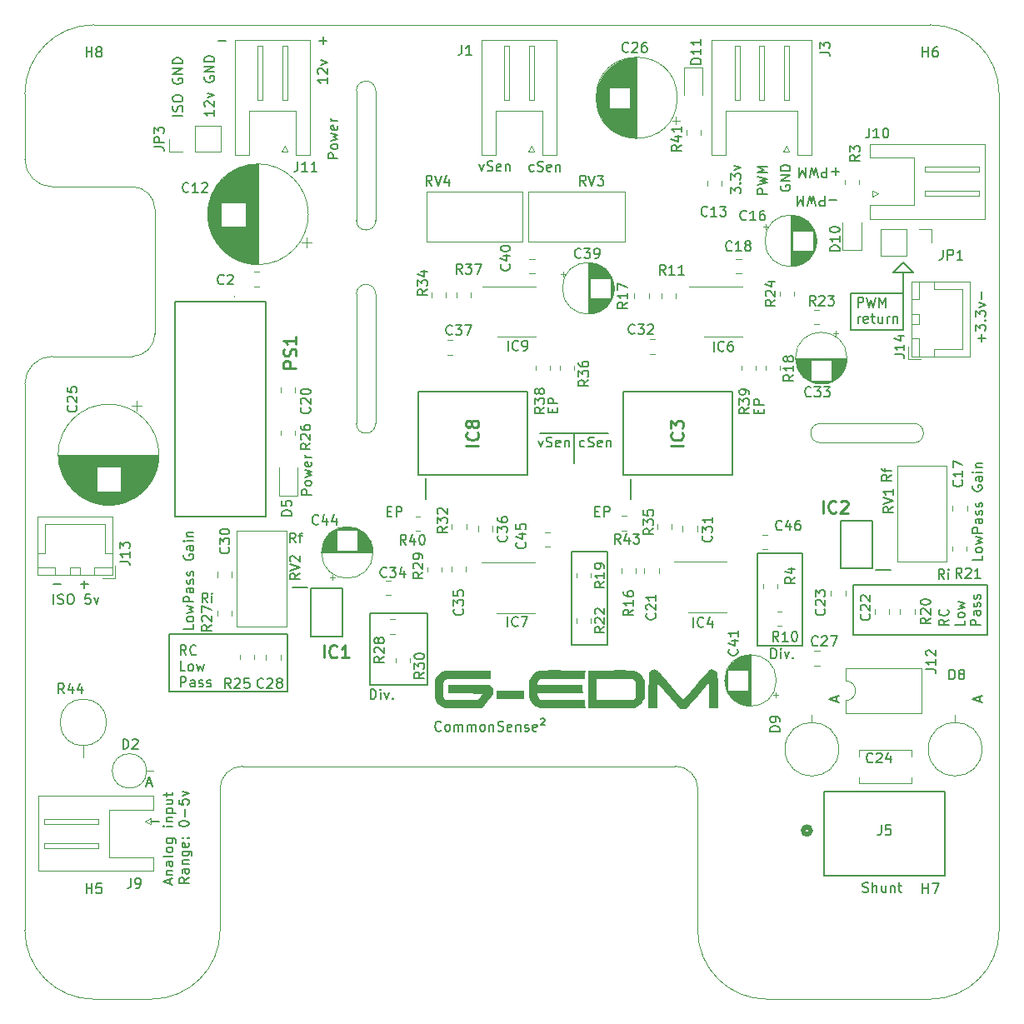
<source format=gto>
G04 #@! TF.GenerationSoftware,KiCad,Pcbnew,7.0.7+dfsg-1*
G04 #@! TF.CreationDate,2024-09-28T12:18:31+02:00*
G04 #@! TF.ProjectId,evo-cube-sensor,65766f2d-6375-4626-952d-73656e736f72,rev?*
G04 #@! TF.SameCoordinates,Original*
G04 #@! TF.FileFunction,Legend,Top*
G04 #@! TF.FilePolarity,Positive*
%FSLAX46Y46*%
G04 Gerber Fmt 4.6, Leading zero omitted, Abs format (unit mm)*
G04 Created by KiCad (PCBNEW 7.0.7+dfsg-1) date 2024-09-28 12:18:31*
%MOMM*%
%LPD*%
G01*
G04 APERTURE LIST*
%ADD10C,0.150000*%
%ADD11C,0.254000*%
%ADD12C,0.120000*%
%ADD13C,0.200000*%
%ADD14C,0.152400*%
%ADD15C,0.508000*%
%ADD16C,0.100000*%
G04 #@! TA.AperFunction,Profile*
%ADD17C,0.100000*%
G04 #@! TD*
G04 APERTURE END LIST*
D10*
X117856000Y-89509600D02*
X131445000Y-89509600D01*
X131445000Y-94538800D01*
X117856000Y-94538800D01*
X117856000Y-89509600D01*
X117576600Y-59817000D02*
X122910600Y-59817000D01*
X122910600Y-63550800D01*
X117576600Y-63550800D01*
X117576600Y-59817000D01*
X122910600Y-56743600D02*
X121894600Y-57759600D01*
X121894600Y-57759600D02*
X122910600Y-57759600D01*
X122910600Y-56743600D02*
X123926600Y-57759600D01*
X85979000Y-74066400D02*
X92913200Y-74066400D01*
X68757800Y-92329000D02*
X74599800Y-92329000D01*
X74599800Y-99644200D01*
X68757800Y-99644200D01*
X68757800Y-92329000D01*
X89230200Y-86128100D02*
X92887800Y-86128100D01*
X92887800Y-95576900D01*
X89230200Y-95576900D01*
X89230200Y-86128100D01*
X108111800Y-86258400D02*
X112658400Y-86258400D01*
X112658400Y-95631000D01*
X108111800Y-95631000D01*
X108111800Y-86258400D01*
X48299050Y-94449900D02*
X60338650Y-94449900D01*
X60338650Y-100279200D01*
X48299050Y-100279200D01*
X48299050Y-94449900D01*
X46438200Y-113487200D02*
X47320200Y-113487200D01*
X89446100Y-77114400D02*
X89446100Y-74066400D01*
X123926600Y-57759600D02*
X122910600Y-57759600D01*
X122910600Y-59817000D02*
X122910600Y-57759600D01*
X79819741Y-46751952D02*
X80057836Y-47418619D01*
X80057836Y-47418619D02*
X80295931Y-46751952D01*
X80629265Y-47371000D02*
X80772122Y-47418619D01*
X80772122Y-47418619D02*
X81010217Y-47418619D01*
X81010217Y-47418619D02*
X81105455Y-47371000D01*
X81105455Y-47371000D02*
X81153074Y-47323380D01*
X81153074Y-47323380D02*
X81200693Y-47228142D01*
X81200693Y-47228142D02*
X81200693Y-47132904D01*
X81200693Y-47132904D02*
X81153074Y-47037666D01*
X81153074Y-47037666D02*
X81105455Y-46990047D01*
X81105455Y-46990047D02*
X81010217Y-46942428D01*
X81010217Y-46942428D02*
X80819741Y-46894809D01*
X80819741Y-46894809D02*
X80724503Y-46847190D01*
X80724503Y-46847190D02*
X80676884Y-46799571D01*
X80676884Y-46799571D02*
X80629265Y-46704333D01*
X80629265Y-46704333D02*
X80629265Y-46609095D01*
X80629265Y-46609095D02*
X80676884Y-46513857D01*
X80676884Y-46513857D02*
X80724503Y-46466238D01*
X80724503Y-46466238D02*
X80819741Y-46418619D01*
X80819741Y-46418619D02*
X81057836Y-46418619D01*
X81057836Y-46418619D02*
X81200693Y-46466238D01*
X82010217Y-47371000D02*
X81914979Y-47418619D01*
X81914979Y-47418619D02*
X81724503Y-47418619D01*
X81724503Y-47418619D02*
X81629265Y-47371000D01*
X81629265Y-47371000D02*
X81581646Y-47275761D01*
X81581646Y-47275761D02*
X81581646Y-46894809D01*
X81581646Y-46894809D02*
X81629265Y-46799571D01*
X81629265Y-46799571D02*
X81724503Y-46751952D01*
X81724503Y-46751952D02*
X81914979Y-46751952D01*
X81914979Y-46751952D02*
X82010217Y-46799571D01*
X82010217Y-46799571D02*
X82057836Y-46894809D01*
X82057836Y-46894809D02*
X82057836Y-46990047D01*
X82057836Y-46990047D02*
X81581646Y-47085285D01*
X82486408Y-46751952D02*
X82486408Y-47418619D01*
X82486408Y-46847190D02*
X82534027Y-46799571D01*
X82534027Y-46799571D02*
X82629265Y-46751952D01*
X82629265Y-46751952D02*
X82772122Y-46751952D01*
X82772122Y-46751952D02*
X82867360Y-46799571D01*
X82867360Y-46799571D02*
X82914979Y-46894809D01*
X82914979Y-46894809D02*
X82914979Y-47418619D01*
X85839541Y-74793552D02*
X86077636Y-75460219D01*
X86077636Y-75460219D02*
X86315731Y-74793552D01*
X86649065Y-75412600D02*
X86791922Y-75460219D01*
X86791922Y-75460219D02*
X87030017Y-75460219D01*
X87030017Y-75460219D02*
X87125255Y-75412600D01*
X87125255Y-75412600D02*
X87172874Y-75364980D01*
X87172874Y-75364980D02*
X87220493Y-75269742D01*
X87220493Y-75269742D02*
X87220493Y-75174504D01*
X87220493Y-75174504D02*
X87172874Y-75079266D01*
X87172874Y-75079266D02*
X87125255Y-75031647D01*
X87125255Y-75031647D02*
X87030017Y-74984028D01*
X87030017Y-74984028D02*
X86839541Y-74936409D01*
X86839541Y-74936409D02*
X86744303Y-74888790D01*
X86744303Y-74888790D02*
X86696684Y-74841171D01*
X86696684Y-74841171D02*
X86649065Y-74745933D01*
X86649065Y-74745933D02*
X86649065Y-74650695D01*
X86649065Y-74650695D02*
X86696684Y-74555457D01*
X86696684Y-74555457D02*
X86744303Y-74507838D01*
X86744303Y-74507838D02*
X86839541Y-74460219D01*
X86839541Y-74460219D02*
X87077636Y-74460219D01*
X87077636Y-74460219D02*
X87220493Y-74507838D01*
X88030017Y-75412600D02*
X87934779Y-75460219D01*
X87934779Y-75460219D02*
X87744303Y-75460219D01*
X87744303Y-75460219D02*
X87649065Y-75412600D01*
X87649065Y-75412600D02*
X87601446Y-75317361D01*
X87601446Y-75317361D02*
X87601446Y-74936409D01*
X87601446Y-74936409D02*
X87649065Y-74841171D01*
X87649065Y-74841171D02*
X87744303Y-74793552D01*
X87744303Y-74793552D02*
X87934779Y-74793552D01*
X87934779Y-74793552D02*
X88030017Y-74841171D01*
X88030017Y-74841171D02*
X88077636Y-74936409D01*
X88077636Y-74936409D02*
X88077636Y-75031647D01*
X88077636Y-75031647D02*
X87601446Y-75126885D01*
X88506208Y-74793552D02*
X88506208Y-75460219D01*
X88506208Y-74888790D02*
X88553827Y-74841171D01*
X88553827Y-74841171D02*
X88649065Y-74793552D01*
X88649065Y-74793552D02*
X88791922Y-74793552D01*
X88791922Y-74793552D02*
X88887160Y-74841171D01*
X88887160Y-74841171D02*
X88934779Y-74936409D01*
X88934779Y-74936409D02*
X88934779Y-75460219D01*
X116401620Y-47450333D02*
X115639716Y-47450333D01*
X116020668Y-47069380D02*
X116020668Y-47831285D01*
X115163525Y-47069380D02*
X115163525Y-48069380D01*
X115163525Y-48069380D02*
X114782573Y-48069380D01*
X114782573Y-48069380D02*
X114687335Y-48021761D01*
X114687335Y-48021761D02*
X114639716Y-47974142D01*
X114639716Y-47974142D02*
X114592097Y-47878904D01*
X114592097Y-47878904D02*
X114592097Y-47736047D01*
X114592097Y-47736047D02*
X114639716Y-47640809D01*
X114639716Y-47640809D02*
X114687335Y-47593190D01*
X114687335Y-47593190D02*
X114782573Y-47545571D01*
X114782573Y-47545571D02*
X115163525Y-47545571D01*
X114258763Y-48069380D02*
X114020668Y-47069380D01*
X114020668Y-47069380D02*
X113830192Y-47783666D01*
X113830192Y-47783666D02*
X113639716Y-47069380D01*
X113639716Y-47069380D02*
X113401621Y-48069380D01*
X113020668Y-47069380D02*
X113020668Y-48069380D01*
X113020668Y-48069380D02*
X112687335Y-47355095D01*
X112687335Y-47355095D02*
X112354002Y-48069380D01*
X112354002Y-48069380D02*
X112354002Y-47069380D01*
X54044620Y-34191533D02*
X53282716Y-34191533D01*
X121739019Y-78288992D02*
X121262828Y-78622325D01*
X121739019Y-78860420D02*
X120739019Y-78860420D01*
X120739019Y-78860420D02*
X120739019Y-78479468D01*
X120739019Y-78479468D02*
X120786638Y-78384230D01*
X120786638Y-78384230D02*
X120834257Y-78336611D01*
X120834257Y-78336611D02*
X120929495Y-78288992D01*
X120929495Y-78288992D02*
X121072352Y-78288992D01*
X121072352Y-78288992D02*
X121167590Y-78336611D01*
X121167590Y-78336611D02*
X121215209Y-78384230D01*
X121215209Y-78384230D02*
X121262828Y-78479468D01*
X121262828Y-78479468D02*
X121262828Y-78860420D01*
X121072352Y-78003277D02*
X121072352Y-77622325D01*
X121739019Y-77860420D02*
X120881876Y-77860420D01*
X120881876Y-77860420D02*
X120786638Y-77812801D01*
X120786638Y-77812801D02*
X120739019Y-77717563D01*
X120739019Y-77717563D02*
X120739019Y-77622325D01*
X64411219Y-37925211D02*
X64411219Y-38496639D01*
X64411219Y-38210925D02*
X63411219Y-38210925D01*
X63411219Y-38210925D02*
X63554076Y-38306163D01*
X63554076Y-38306163D02*
X63649314Y-38401401D01*
X63649314Y-38401401D02*
X63696933Y-38496639D01*
X63506457Y-37544258D02*
X63458838Y-37496639D01*
X63458838Y-37496639D02*
X63411219Y-37401401D01*
X63411219Y-37401401D02*
X63411219Y-37163306D01*
X63411219Y-37163306D02*
X63458838Y-37068068D01*
X63458838Y-37068068D02*
X63506457Y-37020449D01*
X63506457Y-37020449D02*
X63601695Y-36972830D01*
X63601695Y-36972830D02*
X63696933Y-36972830D01*
X63696933Y-36972830D02*
X63839790Y-37020449D01*
X63839790Y-37020449D02*
X64411219Y-37591877D01*
X64411219Y-37591877D02*
X64411219Y-36972830D01*
X63744552Y-36639496D02*
X64411219Y-36401401D01*
X64411219Y-36401401D02*
X63744552Y-36163306D01*
X90528950Y-75412600D02*
X90433712Y-75460219D01*
X90433712Y-75460219D02*
X90243236Y-75460219D01*
X90243236Y-75460219D02*
X90147998Y-75412600D01*
X90147998Y-75412600D02*
X90100379Y-75364980D01*
X90100379Y-75364980D02*
X90052760Y-75269742D01*
X90052760Y-75269742D02*
X90052760Y-74984028D01*
X90052760Y-74984028D02*
X90100379Y-74888790D01*
X90100379Y-74888790D02*
X90147998Y-74841171D01*
X90147998Y-74841171D02*
X90243236Y-74793552D01*
X90243236Y-74793552D02*
X90433712Y-74793552D01*
X90433712Y-74793552D02*
X90528950Y-74841171D01*
X90909903Y-75412600D02*
X91052760Y-75460219D01*
X91052760Y-75460219D02*
X91290855Y-75460219D01*
X91290855Y-75460219D02*
X91386093Y-75412600D01*
X91386093Y-75412600D02*
X91433712Y-75364980D01*
X91433712Y-75364980D02*
X91481331Y-75269742D01*
X91481331Y-75269742D02*
X91481331Y-75174504D01*
X91481331Y-75174504D02*
X91433712Y-75079266D01*
X91433712Y-75079266D02*
X91386093Y-75031647D01*
X91386093Y-75031647D02*
X91290855Y-74984028D01*
X91290855Y-74984028D02*
X91100379Y-74936409D01*
X91100379Y-74936409D02*
X91005141Y-74888790D01*
X91005141Y-74888790D02*
X90957522Y-74841171D01*
X90957522Y-74841171D02*
X90909903Y-74745933D01*
X90909903Y-74745933D02*
X90909903Y-74650695D01*
X90909903Y-74650695D02*
X90957522Y-74555457D01*
X90957522Y-74555457D02*
X91005141Y-74507838D01*
X91005141Y-74507838D02*
X91100379Y-74460219D01*
X91100379Y-74460219D02*
X91338474Y-74460219D01*
X91338474Y-74460219D02*
X91481331Y-74507838D01*
X92290855Y-75412600D02*
X92195617Y-75460219D01*
X92195617Y-75460219D02*
X92005141Y-75460219D01*
X92005141Y-75460219D02*
X91909903Y-75412600D01*
X91909903Y-75412600D02*
X91862284Y-75317361D01*
X91862284Y-75317361D02*
X91862284Y-74936409D01*
X91862284Y-74936409D02*
X91909903Y-74841171D01*
X91909903Y-74841171D02*
X92005141Y-74793552D01*
X92005141Y-74793552D02*
X92195617Y-74793552D01*
X92195617Y-74793552D02*
X92290855Y-74841171D01*
X92290855Y-74841171D02*
X92338474Y-74936409D01*
X92338474Y-74936409D02*
X92338474Y-75031647D01*
X92338474Y-75031647D02*
X91862284Y-75126885D01*
X92767046Y-74793552D02*
X92767046Y-75460219D01*
X92767046Y-74888790D02*
X92814665Y-74841171D01*
X92814665Y-74841171D02*
X92909903Y-74793552D01*
X92909903Y-74793552D02*
X93052760Y-74793552D01*
X93052760Y-74793552D02*
X93147998Y-74841171D01*
X93147998Y-74841171D02*
X93195617Y-74936409D01*
X93195617Y-74936409D02*
X93195617Y-75460219D01*
X118805560Y-120675400D02*
X118948417Y-120723019D01*
X118948417Y-120723019D02*
X119186512Y-120723019D01*
X119186512Y-120723019D02*
X119281750Y-120675400D01*
X119281750Y-120675400D02*
X119329369Y-120627780D01*
X119329369Y-120627780D02*
X119376988Y-120532542D01*
X119376988Y-120532542D02*
X119376988Y-120437304D01*
X119376988Y-120437304D02*
X119329369Y-120342066D01*
X119329369Y-120342066D02*
X119281750Y-120294447D01*
X119281750Y-120294447D02*
X119186512Y-120246828D01*
X119186512Y-120246828D02*
X118996036Y-120199209D01*
X118996036Y-120199209D02*
X118900798Y-120151590D01*
X118900798Y-120151590D02*
X118853179Y-120103971D01*
X118853179Y-120103971D02*
X118805560Y-120008733D01*
X118805560Y-120008733D02*
X118805560Y-119913495D01*
X118805560Y-119913495D02*
X118853179Y-119818257D01*
X118853179Y-119818257D02*
X118900798Y-119770638D01*
X118900798Y-119770638D02*
X118996036Y-119723019D01*
X118996036Y-119723019D02*
X119234131Y-119723019D01*
X119234131Y-119723019D02*
X119376988Y-119770638D01*
X119805560Y-120723019D02*
X119805560Y-119723019D01*
X120234131Y-120723019D02*
X120234131Y-120199209D01*
X120234131Y-120199209D02*
X120186512Y-120103971D01*
X120186512Y-120103971D02*
X120091274Y-120056352D01*
X120091274Y-120056352D02*
X119948417Y-120056352D01*
X119948417Y-120056352D02*
X119853179Y-120103971D01*
X119853179Y-120103971D02*
X119805560Y-120151590D01*
X121138893Y-120056352D02*
X121138893Y-120723019D01*
X120710322Y-120056352D02*
X120710322Y-120580161D01*
X120710322Y-120580161D02*
X120757941Y-120675400D01*
X120757941Y-120675400D02*
X120853179Y-120723019D01*
X120853179Y-120723019D02*
X120996036Y-120723019D01*
X120996036Y-120723019D02*
X121091274Y-120675400D01*
X121091274Y-120675400D02*
X121138893Y-120627780D01*
X121615084Y-120056352D02*
X121615084Y-120723019D01*
X121615084Y-120151590D02*
X121662703Y-120103971D01*
X121662703Y-120103971D02*
X121757941Y-120056352D01*
X121757941Y-120056352D02*
X121900798Y-120056352D01*
X121900798Y-120056352D02*
X121996036Y-120103971D01*
X121996036Y-120103971D02*
X122043655Y-120199209D01*
X122043655Y-120199209D02*
X122043655Y-120723019D01*
X122376989Y-120056352D02*
X122757941Y-120056352D01*
X122519846Y-119723019D02*
X122519846Y-120580161D01*
X122519846Y-120580161D02*
X122567465Y-120675400D01*
X122567465Y-120675400D02*
X122662703Y-120723019D01*
X122662703Y-120723019D02*
X122757941Y-120723019D01*
X130908466Y-64788820D02*
X130908466Y-64026916D01*
X131289419Y-64407868D02*
X130527514Y-64407868D01*
X130289419Y-63645963D02*
X130289419Y-63026916D01*
X130289419Y-63026916D02*
X130670371Y-63360249D01*
X130670371Y-63360249D02*
X130670371Y-63217392D01*
X130670371Y-63217392D02*
X130717990Y-63122154D01*
X130717990Y-63122154D02*
X130765609Y-63074535D01*
X130765609Y-63074535D02*
X130860847Y-63026916D01*
X130860847Y-63026916D02*
X131098942Y-63026916D01*
X131098942Y-63026916D02*
X131194180Y-63074535D01*
X131194180Y-63074535D02*
X131241800Y-63122154D01*
X131241800Y-63122154D02*
X131289419Y-63217392D01*
X131289419Y-63217392D02*
X131289419Y-63503106D01*
X131289419Y-63503106D02*
X131241800Y-63598344D01*
X131241800Y-63598344D02*
X131194180Y-63645963D01*
X131194180Y-62598344D02*
X131241800Y-62550725D01*
X131241800Y-62550725D02*
X131289419Y-62598344D01*
X131289419Y-62598344D02*
X131241800Y-62645963D01*
X131241800Y-62645963D02*
X131194180Y-62598344D01*
X131194180Y-62598344D02*
X131289419Y-62598344D01*
X130289419Y-62217392D02*
X130289419Y-61598345D01*
X130289419Y-61598345D02*
X130670371Y-61931678D01*
X130670371Y-61931678D02*
X130670371Y-61788821D01*
X130670371Y-61788821D02*
X130717990Y-61693583D01*
X130717990Y-61693583D02*
X130765609Y-61645964D01*
X130765609Y-61645964D02*
X130860847Y-61598345D01*
X130860847Y-61598345D02*
X131098942Y-61598345D01*
X131098942Y-61598345D02*
X131194180Y-61645964D01*
X131194180Y-61645964D02*
X131241800Y-61693583D01*
X131241800Y-61693583D02*
X131289419Y-61788821D01*
X131289419Y-61788821D02*
X131289419Y-62074535D01*
X131289419Y-62074535D02*
X131241800Y-62169773D01*
X131241800Y-62169773D02*
X131194180Y-62217392D01*
X130622752Y-61265011D02*
X131289419Y-61026916D01*
X131289419Y-61026916D02*
X130622752Y-60788821D01*
X130908466Y-60407868D02*
X130908466Y-59645964D01*
X109480579Y-96948619D02*
X109480579Y-95948619D01*
X109480579Y-95948619D02*
X109718674Y-95948619D01*
X109718674Y-95948619D02*
X109861531Y-95996238D01*
X109861531Y-95996238D02*
X109956769Y-96091476D01*
X109956769Y-96091476D02*
X110004388Y-96186714D01*
X110004388Y-96186714D02*
X110052007Y-96377190D01*
X110052007Y-96377190D02*
X110052007Y-96520047D01*
X110052007Y-96520047D02*
X110004388Y-96710523D01*
X110004388Y-96710523D02*
X109956769Y-96805761D01*
X109956769Y-96805761D02*
X109861531Y-96901000D01*
X109861531Y-96901000D02*
X109718674Y-96948619D01*
X109718674Y-96948619D02*
X109480579Y-96948619D01*
X110480579Y-96948619D02*
X110480579Y-96281952D01*
X110480579Y-95948619D02*
X110432960Y-95996238D01*
X110432960Y-95996238D02*
X110480579Y-96043857D01*
X110480579Y-96043857D02*
X110528198Y-95996238D01*
X110528198Y-95996238D02*
X110480579Y-95948619D01*
X110480579Y-95948619D02*
X110480579Y-96043857D01*
X110861531Y-96281952D02*
X111099626Y-96948619D01*
X111099626Y-96948619D02*
X111337721Y-96281952D01*
X111718674Y-96853380D02*
X111766293Y-96901000D01*
X111766293Y-96901000D02*
X111718674Y-96948619D01*
X111718674Y-96948619D02*
X111671055Y-96901000D01*
X111671055Y-96901000D02*
X111718674Y-96853380D01*
X111718674Y-96853380D02*
X111718674Y-96948619D01*
X52241607Y-91284419D02*
X51908274Y-90808228D01*
X51670179Y-91284419D02*
X51670179Y-90284419D01*
X51670179Y-90284419D02*
X52051131Y-90284419D01*
X52051131Y-90284419D02*
X52146369Y-90332038D01*
X52146369Y-90332038D02*
X52193988Y-90379657D01*
X52193988Y-90379657D02*
X52241607Y-90474895D01*
X52241607Y-90474895D02*
X52241607Y-90617752D01*
X52241607Y-90617752D02*
X52193988Y-90712990D01*
X52193988Y-90712990D02*
X52146369Y-90760609D01*
X52146369Y-90760609D02*
X52051131Y-90808228D01*
X52051131Y-90808228D02*
X51670179Y-90808228D01*
X52670179Y-91284419D02*
X52670179Y-90617752D01*
X52670179Y-90284419D02*
X52622560Y-90332038D01*
X52622560Y-90332038D02*
X52670179Y-90379657D01*
X52670179Y-90379657D02*
X52717798Y-90332038D01*
X52717798Y-90332038D02*
X52670179Y-90284419D01*
X52670179Y-90284419D02*
X52670179Y-90379657D01*
X65452619Y-46145220D02*
X64452619Y-46145220D01*
X64452619Y-46145220D02*
X64452619Y-45764268D01*
X64452619Y-45764268D02*
X64500238Y-45669030D01*
X64500238Y-45669030D02*
X64547857Y-45621411D01*
X64547857Y-45621411D02*
X64643095Y-45573792D01*
X64643095Y-45573792D02*
X64785952Y-45573792D01*
X64785952Y-45573792D02*
X64881190Y-45621411D01*
X64881190Y-45621411D02*
X64928809Y-45669030D01*
X64928809Y-45669030D02*
X64976428Y-45764268D01*
X64976428Y-45764268D02*
X64976428Y-46145220D01*
X65452619Y-45002363D02*
X65405000Y-45097601D01*
X65405000Y-45097601D02*
X65357380Y-45145220D01*
X65357380Y-45145220D02*
X65262142Y-45192839D01*
X65262142Y-45192839D02*
X64976428Y-45192839D01*
X64976428Y-45192839D02*
X64881190Y-45145220D01*
X64881190Y-45145220D02*
X64833571Y-45097601D01*
X64833571Y-45097601D02*
X64785952Y-45002363D01*
X64785952Y-45002363D02*
X64785952Y-44859506D01*
X64785952Y-44859506D02*
X64833571Y-44764268D01*
X64833571Y-44764268D02*
X64881190Y-44716649D01*
X64881190Y-44716649D02*
X64976428Y-44669030D01*
X64976428Y-44669030D02*
X65262142Y-44669030D01*
X65262142Y-44669030D02*
X65357380Y-44716649D01*
X65357380Y-44716649D02*
X65405000Y-44764268D01*
X65405000Y-44764268D02*
X65452619Y-44859506D01*
X65452619Y-44859506D02*
X65452619Y-45002363D01*
X64785952Y-44335696D02*
X65452619Y-44145220D01*
X65452619Y-44145220D02*
X64976428Y-43954744D01*
X64976428Y-43954744D02*
X65452619Y-43764268D01*
X65452619Y-43764268D02*
X64785952Y-43573792D01*
X65405000Y-42811887D02*
X65452619Y-42907125D01*
X65452619Y-42907125D02*
X65452619Y-43097601D01*
X65452619Y-43097601D02*
X65405000Y-43192839D01*
X65405000Y-43192839D02*
X65309761Y-43240458D01*
X65309761Y-43240458D02*
X64928809Y-43240458D01*
X64928809Y-43240458D02*
X64833571Y-43192839D01*
X64833571Y-43192839D02*
X64785952Y-43097601D01*
X64785952Y-43097601D02*
X64785952Y-42907125D01*
X64785952Y-42907125D02*
X64833571Y-42811887D01*
X64833571Y-42811887D02*
X64928809Y-42764268D01*
X64928809Y-42764268D02*
X65024047Y-42764268D01*
X65024047Y-42764268D02*
X65119285Y-43240458D01*
X65452619Y-42335696D02*
X64785952Y-42335696D01*
X64976428Y-42335696D02*
X64881190Y-42288077D01*
X64881190Y-42288077D02*
X64833571Y-42240458D01*
X64833571Y-42240458D02*
X64785952Y-42145220D01*
X64785952Y-42145220D02*
X64785952Y-42049982D01*
X118319779Y-61251819D02*
X118319779Y-60251819D01*
X118319779Y-60251819D02*
X118700731Y-60251819D01*
X118700731Y-60251819D02*
X118795969Y-60299438D01*
X118795969Y-60299438D02*
X118843588Y-60347057D01*
X118843588Y-60347057D02*
X118891207Y-60442295D01*
X118891207Y-60442295D02*
X118891207Y-60585152D01*
X118891207Y-60585152D02*
X118843588Y-60680390D01*
X118843588Y-60680390D02*
X118795969Y-60728009D01*
X118795969Y-60728009D02*
X118700731Y-60775628D01*
X118700731Y-60775628D02*
X118319779Y-60775628D01*
X119224541Y-60251819D02*
X119462636Y-61251819D01*
X119462636Y-61251819D02*
X119653112Y-60537533D01*
X119653112Y-60537533D02*
X119843588Y-61251819D01*
X119843588Y-61251819D02*
X120081684Y-60251819D01*
X120462636Y-61251819D02*
X120462636Y-60251819D01*
X120462636Y-60251819D02*
X120795969Y-60966104D01*
X120795969Y-60966104D02*
X121129302Y-60251819D01*
X121129302Y-60251819D02*
X121129302Y-61251819D01*
X118319779Y-62861819D02*
X118319779Y-62195152D01*
X118319779Y-62385628D02*
X118367398Y-62290390D01*
X118367398Y-62290390D02*
X118415017Y-62242771D01*
X118415017Y-62242771D02*
X118510255Y-62195152D01*
X118510255Y-62195152D02*
X118605493Y-62195152D01*
X119319779Y-62814200D02*
X119224541Y-62861819D01*
X119224541Y-62861819D02*
X119034065Y-62861819D01*
X119034065Y-62861819D02*
X118938827Y-62814200D01*
X118938827Y-62814200D02*
X118891208Y-62718961D01*
X118891208Y-62718961D02*
X118891208Y-62338009D01*
X118891208Y-62338009D02*
X118938827Y-62242771D01*
X118938827Y-62242771D02*
X119034065Y-62195152D01*
X119034065Y-62195152D02*
X119224541Y-62195152D01*
X119224541Y-62195152D02*
X119319779Y-62242771D01*
X119319779Y-62242771D02*
X119367398Y-62338009D01*
X119367398Y-62338009D02*
X119367398Y-62433247D01*
X119367398Y-62433247D02*
X118891208Y-62528485D01*
X119653113Y-62195152D02*
X120034065Y-62195152D01*
X119795970Y-61861819D02*
X119795970Y-62718961D01*
X119795970Y-62718961D02*
X119843589Y-62814200D01*
X119843589Y-62814200D02*
X119938827Y-62861819D01*
X119938827Y-62861819D02*
X120034065Y-62861819D01*
X120795970Y-62195152D02*
X120795970Y-62861819D01*
X120367399Y-62195152D02*
X120367399Y-62718961D01*
X120367399Y-62718961D02*
X120415018Y-62814200D01*
X120415018Y-62814200D02*
X120510256Y-62861819D01*
X120510256Y-62861819D02*
X120653113Y-62861819D01*
X120653113Y-62861819D02*
X120748351Y-62814200D01*
X120748351Y-62814200D02*
X120795970Y-62766580D01*
X121272161Y-62861819D02*
X121272161Y-62195152D01*
X121272161Y-62385628D02*
X121319780Y-62290390D01*
X121319780Y-62290390D02*
X121367399Y-62242771D01*
X121367399Y-62242771D02*
X121462637Y-62195152D01*
X121462637Y-62195152D02*
X121557875Y-62195152D01*
X121891209Y-62195152D02*
X121891209Y-62861819D01*
X121891209Y-62290390D02*
X121938828Y-62242771D01*
X121938828Y-62242771D02*
X122034066Y-62195152D01*
X122034066Y-62195152D02*
X122176923Y-62195152D01*
X122176923Y-62195152D02*
X122272161Y-62242771D01*
X122272161Y-62242771D02*
X122319780Y-62338009D01*
X122319780Y-62338009D02*
X122319780Y-62861819D01*
X91624379Y-81997609D02*
X91957712Y-81997609D01*
X92100569Y-82521419D02*
X91624379Y-82521419D01*
X91624379Y-82521419D02*
X91624379Y-81521419D01*
X91624379Y-81521419D02*
X92100569Y-81521419D01*
X92529141Y-82521419D02*
X92529141Y-81521419D01*
X92529141Y-81521419D02*
X92910093Y-81521419D01*
X92910093Y-81521419D02*
X93005331Y-81569038D01*
X93005331Y-81569038D02*
X93052950Y-81616657D01*
X93052950Y-81616657D02*
X93100569Y-81711895D01*
X93100569Y-81711895D02*
X93100569Y-81854752D01*
X93100569Y-81854752D02*
X93052950Y-81949990D01*
X93052950Y-81949990D02*
X93005331Y-81997609D01*
X93005331Y-81997609D02*
X92910093Y-82045228D01*
X92910093Y-82045228D02*
X92529141Y-82045228D01*
X108210409Y-72053220D02*
X108210409Y-71719887D01*
X108734219Y-71577030D02*
X108734219Y-72053220D01*
X108734219Y-72053220D02*
X107734219Y-72053220D01*
X107734219Y-72053220D02*
X107734219Y-71577030D01*
X108734219Y-71148458D02*
X107734219Y-71148458D01*
X107734219Y-71148458D02*
X107734219Y-70767506D01*
X107734219Y-70767506D02*
X107781838Y-70672268D01*
X107781838Y-70672268D02*
X107829457Y-70624649D01*
X107829457Y-70624649D02*
X107924695Y-70577030D01*
X107924695Y-70577030D02*
X108067552Y-70577030D01*
X108067552Y-70577030D02*
X108162790Y-70624649D01*
X108162790Y-70624649D02*
X108210409Y-70672268D01*
X108210409Y-70672268D02*
X108258028Y-70767506D01*
X108258028Y-70767506D02*
X108258028Y-71148458D01*
X62785619Y-80333620D02*
X61785619Y-80333620D01*
X61785619Y-80333620D02*
X61785619Y-79952668D01*
X61785619Y-79952668D02*
X61833238Y-79857430D01*
X61833238Y-79857430D02*
X61880857Y-79809811D01*
X61880857Y-79809811D02*
X61976095Y-79762192D01*
X61976095Y-79762192D02*
X62118952Y-79762192D01*
X62118952Y-79762192D02*
X62214190Y-79809811D01*
X62214190Y-79809811D02*
X62261809Y-79857430D01*
X62261809Y-79857430D02*
X62309428Y-79952668D01*
X62309428Y-79952668D02*
X62309428Y-80333620D01*
X62785619Y-79190763D02*
X62738000Y-79286001D01*
X62738000Y-79286001D02*
X62690380Y-79333620D01*
X62690380Y-79333620D02*
X62595142Y-79381239D01*
X62595142Y-79381239D02*
X62309428Y-79381239D01*
X62309428Y-79381239D02*
X62214190Y-79333620D01*
X62214190Y-79333620D02*
X62166571Y-79286001D01*
X62166571Y-79286001D02*
X62118952Y-79190763D01*
X62118952Y-79190763D02*
X62118952Y-79047906D01*
X62118952Y-79047906D02*
X62166571Y-78952668D01*
X62166571Y-78952668D02*
X62214190Y-78905049D01*
X62214190Y-78905049D02*
X62309428Y-78857430D01*
X62309428Y-78857430D02*
X62595142Y-78857430D01*
X62595142Y-78857430D02*
X62690380Y-78905049D01*
X62690380Y-78905049D02*
X62738000Y-78952668D01*
X62738000Y-78952668D02*
X62785619Y-79047906D01*
X62785619Y-79047906D02*
X62785619Y-79190763D01*
X62118952Y-78524096D02*
X62785619Y-78333620D01*
X62785619Y-78333620D02*
X62309428Y-78143144D01*
X62309428Y-78143144D02*
X62785619Y-77952668D01*
X62785619Y-77952668D02*
X62118952Y-77762192D01*
X62738000Y-77000287D02*
X62785619Y-77095525D01*
X62785619Y-77095525D02*
X62785619Y-77286001D01*
X62785619Y-77286001D02*
X62738000Y-77381239D01*
X62738000Y-77381239D02*
X62642761Y-77428858D01*
X62642761Y-77428858D02*
X62261809Y-77428858D01*
X62261809Y-77428858D02*
X62166571Y-77381239D01*
X62166571Y-77381239D02*
X62118952Y-77286001D01*
X62118952Y-77286001D02*
X62118952Y-77095525D01*
X62118952Y-77095525D02*
X62166571Y-77000287D01*
X62166571Y-77000287D02*
X62261809Y-76952668D01*
X62261809Y-76952668D02*
X62357047Y-76952668D01*
X62357047Y-76952668D02*
X62452285Y-77428858D01*
X62785619Y-76524096D02*
X62118952Y-76524096D01*
X62309428Y-76524096D02*
X62214190Y-76476477D01*
X62214190Y-76476477D02*
X62166571Y-76428858D01*
X62166571Y-76428858D02*
X62118952Y-76333620D01*
X62118952Y-76333620D02*
X62118952Y-76238382D01*
X68789779Y-101088819D02*
X68789779Y-100088819D01*
X68789779Y-100088819D02*
X69027874Y-100088819D01*
X69027874Y-100088819D02*
X69170731Y-100136438D01*
X69170731Y-100136438D02*
X69265969Y-100231676D01*
X69265969Y-100231676D02*
X69313588Y-100326914D01*
X69313588Y-100326914D02*
X69361207Y-100517390D01*
X69361207Y-100517390D02*
X69361207Y-100660247D01*
X69361207Y-100660247D02*
X69313588Y-100850723D01*
X69313588Y-100850723D02*
X69265969Y-100945961D01*
X69265969Y-100945961D02*
X69170731Y-101041200D01*
X69170731Y-101041200D02*
X69027874Y-101088819D01*
X69027874Y-101088819D02*
X68789779Y-101088819D01*
X69789779Y-101088819D02*
X69789779Y-100422152D01*
X69789779Y-100088819D02*
X69742160Y-100136438D01*
X69742160Y-100136438D02*
X69789779Y-100184057D01*
X69789779Y-100184057D02*
X69837398Y-100136438D01*
X69837398Y-100136438D02*
X69789779Y-100088819D01*
X69789779Y-100088819D02*
X69789779Y-100184057D01*
X70170731Y-100422152D02*
X70408826Y-101088819D01*
X70408826Y-101088819D02*
X70646921Y-100422152D01*
X71027874Y-100993580D02*
X71075493Y-101041200D01*
X71075493Y-101041200D02*
X71027874Y-101088819D01*
X71027874Y-101088819D02*
X70980255Y-101041200D01*
X70980255Y-101041200D02*
X71027874Y-100993580D01*
X71027874Y-100993580D02*
X71027874Y-101088819D01*
X75965207Y-104244780D02*
X75917588Y-104292400D01*
X75917588Y-104292400D02*
X75774731Y-104340019D01*
X75774731Y-104340019D02*
X75679493Y-104340019D01*
X75679493Y-104340019D02*
X75536636Y-104292400D01*
X75536636Y-104292400D02*
X75441398Y-104197161D01*
X75441398Y-104197161D02*
X75393779Y-104101923D01*
X75393779Y-104101923D02*
X75346160Y-103911447D01*
X75346160Y-103911447D02*
X75346160Y-103768590D01*
X75346160Y-103768590D02*
X75393779Y-103578114D01*
X75393779Y-103578114D02*
X75441398Y-103482876D01*
X75441398Y-103482876D02*
X75536636Y-103387638D01*
X75536636Y-103387638D02*
X75679493Y-103340019D01*
X75679493Y-103340019D02*
X75774731Y-103340019D01*
X75774731Y-103340019D02*
X75917588Y-103387638D01*
X75917588Y-103387638D02*
X75965207Y-103435257D01*
X76536636Y-104340019D02*
X76441398Y-104292400D01*
X76441398Y-104292400D02*
X76393779Y-104244780D01*
X76393779Y-104244780D02*
X76346160Y-104149542D01*
X76346160Y-104149542D02*
X76346160Y-103863828D01*
X76346160Y-103863828D02*
X76393779Y-103768590D01*
X76393779Y-103768590D02*
X76441398Y-103720971D01*
X76441398Y-103720971D02*
X76536636Y-103673352D01*
X76536636Y-103673352D02*
X76679493Y-103673352D01*
X76679493Y-103673352D02*
X76774731Y-103720971D01*
X76774731Y-103720971D02*
X76822350Y-103768590D01*
X76822350Y-103768590D02*
X76869969Y-103863828D01*
X76869969Y-103863828D02*
X76869969Y-104149542D01*
X76869969Y-104149542D02*
X76822350Y-104244780D01*
X76822350Y-104244780D02*
X76774731Y-104292400D01*
X76774731Y-104292400D02*
X76679493Y-104340019D01*
X76679493Y-104340019D02*
X76536636Y-104340019D01*
X77298541Y-104340019D02*
X77298541Y-103673352D01*
X77298541Y-103768590D02*
X77346160Y-103720971D01*
X77346160Y-103720971D02*
X77441398Y-103673352D01*
X77441398Y-103673352D02*
X77584255Y-103673352D01*
X77584255Y-103673352D02*
X77679493Y-103720971D01*
X77679493Y-103720971D02*
X77727112Y-103816209D01*
X77727112Y-103816209D02*
X77727112Y-104340019D01*
X77727112Y-103816209D02*
X77774731Y-103720971D01*
X77774731Y-103720971D02*
X77869969Y-103673352D01*
X77869969Y-103673352D02*
X78012826Y-103673352D01*
X78012826Y-103673352D02*
X78108065Y-103720971D01*
X78108065Y-103720971D02*
X78155684Y-103816209D01*
X78155684Y-103816209D02*
X78155684Y-104340019D01*
X78631874Y-104340019D02*
X78631874Y-103673352D01*
X78631874Y-103768590D02*
X78679493Y-103720971D01*
X78679493Y-103720971D02*
X78774731Y-103673352D01*
X78774731Y-103673352D02*
X78917588Y-103673352D01*
X78917588Y-103673352D02*
X79012826Y-103720971D01*
X79012826Y-103720971D02*
X79060445Y-103816209D01*
X79060445Y-103816209D02*
X79060445Y-104340019D01*
X79060445Y-103816209D02*
X79108064Y-103720971D01*
X79108064Y-103720971D02*
X79203302Y-103673352D01*
X79203302Y-103673352D02*
X79346159Y-103673352D01*
X79346159Y-103673352D02*
X79441398Y-103720971D01*
X79441398Y-103720971D02*
X79489017Y-103816209D01*
X79489017Y-103816209D02*
X79489017Y-104340019D01*
X80108064Y-104340019D02*
X80012826Y-104292400D01*
X80012826Y-104292400D02*
X79965207Y-104244780D01*
X79965207Y-104244780D02*
X79917588Y-104149542D01*
X79917588Y-104149542D02*
X79917588Y-103863828D01*
X79917588Y-103863828D02*
X79965207Y-103768590D01*
X79965207Y-103768590D02*
X80012826Y-103720971D01*
X80012826Y-103720971D02*
X80108064Y-103673352D01*
X80108064Y-103673352D02*
X80250921Y-103673352D01*
X80250921Y-103673352D02*
X80346159Y-103720971D01*
X80346159Y-103720971D02*
X80393778Y-103768590D01*
X80393778Y-103768590D02*
X80441397Y-103863828D01*
X80441397Y-103863828D02*
X80441397Y-104149542D01*
X80441397Y-104149542D02*
X80393778Y-104244780D01*
X80393778Y-104244780D02*
X80346159Y-104292400D01*
X80346159Y-104292400D02*
X80250921Y-104340019D01*
X80250921Y-104340019D02*
X80108064Y-104340019D01*
X80869969Y-103673352D02*
X80869969Y-104340019D01*
X80869969Y-103768590D02*
X80917588Y-103720971D01*
X80917588Y-103720971D02*
X81012826Y-103673352D01*
X81012826Y-103673352D02*
X81155683Y-103673352D01*
X81155683Y-103673352D02*
X81250921Y-103720971D01*
X81250921Y-103720971D02*
X81298540Y-103816209D01*
X81298540Y-103816209D02*
X81298540Y-104340019D01*
X81727112Y-104292400D02*
X81869969Y-104340019D01*
X81869969Y-104340019D02*
X82108064Y-104340019D01*
X82108064Y-104340019D02*
X82203302Y-104292400D01*
X82203302Y-104292400D02*
X82250921Y-104244780D01*
X82250921Y-104244780D02*
X82298540Y-104149542D01*
X82298540Y-104149542D02*
X82298540Y-104054304D01*
X82298540Y-104054304D02*
X82250921Y-103959066D01*
X82250921Y-103959066D02*
X82203302Y-103911447D01*
X82203302Y-103911447D02*
X82108064Y-103863828D01*
X82108064Y-103863828D02*
X81917588Y-103816209D01*
X81917588Y-103816209D02*
X81822350Y-103768590D01*
X81822350Y-103768590D02*
X81774731Y-103720971D01*
X81774731Y-103720971D02*
X81727112Y-103625733D01*
X81727112Y-103625733D02*
X81727112Y-103530495D01*
X81727112Y-103530495D02*
X81774731Y-103435257D01*
X81774731Y-103435257D02*
X81822350Y-103387638D01*
X81822350Y-103387638D02*
X81917588Y-103340019D01*
X81917588Y-103340019D02*
X82155683Y-103340019D01*
X82155683Y-103340019D02*
X82298540Y-103387638D01*
X83108064Y-104292400D02*
X83012826Y-104340019D01*
X83012826Y-104340019D02*
X82822350Y-104340019D01*
X82822350Y-104340019D02*
X82727112Y-104292400D01*
X82727112Y-104292400D02*
X82679493Y-104197161D01*
X82679493Y-104197161D02*
X82679493Y-103816209D01*
X82679493Y-103816209D02*
X82727112Y-103720971D01*
X82727112Y-103720971D02*
X82822350Y-103673352D01*
X82822350Y-103673352D02*
X83012826Y-103673352D01*
X83012826Y-103673352D02*
X83108064Y-103720971D01*
X83108064Y-103720971D02*
X83155683Y-103816209D01*
X83155683Y-103816209D02*
X83155683Y-103911447D01*
X83155683Y-103911447D02*
X82679493Y-104006685D01*
X83584255Y-103673352D02*
X83584255Y-104340019D01*
X83584255Y-103768590D02*
X83631874Y-103720971D01*
X83631874Y-103720971D02*
X83727112Y-103673352D01*
X83727112Y-103673352D02*
X83869969Y-103673352D01*
X83869969Y-103673352D02*
X83965207Y-103720971D01*
X83965207Y-103720971D02*
X84012826Y-103816209D01*
X84012826Y-103816209D02*
X84012826Y-104340019D01*
X84441398Y-104292400D02*
X84536636Y-104340019D01*
X84536636Y-104340019D02*
X84727112Y-104340019D01*
X84727112Y-104340019D02*
X84822350Y-104292400D01*
X84822350Y-104292400D02*
X84869969Y-104197161D01*
X84869969Y-104197161D02*
X84869969Y-104149542D01*
X84869969Y-104149542D02*
X84822350Y-104054304D01*
X84822350Y-104054304D02*
X84727112Y-104006685D01*
X84727112Y-104006685D02*
X84584255Y-104006685D01*
X84584255Y-104006685D02*
X84489017Y-103959066D01*
X84489017Y-103959066D02*
X84441398Y-103863828D01*
X84441398Y-103863828D02*
X84441398Y-103816209D01*
X84441398Y-103816209D02*
X84489017Y-103720971D01*
X84489017Y-103720971D02*
X84584255Y-103673352D01*
X84584255Y-103673352D02*
X84727112Y-103673352D01*
X84727112Y-103673352D02*
X84822350Y-103720971D01*
X85679493Y-104292400D02*
X85584255Y-104340019D01*
X85584255Y-104340019D02*
X85393779Y-104340019D01*
X85393779Y-104340019D02*
X85298541Y-104292400D01*
X85298541Y-104292400D02*
X85250922Y-104197161D01*
X85250922Y-104197161D02*
X85250922Y-103816209D01*
X85250922Y-103816209D02*
X85298541Y-103720971D01*
X85298541Y-103720971D02*
X85393779Y-103673352D01*
X85393779Y-103673352D02*
X85584255Y-103673352D01*
X85584255Y-103673352D02*
X85679493Y-103720971D01*
X85679493Y-103720971D02*
X85727112Y-103816209D01*
X85727112Y-103816209D02*
X85727112Y-103911447D01*
X85727112Y-103911447D02*
X85250922Y-104006685D01*
X86108065Y-103101923D02*
X86203303Y-103054304D01*
X86203303Y-103054304D02*
X86346160Y-103054304D01*
X86346160Y-103054304D02*
X86441398Y-103101923D01*
X86441398Y-103101923D02*
X86489017Y-103197161D01*
X86489017Y-103197161D02*
X86489017Y-103292400D01*
X86489017Y-103292400D02*
X86441398Y-103387638D01*
X86441398Y-103387638D02*
X86108065Y-103720971D01*
X86108065Y-103720971D02*
X86489017Y-103720971D01*
X61182407Y-85188419D02*
X60849074Y-84712228D01*
X60610979Y-85188419D02*
X60610979Y-84188419D01*
X60610979Y-84188419D02*
X60991931Y-84188419D01*
X60991931Y-84188419D02*
X61087169Y-84236038D01*
X61087169Y-84236038D02*
X61134788Y-84283657D01*
X61134788Y-84283657D02*
X61182407Y-84378895D01*
X61182407Y-84378895D02*
X61182407Y-84521752D01*
X61182407Y-84521752D02*
X61134788Y-84616990D01*
X61134788Y-84616990D02*
X61087169Y-84664609D01*
X61087169Y-84664609D02*
X60991931Y-84712228D01*
X60991931Y-84712228D02*
X60610979Y-84712228D01*
X61468122Y-84521752D02*
X61849074Y-84521752D01*
X61610979Y-85188419D02*
X61610979Y-84331276D01*
X61610979Y-84331276D02*
X61658598Y-84236038D01*
X61658598Y-84236038D02*
X61753836Y-84188419D01*
X61753836Y-84188419D02*
X61849074Y-84188419D01*
X127536019Y-92995592D02*
X127059828Y-93328925D01*
X127536019Y-93567020D02*
X126536019Y-93567020D01*
X126536019Y-93567020D02*
X126536019Y-93186068D01*
X126536019Y-93186068D02*
X126583638Y-93090830D01*
X126583638Y-93090830D02*
X126631257Y-93043211D01*
X126631257Y-93043211D02*
X126726495Y-92995592D01*
X126726495Y-92995592D02*
X126869352Y-92995592D01*
X126869352Y-92995592D02*
X126964590Y-93043211D01*
X126964590Y-93043211D02*
X127012209Y-93090830D01*
X127012209Y-93090830D02*
X127059828Y-93186068D01*
X127059828Y-93186068D02*
X127059828Y-93567020D01*
X127440780Y-91995592D02*
X127488400Y-92043211D01*
X127488400Y-92043211D02*
X127536019Y-92186068D01*
X127536019Y-92186068D02*
X127536019Y-92281306D01*
X127536019Y-92281306D02*
X127488400Y-92424163D01*
X127488400Y-92424163D02*
X127393161Y-92519401D01*
X127393161Y-92519401D02*
X127297923Y-92567020D01*
X127297923Y-92567020D02*
X127107447Y-92614639D01*
X127107447Y-92614639D02*
X126964590Y-92614639D01*
X126964590Y-92614639D02*
X126774114Y-92567020D01*
X126774114Y-92567020D02*
X126678876Y-92519401D01*
X126678876Y-92519401D02*
X126583638Y-92424163D01*
X126583638Y-92424163D02*
X126536019Y-92281306D01*
X126536019Y-92281306D02*
X126536019Y-92186068D01*
X126536019Y-92186068D02*
X126583638Y-92043211D01*
X126583638Y-92043211D02*
X126631257Y-91995592D01*
X129146019Y-93090830D02*
X129146019Y-93567020D01*
X129146019Y-93567020D02*
X128146019Y-93567020D01*
X129146019Y-92614639D02*
X129098400Y-92709877D01*
X129098400Y-92709877D02*
X129050780Y-92757496D01*
X129050780Y-92757496D02*
X128955542Y-92805115D01*
X128955542Y-92805115D02*
X128669828Y-92805115D01*
X128669828Y-92805115D02*
X128574590Y-92757496D01*
X128574590Y-92757496D02*
X128526971Y-92709877D01*
X128526971Y-92709877D02*
X128479352Y-92614639D01*
X128479352Y-92614639D02*
X128479352Y-92471782D01*
X128479352Y-92471782D02*
X128526971Y-92376544D01*
X128526971Y-92376544D02*
X128574590Y-92328925D01*
X128574590Y-92328925D02*
X128669828Y-92281306D01*
X128669828Y-92281306D02*
X128955542Y-92281306D01*
X128955542Y-92281306D02*
X129050780Y-92328925D01*
X129050780Y-92328925D02*
X129098400Y-92376544D01*
X129098400Y-92376544D02*
X129146019Y-92471782D01*
X129146019Y-92471782D02*
X129146019Y-92614639D01*
X128479352Y-91947972D02*
X129146019Y-91757496D01*
X129146019Y-91757496D02*
X128669828Y-91567020D01*
X128669828Y-91567020D02*
X129146019Y-91376544D01*
X129146019Y-91376544D02*
X128479352Y-91186068D01*
X130756019Y-93567020D02*
X129756019Y-93567020D01*
X129756019Y-93567020D02*
X129756019Y-93186068D01*
X129756019Y-93186068D02*
X129803638Y-93090830D01*
X129803638Y-93090830D02*
X129851257Y-93043211D01*
X129851257Y-93043211D02*
X129946495Y-92995592D01*
X129946495Y-92995592D02*
X130089352Y-92995592D01*
X130089352Y-92995592D02*
X130184590Y-93043211D01*
X130184590Y-93043211D02*
X130232209Y-93090830D01*
X130232209Y-93090830D02*
X130279828Y-93186068D01*
X130279828Y-93186068D02*
X130279828Y-93567020D01*
X130756019Y-92138449D02*
X130232209Y-92138449D01*
X130232209Y-92138449D02*
X130136971Y-92186068D01*
X130136971Y-92186068D02*
X130089352Y-92281306D01*
X130089352Y-92281306D02*
X130089352Y-92471782D01*
X130089352Y-92471782D02*
X130136971Y-92567020D01*
X130708400Y-92138449D02*
X130756019Y-92233687D01*
X130756019Y-92233687D02*
X130756019Y-92471782D01*
X130756019Y-92471782D02*
X130708400Y-92567020D01*
X130708400Y-92567020D02*
X130613161Y-92614639D01*
X130613161Y-92614639D02*
X130517923Y-92614639D01*
X130517923Y-92614639D02*
X130422685Y-92567020D01*
X130422685Y-92567020D02*
X130375066Y-92471782D01*
X130375066Y-92471782D02*
X130375066Y-92233687D01*
X130375066Y-92233687D02*
X130327447Y-92138449D01*
X130708400Y-91709877D02*
X130756019Y-91614639D01*
X130756019Y-91614639D02*
X130756019Y-91424163D01*
X130756019Y-91424163D02*
X130708400Y-91328925D01*
X130708400Y-91328925D02*
X130613161Y-91281306D01*
X130613161Y-91281306D02*
X130565542Y-91281306D01*
X130565542Y-91281306D02*
X130470304Y-91328925D01*
X130470304Y-91328925D02*
X130422685Y-91424163D01*
X130422685Y-91424163D02*
X130422685Y-91567020D01*
X130422685Y-91567020D02*
X130375066Y-91662258D01*
X130375066Y-91662258D02*
X130279828Y-91709877D01*
X130279828Y-91709877D02*
X130232209Y-91709877D01*
X130232209Y-91709877D02*
X130136971Y-91662258D01*
X130136971Y-91662258D02*
X130089352Y-91567020D01*
X130089352Y-91567020D02*
X130089352Y-91424163D01*
X130089352Y-91424163D02*
X130136971Y-91328925D01*
X130708400Y-90900353D02*
X130756019Y-90805115D01*
X130756019Y-90805115D02*
X130756019Y-90614639D01*
X130756019Y-90614639D02*
X130708400Y-90519401D01*
X130708400Y-90519401D02*
X130613161Y-90471782D01*
X130613161Y-90471782D02*
X130565542Y-90471782D01*
X130565542Y-90471782D02*
X130470304Y-90519401D01*
X130470304Y-90519401D02*
X130422685Y-90614639D01*
X130422685Y-90614639D02*
X130422685Y-90757496D01*
X130422685Y-90757496D02*
X130375066Y-90852734D01*
X130375066Y-90852734D02*
X130279828Y-90900353D01*
X130279828Y-90900353D02*
X130232209Y-90900353D01*
X130232209Y-90900353D02*
X130136971Y-90852734D01*
X130136971Y-90852734D02*
X130089352Y-90757496D01*
X130089352Y-90757496D02*
X130089352Y-90614639D01*
X130089352Y-90614639D02*
X130136971Y-90519401D01*
X87280809Y-71951620D02*
X87280809Y-71618287D01*
X87804619Y-71475430D02*
X87804619Y-71951620D01*
X87804619Y-71951620D02*
X86804619Y-71951620D01*
X86804619Y-71951620D02*
X86804619Y-71475430D01*
X87804619Y-71046858D02*
X86804619Y-71046858D01*
X86804619Y-71046858D02*
X86804619Y-70665906D01*
X86804619Y-70665906D02*
X86852238Y-70570668D01*
X86852238Y-70570668D02*
X86899857Y-70523049D01*
X86899857Y-70523049D02*
X86995095Y-70475430D01*
X86995095Y-70475430D02*
X87137952Y-70475430D01*
X87137952Y-70475430D02*
X87233190Y-70523049D01*
X87233190Y-70523049D02*
X87280809Y-70570668D01*
X87280809Y-70570668D02*
X87328428Y-70665906D01*
X87328428Y-70665906D02*
X87328428Y-71046858D01*
X48418504Y-119827439D02*
X48418504Y-119351249D01*
X48704219Y-119922677D02*
X47704219Y-119589344D01*
X47704219Y-119589344D02*
X48704219Y-119256011D01*
X48037552Y-118922677D02*
X48704219Y-118922677D01*
X48132790Y-118922677D02*
X48085171Y-118875058D01*
X48085171Y-118875058D02*
X48037552Y-118779820D01*
X48037552Y-118779820D02*
X48037552Y-118636963D01*
X48037552Y-118636963D02*
X48085171Y-118541725D01*
X48085171Y-118541725D02*
X48180409Y-118494106D01*
X48180409Y-118494106D02*
X48704219Y-118494106D01*
X48704219Y-117589344D02*
X48180409Y-117589344D01*
X48180409Y-117589344D02*
X48085171Y-117636963D01*
X48085171Y-117636963D02*
X48037552Y-117732201D01*
X48037552Y-117732201D02*
X48037552Y-117922677D01*
X48037552Y-117922677D02*
X48085171Y-118017915D01*
X48656600Y-117589344D02*
X48704219Y-117684582D01*
X48704219Y-117684582D02*
X48704219Y-117922677D01*
X48704219Y-117922677D02*
X48656600Y-118017915D01*
X48656600Y-118017915D02*
X48561361Y-118065534D01*
X48561361Y-118065534D02*
X48466123Y-118065534D01*
X48466123Y-118065534D02*
X48370885Y-118017915D01*
X48370885Y-118017915D02*
X48323266Y-117922677D01*
X48323266Y-117922677D02*
X48323266Y-117684582D01*
X48323266Y-117684582D02*
X48275647Y-117589344D01*
X48704219Y-116970296D02*
X48656600Y-117065534D01*
X48656600Y-117065534D02*
X48561361Y-117113153D01*
X48561361Y-117113153D02*
X47704219Y-117113153D01*
X48704219Y-116446486D02*
X48656600Y-116541724D01*
X48656600Y-116541724D02*
X48608980Y-116589343D01*
X48608980Y-116589343D02*
X48513742Y-116636962D01*
X48513742Y-116636962D02*
X48228028Y-116636962D01*
X48228028Y-116636962D02*
X48132790Y-116589343D01*
X48132790Y-116589343D02*
X48085171Y-116541724D01*
X48085171Y-116541724D02*
X48037552Y-116446486D01*
X48037552Y-116446486D02*
X48037552Y-116303629D01*
X48037552Y-116303629D02*
X48085171Y-116208391D01*
X48085171Y-116208391D02*
X48132790Y-116160772D01*
X48132790Y-116160772D02*
X48228028Y-116113153D01*
X48228028Y-116113153D02*
X48513742Y-116113153D01*
X48513742Y-116113153D02*
X48608980Y-116160772D01*
X48608980Y-116160772D02*
X48656600Y-116208391D01*
X48656600Y-116208391D02*
X48704219Y-116303629D01*
X48704219Y-116303629D02*
X48704219Y-116446486D01*
X48037552Y-115256010D02*
X48847076Y-115256010D01*
X48847076Y-115256010D02*
X48942314Y-115303629D01*
X48942314Y-115303629D02*
X48989933Y-115351248D01*
X48989933Y-115351248D02*
X49037552Y-115446486D01*
X49037552Y-115446486D02*
X49037552Y-115589343D01*
X49037552Y-115589343D02*
X48989933Y-115684581D01*
X48656600Y-115256010D02*
X48704219Y-115351248D01*
X48704219Y-115351248D02*
X48704219Y-115541724D01*
X48704219Y-115541724D02*
X48656600Y-115636962D01*
X48656600Y-115636962D02*
X48608980Y-115684581D01*
X48608980Y-115684581D02*
X48513742Y-115732200D01*
X48513742Y-115732200D02*
X48228028Y-115732200D01*
X48228028Y-115732200D02*
X48132790Y-115684581D01*
X48132790Y-115684581D02*
X48085171Y-115636962D01*
X48085171Y-115636962D02*
X48037552Y-115541724D01*
X48037552Y-115541724D02*
X48037552Y-115351248D01*
X48037552Y-115351248D02*
X48085171Y-115256010D01*
X48704219Y-114017914D02*
X48037552Y-114017914D01*
X47704219Y-114017914D02*
X47751838Y-114065533D01*
X47751838Y-114065533D02*
X47799457Y-114017914D01*
X47799457Y-114017914D02*
X47751838Y-113970295D01*
X47751838Y-113970295D02*
X47704219Y-114017914D01*
X47704219Y-114017914D02*
X47799457Y-114017914D01*
X48037552Y-113541724D02*
X48704219Y-113541724D01*
X48132790Y-113541724D02*
X48085171Y-113494105D01*
X48085171Y-113494105D02*
X48037552Y-113398867D01*
X48037552Y-113398867D02*
X48037552Y-113256010D01*
X48037552Y-113256010D02*
X48085171Y-113160772D01*
X48085171Y-113160772D02*
X48180409Y-113113153D01*
X48180409Y-113113153D02*
X48704219Y-113113153D01*
X48037552Y-112636962D02*
X49037552Y-112636962D01*
X48085171Y-112636962D02*
X48037552Y-112541724D01*
X48037552Y-112541724D02*
X48037552Y-112351248D01*
X48037552Y-112351248D02*
X48085171Y-112256010D01*
X48085171Y-112256010D02*
X48132790Y-112208391D01*
X48132790Y-112208391D02*
X48228028Y-112160772D01*
X48228028Y-112160772D02*
X48513742Y-112160772D01*
X48513742Y-112160772D02*
X48608980Y-112208391D01*
X48608980Y-112208391D02*
X48656600Y-112256010D01*
X48656600Y-112256010D02*
X48704219Y-112351248D01*
X48704219Y-112351248D02*
X48704219Y-112541724D01*
X48704219Y-112541724D02*
X48656600Y-112636962D01*
X48037552Y-111303629D02*
X48704219Y-111303629D01*
X48037552Y-111732200D02*
X48561361Y-111732200D01*
X48561361Y-111732200D02*
X48656600Y-111684581D01*
X48656600Y-111684581D02*
X48704219Y-111589343D01*
X48704219Y-111589343D02*
X48704219Y-111446486D01*
X48704219Y-111446486D02*
X48656600Y-111351248D01*
X48656600Y-111351248D02*
X48608980Y-111303629D01*
X48037552Y-110970295D02*
X48037552Y-110589343D01*
X47704219Y-110827438D02*
X48561361Y-110827438D01*
X48561361Y-110827438D02*
X48656600Y-110779819D01*
X48656600Y-110779819D02*
X48704219Y-110684581D01*
X48704219Y-110684581D02*
X48704219Y-110589343D01*
X50314219Y-119208392D02*
X49838028Y-119541725D01*
X50314219Y-119779820D02*
X49314219Y-119779820D01*
X49314219Y-119779820D02*
X49314219Y-119398868D01*
X49314219Y-119398868D02*
X49361838Y-119303630D01*
X49361838Y-119303630D02*
X49409457Y-119256011D01*
X49409457Y-119256011D02*
X49504695Y-119208392D01*
X49504695Y-119208392D02*
X49647552Y-119208392D01*
X49647552Y-119208392D02*
X49742790Y-119256011D01*
X49742790Y-119256011D02*
X49790409Y-119303630D01*
X49790409Y-119303630D02*
X49838028Y-119398868D01*
X49838028Y-119398868D02*
X49838028Y-119779820D01*
X50314219Y-118351249D02*
X49790409Y-118351249D01*
X49790409Y-118351249D02*
X49695171Y-118398868D01*
X49695171Y-118398868D02*
X49647552Y-118494106D01*
X49647552Y-118494106D02*
X49647552Y-118684582D01*
X49647552Y-118684582D02*
X49695171Y-118779820D01*
X50266600Y-118351249D02*
X50314219Y-118446487D01*
X50314219Y-118446487D02*
X50314219Y-118684582D01*
X50314219Y-118684582D02*
X50266600Y-118779820D01*
X50266600Y-118779820D02*
X50171361Y-118827439D01*
X50171361Y-118827439D02*
X50076123Y-118827439D01*
X50076123Y-118827439D02*
X49980885Y-118779820D01*
X49980885Y-118779820D02*
X49933266Y-118684582D01*
X49933266Y-118684582D02*
X49933266Y-118446487D01*
X49933266Y-118446487D02*
X49885647Y-118351249D01*
X49647552Y-117875058D02*
X50314219Y-117875058D01*
X49742790Y-117875058D02*
X49695171Y-117827439D01*
X49695171Y-117827439D02*
X49647552Y-117732201D01*
X49647552Y-117732201D02*
X49647552Y-117589344D01*
X49647552Y-117589344D02*
X49695171Y-117494106D01*
X49695171Y-117494106D02*
X49790409Y-117446487D01*
X49790409Y-117446487D02*
X50314219Y-117446487D01*
X49647552Y-116541725D02*
X50457076Y-116541725D01*
X50457076Y-116541725D02*
X50552314Y-116589344D01*
X50552314Y-116589344D02*
X50599933Y-116636963D01*
X50599933Y-116636963D02*
X50647552Y-116732201D01*
X50647552Y-116732201D02*
X50647552Y-116875058D01*
X50647552Y-116875058D02*
X50599933Y-116970296D01*
X50266600Y-116541725D02*
X50314219Y-116636963D01*
X50314219Y-116636963D02*
X50314219Y-116827439D01*
X50314219Y-116827439D02*
X50266600Y-116922677D01*
X50266600Y-116922677D02*
X50218980Y-116970296D01*
X50218980Y-116970296D02*
X50123742Y-117017915D01*
X50123742Y-117017915D02*
X49838028Y-117017915D01*
X49838028Y-117017915D02*
X49742790Y-116970296D01*
X49742790Y-116970296D02*
X49695171Y-116922677D01*
X49695171Y-116922677D02*
X49647552Y-116827439D01*
X49647552Y-116827439D02*
X49647552Y-116636963D01*
X49647552Y-116636963D02*
X49695171Y-116541725D01*
X50266600Y-115684582D02*
X50314219Y-115779820D01*
X50314219Y-115779820D02*
X50314219Y-115970296D01*
X50314219Y-115970296D02*
X50266600Y-116065534D01*
X50266600Y-116065534D02*
X50171361Y-116113153D01*
X50171361Y-116113153D02*
X49790409Y-116113153D01*
X49790409Y-116113153D02*
X49695171Y-116065534D01*
X49695171Y-116065534D02*
X49647552Y-115970296D01*
X49647552Y-115970296D02*
X49647552Y-115779820D01*
X49647552Y-115779820D02*
X49695171Y-115684582D01*
X49695171Y-115684582D02*
X49790409Y-115636963D01*
X49790409Y-115636963D02*
X49885647Y-115636963D01*
X49885647Y-115636963D02*
X49980885Y-116113153D01*
X50218980Y-115208391D02*
X50266600Y-115160772D01*
X50266600Y-115160772D02*
X50314219Y-115208391D01*
X50314219Y-115208391D02*
X50266600Y-115256010D01*
X50266600Y-115256010D02*
X50218980Y-115208391D01*
X50218980Y-115208391D02*
X50314219Y-115208391D01*
X49695171Y-115208391D02*
X49742790Y-115160772D01*
X49742790Y-115160772D02*
X49790409Y-115208391D01*
X49790409Y-115208391D02*
X49742790Y-115256010D01*
X49742790Y-115256010D02*
X49695171Y-115208391D01*
X49695171Y-115208391D02*
X49790409Y-115208391D01*
X49314219Y-113779820D02*
X49314219Y-113684582D01*
X49314219Y-113684582D02*
X49361838Y-113589344D01*
X49361838Y-113589344D02*
X49409457Y-113541725D01*
X49409457Y-113541725D02*
X49504695Y-113494106D01*
X49504695Y-113494106D02*
X49695171Y-113446487D01*
X49695171Y-113446487D02*
X49933266Y-113446487D01*
X49933266Y-113446487D02*
X50123742Y-113494106D01*
X50123742Y-113494106D02*
X50218980Y-113541725D01*
X50218980Y-113541725D02*
X50266600Y-113589344D01*
X50266600Y-113589344D02*
X50314219Y-113684582D01*
X50314219Y-113684582D02*
X50314219Y-113779820D01*
X50314219Y-113779820D02*
X50266600Y-113875058D01*
X50266600Y-113875058D02*
X50218980Y-113922677D01*
X50218980Y-113922677D02*
X50123742Y-113970296D01*
X50123742Y-113970296D02*
X49933266Y-114017915D01*
X49933266Y-114017915D02*
X49695171Y-114017915D01*
X49695171Y-114017915D02*
X49504695Y-113970296D01*
X49504695Y-113970296D02*
X49409457Y-113922677D01*
X49409457Y-113922677D02*
X49361838Y-113875058D01*
X49361838Y-113875058D02*
X49314219Y-113779820D01*
X49933266Y-113017915D02*
X49933266Y-112256011D01*
X49314219Y-111303630D02*
X49314219Y-111779820D01*
X49314219Y-111779820D02*
X49790409Y-111827439D01*
X49790409Y-111827439D02*
X49742790Y-111779820D01*
X49742790Y-111779820D02*
X49695171Y-111684582D01*
X49695171Y-111684582D02*
X49695171Y-111446487D01*
X49695171Y-111446487D02*
X49742790Y-111351249D01*
X49742790Y-111351249D02*
X49790409Y-111303630D01*
X49790409Y-111303630D02*
X49885647Y-111256011D01*
X49885647Y-111256011D02*
X50123742Y-111256011D01*
X50123742Y-111256011D02*
X50218980Y-111303630D01*
X50218980Y-111303630D02*
X50266600Y-111351249D01*
X50266600Y-111351249D02*
X50314219Y-111446487D01*
X50314219Y-111446487D02*
X50314219Y-111684582D01*
X50314219Y-111684582D02*
X50266600Y-111779820D01*
X50266600Y-111779820D02*
X50218980Y-111827439D01*
X49647552Y-110922677D02*
X50314219Y-110684582D01*
X50314219Y-110684582D02*
X49647552Y-110446487D01*
X36582579Y-89420466D02*
X37344484Y-89420466D01*
X39344484Y-89420466D02*
X40106389Y-89420466D01*
X39725436Y-89801419D02*
X39725436Y-89039514D01*
X36582579Y-91411419D02*
X36582579Y-90411419D01*
X37011150Y-91363800D02*
X37154007Y-91411419D01*
X37154007Y-91411419D02*
X37392102Y-91411419D01*
X37392102Y-91411419D02*
X37487340Y-91363800D01*
X37487340Y-91363800D02*
X37534959Y-91316180D01*
X37534959Y-91316180D02*
X37582578Y-91220942D01*
X37582578Y-91220942D02*
X37582578Y-91125704D01*
X37582578Y-91125704D02*
X37534959Y-91030466D01*
X37534959Y-91030466D02*
X37487340Y-90982847D01*
X37487340Y-90982847D02*
X37392102Y-90935228D01*
X37392102Y-90935228D02*
X37201626Y-90887609D01*
X37201626Y-90887609D02*
X37106388Y-90839990D01*
X37106388Y-90839990D02*
X37058769Y-90792371D01*
X37058769Y-90792371D02*
X37011150Y-90697133D01*
X37011150Y-90697133D02*
X37011150Y-90601895D01*
X37011150Y-90601895D02*
X37058769Y-90506657D01*
X37058769Y-90506657D02*
X37106388Y-90459038D01*
X37106388Y-90459038D02*
X37201626Y-90411419D01*
X37201626Y-90411419D02*
X37439721Y-90411419D01*
X37439721Y-90411419D02*
X37582578Y-90459038D01*
X38201626Y-90411419D02*
X38392102Y-90411419D01*
X38392102Y-90411419D02*
X38487340Y-90459038D01*
X38487340Y-90459038D02*
X38582578Y-90554276D01*
X38582578Y-90554276D02*
X38630197Y-90744752D01*
X38630197Y-90744752D02*
X38630197Y-91078085D01*
X38630197Y-91078085D02*
X38582578Y-91268561D01*
X38582578Y-91268561D02*
X38487340Y-91363800D01*
X38487340Y-91363800D02*
X38392102Y-91411419D01*
X38392102Y-91411419D02*
X38201626Y-91411419D01*
X38201626Y-91411419D02*
X38106388Y-91363800D01*
X38106388Y-91363800D02*
X38011150Y-91268561D01*
X38011150Y-91268561D02*
X37963531Y-91078085D01*
X37963531Y-91078085D02*
X37963531Y-90744752D01*
X37963531Y-90744752D02*
X38011150Y-90554276D01*
X38011150Y-90554276D02*
X38106388Y-90459038D01*
X38106388Y-90459038D02*
X38201626Y-90411419D01*
X40296864Y-90411419D02*
X39820674Y-90411419D01*
X39820674Y-90411419D02*
X39773055Y-90887609D01*
X39773055Y-90887609D02*
X39820674Y-90839990D01*
X39820674Y-90839990D02*
X39915912Y-90792371D01*
X39915912Y-90792371D02*
X40154007Y-90792371D01*
X40154007Y-90792371D02*
X40249245Y-90839990D01*
X40249245Y-90839990D02*
X40296864Y-90887609D01*
X40296864Y-90887609D02*
X40344483Y-90982847D01*
X40344483Y-90982847D02*
X40344483Y-91220942D01*
X40344483Y-91220942D02*
X40296864Y-91316180D01*
X40296864Y-91316180D02*
X40249245Y-91363800D01*
X40249245Y-91363800D02*
X40154007Y-91411419D01*
X40154007Y-91411419D02*
X39915912Y-91411419D01*
X39915912Y-91411419D02*
X39820674Y-91363800D01*
X39820674Y-91363800D02*
X39773055Y-91316180D01*
X40677817Y-90744752D02*
X40915912Y-91411419D01*
X40915912Y-91411419D02*
X41154007Y-90744752D01*
X127095407Y-88871419D02*
X126762074Y-88395228D01*
X126523979Y-88871419D02*
X126523979Y-87871419D01*
X126523979Y-87871419D02*
X126904931Y-87871419D01*
X126904931Y-87871419D02*
X127000169Y-87919038D01*
X127000169Y-87919038D02*
X127047788Y-87966657D01*
X127047788Y-87966657D02*
X127095407Y-88061895D01*
X127095407Y-88061895D02*
X127095407Y-88204752D01*
X127095407Y-88204752D02*
X127047788Y-88299990D01*
X127047788Y-88299990D02*
X127000169Y-88347609D01*
X127000169Y-88347609D02*
X126904931Y-88395228D01*
X126904931Y-88395228D02*
X126523979Y-88395228D01*
X127523979Y-88871419D02*
X127523979Y-88204752D01*
X127523979Y-87871419D02*
X127476360Y-87919038D01*
X127476360Y-87919038D02*
X127523979Y-87966657D01*
X127523979Y-87966657D02*
X127571598Y-87919038D01*
X127571598Y-87919038D02*
X127523979Y-87871419D01*
X127523979Y-87871419D02*
X127523979Y-87966657D01*
X50796819Y-93497230D02*
X50796819Y-93973420D01*
X50796819Y-93973420D02*
X49796819Y-93973420D01*
X50796819Y-93021039D02*
X50749200Y-93116277D01*
X50749200Y-93116277D02*
X50701580Y-93163896D01*
X50701580Y-93163896D02*
X50606342Y-93211515D01*
X50606342Y-93211515D02*
X50320628Y-93211515D01*
X50320628Y-93211515D02*
X50225390Y-93163896D01*
X50225390Y-93163896D02*
X50177771Y-93116277D01*
X50177771Y-93116277D02*
X50130152Y-93021039D01*
X50130152Y-93021039D02*
X50130152Y-92878182D01*
X50130152Y-92878182D02*
X50177771Y-92782944D01*
X50177771Y-92782944D02*
X50225390Y-92735325D01*
X50225390Y-92735325D02*
X50320628Y-92687706D01*
X50320628Y-92687706D02*
X50606342Y-92687706D01*
X50606342Y-92687706D02*
X50701580Y-92735325D01*
X50701580Y-92735325D02*
X50749200Y-92782944D01*
X50749200Y-92782944D02*
X50796819Y-92878182D01*
X50796819Y-92878182D02*
X50796819Y-93021039D01*
X50130152Y-92354372D02*
X50796819Y-92163896D01*
X50796819Y-92163896D02*
X50320628Y-91973420D01*
X50320628Y-91973420D02*
X50796819Y-91782944D01*
X50796819Y-91782944D02*
X50130152Y-91592468D01*
X50796819Y-91211515D02*
X49796819Y-91211515D01*
X49796819Y-91211515D02*
X49796819Y-90830563D01*
X49796819Y-90830563D02*
X49844438Y-90735325D01*
X49844438Y-90735325D02*
X49892057Y-90687706D01*
X49892057Y-90687706D02*
X49987295Y-90640087D01*
X49987295Y-90640087D02*
X50130152Y-90640087D01*
X50130152Y-90640087D02*
X50225390Y-90687706D01*
X50225390Y-90687706D02*
X50273009Y-90735325D01*
X50273009Y-90735325D02*
X50320628Y-90830563D01*
X50320628Y-90830563D02*
X50320628Y-91211515D01*
X50796819Y-89782944D02*
X50273009Y-89782944D01*
X50273009Y-89782944D02*
X50177771Y-89830563D01*
X50177771Y-89830563D02*
X50130152Y-89925801D01*
X50130152Y-89925801D02*
X50130152Y-90116277D01*
X50130152Y-90116277D02*
X50177771Y-90211515D01*
X50749200Y-89782944D02*
X50796819Y-89878182D01*
X50796819Y-89878182D02*
X50796819Y-90116277D01*
X50796819Y-90116277D02*
X50749200Y-90211515D01*
X50749200Y-90211515D02*
X50653961Y-90259134D01*
X50653961Y-90259134D02*
X50558723Y-90259134D01*
X50558723Y-90259134D02*
X50463485Y-90211515D01*
X50463485Y-90211515D02*
X50415866Y-90116277D01*
X50415866Y-90116277D02*
X50415866Y-89878182D01*
X50415866Y-89878182D02*
X50368247Y-89782944D01*
X50749200Y-89354372D02*
X50796819Y-89259134D01*
X50796819Y-89259134D02*
X50796819Y-89068658D01*
X50796819Y-89068658D02*
X50749200Y-88973420D01*
X50749200Y-88973420D02*
X50653961Y-88925801D01*
X50653961Y-88925801D02*
X50606342Y-88925801D01*
X50606342Y-88925801D02*
X50511104Y-88973420D01*
X50511104Y-88973420D02*
X50463485Y-89068658D01*
X50463485Y-89068658D02*
X50463485Y-89211515D01*
X50463485Y-89211515D02*
X50415866Y-89306753D01*
X50415866Y-89306753D02*
X50320628Y-89354372D01*
X50320628Y-89354372D02*
X50273009Y-89354372D01*
X50273009Y-89354372D02*
X50177771Y-89306753D01*
X50177771Y-89306753D02*
X50130152Y-89211515D01*
X50130152Y-89211515D02*
X50130152Y-89068658D01*
X50130152Y-89068658D02*
X50177771Y-88973420D01*
X50749200Y-88544848D02*
X50796819Y-88449610D01*
X50796819Y-88449610D02*
X50796819Y-88259134D01*
X50796819Y-88259134D02*
X50749200Y-88163896D01*
X50749200Y-88163896D02*
X50653961Y-88116277D01*
X50653961Y-88116277D02*
X50606342Y-88116277D01*
X50606342Y-88116277D02*
X50511104Y-88163896D01*
X50511104Y-88163896D02*
X50463485Y-88259134D01*
X50463485Y-88259134D02*
X50463485Y-88401991D01*
X50463485Y-88401991D02*
X50415866Y-88497229D01*
X50415866Y-88497229D02*
X50320628Y-88544848D01*
X50320628Y-88544848D02*
X50273009Y-88544848D01*
X50273009Y-88544848D02*
X50177771Y-88497229D01*
X50177771Y-88497229D02*
X50130152Y-88401991D01*
X50130152Y-88401991D02*
X50130152Y-88259134D01*
X50130152Y-88259134D02*
X50177771Y-88163896D01*
X49844438Y-86401991D02*
X49796819Y-86497229D01*
X49796819Y-86497229D02*
X49796819Y-86640086D01*
X49796819Y-86640086D02*
X49844438Y-86782943D01*
X49844438Y-86782943D02*
X49939676Y-86878181D01*
X49939676Y-86878181D02*
X50034914Y-86925800D01*
X50034914Y-86925800D02*
X50225390Y-86973419D01*
X50225390Y-86973419D02*
X50368247Y-86973419D01*
X50368247Y-86973419D02*
X50558723Y-86925800D01*
X50558723Y-86925800D02*
X50653961Y-86878181D01*
X50653961Y-86878181D02*
X50749200Y-86782943D01*
X50749200Y-86782943D02*
X50796819Y-86640086D01*
X50796819Y-86640086D02*
X50796819Y-86544848D01*
X50796819Y-86544848D02*
X50749200Y-86401991D01*
X50749200Y-86401991D02*
X50701580Y-86354372D01*
X50701580Y-86354372D02*
X50368247Y-86354372D01*
X50368247Y-86354372D02*
X50368247Y-86544848D01*
X50796819Y-85497229D02*
X50273009Y-85497229D01*
X50273009Y-85497229D02*
X50177771Y-85544848D01*
X50177771Y-85544848D02*
X50130152Y-85640086D01*
X50130152Y-85640086D02*
X50130152Y-85830562D01*
X50130152Y-85830562D02*
X50177771Y-85925800D01*
X50749200Y-85497229D02*
X50796819Y-85592467D01*
X50796819Y-85592467D02*
X50796819Y-85830562D01*
X50796819Y-85830562D02*
X50749200Y-85925800D01*
X50749200Y-85925800D02*
X50653961Y-85973419D01*
X50653961Y-85973419D02*
X50558723Y-85973419D01*
X50558723Y-85973419D02*
X50463485Y-85925800D01*
X50463485Y-85925800D02*
X50415866Y-85830562D01*
X50415866Y-85830562D02*
X50415866Y-85592467D01*
X50415866Y-85592467D02*
X50368247Y-85497229D01*
X50796819Y-85021038D02*
X50130152Y-85021038D01*
X49796819Y-85021038D02*
X49844438Y-85068657D01*
X49844438Y-85068657D02*
X49892057Y-85021038D01*
X49892057Y-85021038D02*
X49844438Y-84973419D01*
X49844438Y-84973419D02*
X49796819Y-85021038D01*
X49796819Y-85021038D02*
X49892057Y-85021038D01*
X50130152Y-84544848D02*
X50796819Y-84544848D01*
X50225390Y-84544848D02*
X50177771Y-84497229D01*
X50177771Y-84497229D02*
X50130152Y-84401991D01*
X50130152Y-84401991D02*
X50130152Y-84259134D01*
X50130152Y-84259134D02*
X50177771Y-84163896D01*
X50177771Y-84163896D02*
X50273009Y-84116277D01*
X50273009Y-84116277D02*
X50796819Y-84116277D01*
X116173020Y-50345933D02*
X115411116Y-50345933D01*
X114934925Y-49964980D02*
X114934925Y-50964980D01*
X114934925Y-50964980D02*
X114553973Y-50964980D01*
X114553973Y-50964980D02*
X114458735Y-50917361D01*
X114458735Y-50917361D02*
X114411116Y-50869742D01*
X114411116Y-50869742D02*
X114363497Y-50774504D01*
X114363497Y-50774504D02*
X114363497Y-50631647D01*
X114363497Y-50631647D02*
X114411116Y-50536409D01*
X114411116Y-50536409D02*
X114458735Y-50488790D01*
X114458735Y-50488790D02*
X114553973Y-50441171D01*
X114553973Y-50441171D02*
X114934925Y-50441171D01*
X114030163Y-50964980D02*
X113792068Y-49964980D01*
X113792068Y-49964980D02*
X113601592Y-50679266D01*
X113601592Y-50679266D02*
X113411116Y-49964980D01*
X113411116Y-49964980D02*
X113173021Y-50964980D01*
X112792068Y-49964980D02*
X112792068Y-50964980D01*
X112792068Y-50964980D02*
X112458735Y-50250695D01*
X112458735Y-50250695D02*
X112125402Y-50964980D01*
X112125402Y-50964980D02*
X112125402Y-49964980D01*
X110474238Y-48898011D02*
X110426619Y-48993249D01*
X110426619Y-48993249D02*
X110426619Y-49136106D01*
X110426619Y-49136106D02*
X110474238Y-49278963D01*
X110474238Y-49278963D02*
X110569476Y-49374201D01*
X110569476Y-49374201D02*
X110664714Y-49421820D01*
X110664714Y-49421820D02*
X110855190Y-49469439D01*
X110855190Y-49469439D02*
X110998047Y-49469439D01*
X110998047Y-49469439D02*
X111188523Y-49421820D01*
X111188523Y-49421820D02*
X111283761Y-49374201D01*
X111283761Y-49374201D02*
X111379000Y-49278963D01*
X111379000Y-49278963D02*
X111426619Y-49136106D01*
X111426619Y-49136106D02*
X111426619Y-49040868D01*
X111426619Y-49040868D02*
X111379000Y-48898011D01*
X111379000Y-48898011D02*
X111331380Y-48850392D01*
X111331380Y-48850392D02*
X110998047Y-48850392D01*
X110998047Y-48850392D02*
X110998047Y-49040868D01*
X111426619Y-48421820D02*
X110426619Y-48421820D01*
X110426619Y-48421820D02*
X111426619Y-47850392D01*
X111426619Y-47850392D02*
X110426619Y-47850392D01*
X111426619Y-47374201D02*
X110426619Y-47374201D01*
X110426619Y-47374201D02*
X110426619Y-47136106D01*
X110426619Y-47136106D02*
X110474238Y-46993249D01*
X110474238Y-46993249D02*
X110569476Y-46898011D01*
X110569476Y-46898011D02*
X110664714Y-46850392D01*
X110664714Y-46850392D02*
X110855190Y-46802773D01*
X110855190Y-46802773D02*
X110998047Y-46802773D01*
X110998047Y-46802773D02*
X111188523Y-46850392D01*
X111188523Y-46850392D02*
X111283761Y-46898011D01*
X111283761Y-46898011D02*
X111379000Y-46993249D01*
X111379000Y-46993249D02*
X111426619Y-47136106D01*
X111426619Y-47136106D02*
X111426619Y-47374201D01*
X85372750Y-47396400D02*
X85277512Y-47444019D01*
X85277512Y-47444019D02*
X85087036Y-47444019D01*
X85087036Y-47444019D02*
X84991798Y-47396400D01*
X84991798Y-47396400D02*
X84944179Y-47348780D01*
X84944179Y-47348780D02*
X84896560Y-47253542D01*
X84896560Y-47253542D02*
X84896560Y-46967828D01*
X84896560Y-46967828D02*
X84944179Y-46872590D01*
X84944179Y-46872590D02*
X84991798Y-46824971D01*
X84991798Y-46824971D02*
X85087036Y-46777352D01*
X85087036Y-46777352D02*
X85277512Y-46777352D01*
X85277512Y-46777352D02*
X85372750Y-46824971D01*
X85753703Y-47396400D02*
X85896560Y-47444019D01*
X85896560Y-47444019D02*
X86134655Y-47444019D01*
X86134655Y-47444019D02*
X86229893Y-47396400D01*
X86229893Y-47396400D02*
X86277512Y-47348780D01*
X86277512Y-47348780D02*
X86325131Y-47253542D01*
X86325131Y-47253542D02*
X86325131Y-47158304D01*
X86325131Y-47158304D02*
X86277512Y-47063066D01*
X86277512Y-47063066D02*
X86229893Y-47015447D01*
X86229893Y-47015447D02*
X86134655Y-46967828D01*
X86134655Y-46967828D02*
X85944179Y-46920209D01*
X85944179Y-46920209D02*
X85848941Y-46872590D01*
X85848941Y-46872590D02*
X85801322Y-46824971D01*
X85801322Y-46824971D02*
X85753703Y-46729733D01*
X85753703Y-46729733D02*
X85753703Y-46634495D01*
X85753703Y-46634495D02*
X85801322Y-46539257D01*
X85801322Y-46539257D02*
X85848941Y-46491638D01*
X85848941Y-46491638D02*
X85944179Y-46444019D01*
X85944179Y-46444019D02*
X86182274Y-46444019D01*
X86182274Y-46444019D02*
X86325131Y-46491638D01*
X87134655Y-47396400D02*
X87039417Y-47444019D01*
X87039417Y-47444019D02*
X86848941Y-47444019D01*
X86848941Y-47444019D02*
X86753703Y-47396400D01*
X86753703Y-47396400D02*
X86706084Y-47301161D01*
X86706084Y-47301161D02*
X86706084Y-46920209D01*
X86706084Y-46920209D02*
X86753703Y-46824971D01*
X86753703Y-46824971D02*
X86848941Y-46777352D01*
X86848941Y-46777352D02*
X87039417Y-46777352D01*
X87039417Y-46777352D02*
X87134655Y-46824971D01*
X87134655Y-46824971D02*
X87182274Y-46920209D01*
X87182274Y-46920209D02*
X87182274Y-47015447D01*
X87182274Y-47015447D02*
X86706084Y-47110685D01*
X87610846Y-46777352D02*
X87610846Y-47444019D01*
X87610846Y-46872590D02*
X87658465Y-46824971D01*
X87658465Y-46824971D02*
X87753703Y-46777352D01*
X87753703Y-46777352D02*
X87896560Y-46777352D01*
X87896560Y-46777352D02*
X87991798Y-46824971D01*
X87991798Y-46824971D02*
X88039417Y-46920209D01*
X88039417Y-46920209D02*
X88039417Y-47444019D01*
X130959219Y-86486830D02*
X130959219Y-86963020D01*
X130959219Y-86963020D02*
X129959219Y-86963020D01*
X130959219Y-86010639D02*
X130911600Y-86105877D01*
X130911600Y-86105877D02*
X130863980Y-86153496D01*
X130863980Y-86153496D02*
X130768742Y-86201115D01*
X130768742Y-86201115D02*
X130483028Y-86201115D01*
X130483028Y-86201115D02*
X130387790Y-86153496D01*
X130387790Y-86153496D02*
X130340171Y-86105877D01*
X130340171Y-86105877D02*
X130292552Y-86010639D01*
X130292552Y-86010639D02*
X130292552Y-85867782D01*
X130292552Y-85867782D02*
X130340171Y-85772544D01*
X130340171Y-85772544D02*
X130387790Y-85724925D01*
X130387790Y-85724925D02*
X130483028Y-85677306D01*
X130483028Y-85677306D02*
X130768742Y-85677306D01*
X130768742Y-85677306D02*
X130863980Y-85724925D01*
X130863980Y-85724925D02*
X130911600Y-85772544D01*
X130911600Y-85772544D02*
X130959219Y-85867782D01*
X130959219Y-85867782D02*
X130959219Y-86010639D01*
X130292552Y-85343972D02*
X130959219Y-85153496D01*
X130959219Y-85153496D02*
X130483028Y-84963020D01*
X130483028Y-84963020D02*
X130959219Y-84772544D01*
X130959219Y-84772544D02*
X130292552Y-84582068D01*
X130959219Y-84201115D02*
X129959219Y-84201115D01*
X129959219Y-84201115D02*
X129959219Y-83820163D01*
X129959219Y-83820163D02*
X130006838Y-83724925D01*
X130006838Y-83724925D02*
X130054457Y-83677306D01*
X130054457Y-83677306D02*
X130149695Y-83629687D01*
X130149695Y-83629687D02*
X130292552Y-83629687D01*
X130292552Y-83629687D02*
X130387790Y-83677306D01*
X130387790Y-83677306D02*
X130435409Y-83724925D01*
X130435409Y-83724925D02*
X130483028Y-83820163D01*
X130483028Y-83820163D02*
X130483028Y-84201115D01*
X130959219Y-82772544D02*
X130435409Y-82772544D01*
X130435409Y-82772544D02*
X130340171Y-82820163D01*
X130340171Y-82820163D02*
X130292552Y-82915401D01*
X130292552Y-82915401D02*
X130292552Y-83105877D01*
X130292552Y-83105877D02*
X130340171Y-83201115D01*
X130911600Y-82772544D02*
X130959219Y-82867782D01*
X130959219Y-82867782D02*
X130959219Y-83105877D01*
X130959219Y-83105877D02*
X130911600Y-83201115D01*
X130911600Y-83201115D02*
X130816361Y-83248734D01*
X130816361Y-83248734D02*
X130721123Y-83248734D01*
X130721123Y-83248734D02*
X130625885Y-83201115D01*
X130625885Y-83201115D02*
X130578266Y-83105877D01*
X130578266Y-83105877D02*
X130578266Y-82867782D01*
X130578266Y-82867782D02*
X130530647Y-82772544D01*
X130911600Y-82343972D02*
X130959219Y-82248734D01*
X130959219Y-82248734D02*
X130959219Y-82058258D01*
X130959219Y-82058258D02*
X130911600Y-81963020D01*
X130911600Y-81963020D02*
X130816361Y-81915401D01*
X130816361Y-81915401D02*
X130768742Y-81915401D01*
X130768742Y-81915401D02*
X130673504Y-81963020D01*
X130673504Y-81963020D02*
X130625885Y-82058258D01*
X130625885Y-82058258D02*
X130625885Y-82201115D01*
X130625885Y-82201115D02*
X130578266Y-82296353D01*
X130578266Y-82296353D02*
X130483028Y-82343972D01*
X130483028Y-82343972D02*
X130435409Y-82343972D01*
X130435409Y-82343972D02*
X130340171Y-82296353D01*
X130340171Y-82296353D02*
X130292552Y-82201115D01*
X130292552Y-82201115D02*
X130292552Y-82058258D01*
X130292552Y-82058258D02*
X130340171Y-81963020D01*
X130911600Y-81534448D02*
X130959219Y-81439210D01*
X130959219Y-81439210D02*
X130959219Y-81248734D01*
X130959219Y-81248734D02*
X130911600Y-81153496D01*
X130911600Y-81153496D02*
X130816361Y-81105877D01*
X130816361Y-81105877D02*
X130768742Y-81105877D01*
X130768742Y-81105877D02*
X130673504Y-81153496D01*
X130673504Y-81153496D02*
X130625885Y-81248734D01*
X130625885Y-81248734D02*
X130625885Y-81391591D01*
X130625885Y-81391591D02*
X130578266Y-81486829D01*
X130578266Y-81486829D02*
X130483028Y-81534448D01*
X130483028Y-81534448D02*
X130435409Y-81534448D01*
X130435409Y-81534448D02*
X130340171Y-81486829D01*
X130340171Y-81486829D02*
X130292552Y-81391591D01*
X130292552Y-81391591D02*
X130292552Y-81248734D01*
X130292552Y-81248734D02*
X130340171Y-81153496D01*
X130006838Y-79391591D02*
X129959219Y-79486829D01*
X129959219Y-79486829D02*
X129959219Y-79629686D01*
X129959219Y-79629686D02*
X130006838Y-79772543D01*
X130006838Y-79772543D02*
X130102076Y-79867781D01*
X130102076Y-79867781D02*
X130197314Y-79915400D01*
X130197314Y-79915400D02*
X130387790Y-79963019D01*
X130387790Y-79963019D02*
X130530647Y-79963019D01*
X130530647Y-79963019D02*
X130721123Y-79915400D01*
X130721123Y-79915400D02*
X130816361Y-79867781D01*
X130816361Y-79867781D02*
X130911600Y-79772543D01*
X130911600Y-79772543D02*
X130959219Y-79629686D01*
X130959219Y-79629686D02*
X130959219Y-79534448D01*
X130959219Y-79534448D02*
X130911600Y-79391591D01*
X130911600Y-79391591D02*
X130863980Y-79343972D01*
X130863980Y-79343972D02*
X130530647Y-79343972D01*
X130530647Y-79343972D02*
X130530647Y-79534448D01*
X130959219Y-78486829D02*
X130435409Y-78486829D01*
X130435409Y-78486829D02*
X130340171Y-78534448D01*
X130340171Y-78534448D02*
X130292552Y-78629686D01*
X130292552Y-78629686D02*
X130292552Y-78820162D01*
X130292552Y-78820162D02*
X130340171Y-78915400D01*
X130911600Y-78486829D02*
X130959219Y-78582067D01*
X130959219Y-78582067D02*
X130959219Y-78820162D01*
X130959219Y-78820162D02*
X130911600Y-78915400D01*
X130911600Y-78915400D02*
X130816361Y-78963019D01*
X130816361Y-78963019D02*
X130721123Y-78963019D01*
X130721123Y-78963019D02*
X130625885Y-78915400D01*
X130625885Y-78915400D02*
X130578266Y-78820162D01*
X130578266Y-78820162D02*
X130578266Y-78582067D01*
X130578266Y-78582067D02*
X130530647Y-78486829D01*
X130959219Y-78010638D02*
X130292552Y-78010638D01*
X129959219Y-78010638D02*
X130006838Y-78058257D01*
X130006838Y-78058257D02*
X130054457Y-78010638D01*
X130054457Y-78010638D02*
X130006838Y-77963019D01*
X130006838Y-77963019D02*
X129959219Y-78010638D01*
X129959219Y-78010638D02*
X130054457Y-78010638D01*
X130292552Y-77534448D02*
X130959219Y-77534448D01*
X130387790Y-77534448D02*
X130340171Y-77486829D01*
X130340171Y-77486829D02*
X130292552Y-77391591D01*
X130292552Y-77391591D02*
X130292552Y-77248734D01*
X130292552Y-77248734D02*
X130340171Y-77153496D01*
X130340171Y-77153496D02*
X130435409Y-77105877D01*
X130435409Y-77105877D02*
X130959219Y-77105877D01*
X49685019Y-41776420D02*
X48685019Y-41776420D01*
X49637400Y-41347849D02*
X49685019Y-41204992D01*
X49685019Y-41204992D02*
X49685019Y-40966897D01*
X49685019Y-40966897D02*
X49637400Y-40871659D01*
X49637400Y-40871659D02*
X49589780Y-40824040D01*
X49589780Y-40824040D02*
X49494542Y-40776421D01*
X49494542Y-40776421D02*
X49399304Y-40776421D01*
X49399304Y-40776421D02*
X49304066Y-40824040D01*
X49304066Y-40824040D02*
X49256447Y-40871659D01*
X49256447Y-40871659D02*
X49208828Y-40966897D01*
X49208828Y-40966897D02*
X49161209Y-41157373D01*
X49161209Y-41157373D02*
X49113590Y-41252611D01*
X49113590Y-41252611D02*
X49065971Y-41300230D01*
X49065971Y-41300230D02*
X48970733Y-41347849D01*
X48970733Y-41347849D02*
X48875495Y-41347849D01*
X48875495Y-41347849D02*
X48780257Y-41300230D01*
X48780257Y-41300230D02*
X48732638Y-41252611D01*
X48732638Y-41252611D02*
X48685019Y-41157373D01*
X48685019Y-41157373D02*
X48685019Y-40919278D01*
X48685019Y-40919278D02*
X48732638Y-40776421D01*
X48685019Y-40157373D02*
X48685019Y-39966897D01*
X48685019Y-39966897D02*
X48732638Y-39871659D01*
X48732638Y-39871659D02*
X48827876Y-39776421D01*
X48827876Y-39776421D02*
X49018352Y-39728802D01*
X49018352Y-39728802D02*
X49351685Y-39728802D01*
X49351685Y-39728802D02*
X49542161Y-39776421D01*
X49542161Y-39776421D02*
X49637400Y-39871659D01*
X49637400Y-39871659D02*
X49685019Y-39966897D01*
X49685019Y-39966897D02*
X49685019Y-40157373D01*
X49685019Y-40157373D02*
X49637400Y-40252611D01*
X49637400Y-40252611D02*
X49542161Y-40347849D01*
X49542161Y-40347849D02*
X49351685Y-40395468D01*
X49351685Y-40395468D02*
X49018352Y-40395468D01*
X49018352Y-40395468D02*
X48827876Y-40347849D01*
X48827876Y-40347849D02*
X48732638Y-40252611D01*
X48732638Y-40252611D02*
X48685019Y-40157373D01*
X48732638Y-38014516D02*
X48685019Y-38109754D01*
X48685019Y-38109754D02*
X48685019Y-38252611D01*
X48685019Y-38252611D02*
X48732638Y-38395468D01*
X48732638Y-38395468D02*
X48827876Y-38490706D01*
X48827876Y-38490706D02*
X48923114Y-38538325D01*
X48923114Y-38538325D02*
X49113590Y-38585944D01*
X49113590Y-38585944D02*
X49256447Y-38585944D01*
X49256447Y-38585944D02*
X49446923Y-38538325D01*
X49446923Y-38538325D02*
X49542161Y-38490706D01*
X49542161Y-38490706D02*
X49637400Y-38395468D01*
X49637400Y-38395468D02*
X49685019Y-38252611D01*
X49685019Y-38252611D02*
X49685019Y-38157373D01*
X49685019Y-38157373D02*
X49637400Y-38014516D01*
X49637400Y-38014516D02*
X49589780Y-37966897D01*
X49589780Y-37966897D02*
X49256447Y-37966897D01*
X49256447Y-37966897D02*
X49256447Y-38157373D01*
X49685019Y-37538325D02*
X48685019Y-37538325D01*
X48685019Y-37538325D02*
X49685019Y-36966897D01*
X49685019Y-36966897D02*
X48685019Y-36966897D01*
X49685019Y-36490706D02*
X48685019Y-36490706D01*
X48685019Y-36490706D02*
X48685019Y-36252611D01*
X48685019Y-36252611D02*
X48732638Y-36109754D01*
X48732638Y-36109754D02*
X48827876Y-36014516D01*
X48827876Y-36014516D02*
X48923114Y-35966897D01*
X48923114Y-35966897D02*
X49113590Y-35919278D01*
X49113590Y-35919278D02*
X49256447Y-35919278D01*
X49256447Y-35919278D02*
X49446923Y-35966897D01*
X49446923Y-35966897D02*
X49542161Y-36014516D01*
X49542161Y-36014516D02*
X49637400Y-36109754D01*
X49637400Y-36109754D02*
X49685019Y-36252611D01*
X49685019Y-36252611D02*
X49685019Y-36490706D01*
X52905019Y-41252611D02*
X52905019Y-41824039D01*
X52905019Y-41538325D02*
X51905019Y-41538325D01*
X51905019Y-41538325D02*
X52047876Y-41633563D01*
X52047876Y-41633563D02*
X52143114Y-41728801D01*
X52143114Y-41728801D02*
X52190733Y-41824039D01*
X52000257Y-40871658D02*
X51952638Y-40824039D01*
X51952638Y-40824039D02*
X51905019Y-40728801D01*
X51905019Y-40728801D02*
X51905019Y-40490706D01*
X51905019Y-40490706D02*
X51952638Y-40395468D01*
X51952638Y-40395468D02*
X52000257Y-40347849D01*
X52000257Y-40347849D02*
X52095495Y-40300230D01*
X52095495Y-40300230D02*
X52190733Y-40300230D01*
X52190733Y-40300230D02*
X52333590Y-40347849D01*
X52333590Y-40347849D02*
X52905019Y-40919277D01*
X52905019Y-40919277D02*
X52905019Y-40300230D01*
X52238352Y-39966896D02*
X52905019Y-39728801D01*
X52905019Y-39728801D02*
X52238352Y-39490706D01*
X51952638Y-37824039D02*
X51905019Y-37919277D01*
X51905019Y-37919277D02*
X51905019Y-38062134D01*
X51905019Y-38062134D02*
X51952638Y-38204991D01*
X51952638Y-38204991D02*
X52047876Y-38300229D01*
X52047876Y-38300229D02*
X52143114Y-38347848D01*
X52143114Y-38347848D02*
X52333590Y-38395467D01*
X52333590Y-38395467D02*
X52476447Y-38395467D01*
X52476447Y-38395467D02*
X52666923Y-38347848D01*
X52666923Y-38347848D02*
X52762161Y-38300229D01*
X52762161Y-38300229D02*
X52857400Y-38204991D01*
X52857400Y-38204991D02*
X52905019Y-38062134D01*
X52905019Y-38062134D02*
X52905019Y-37966896D01*
X52905019Y-37966896D02*
X52857400Y-37824039D01*
X52857400Y-37824039D02*
X52809780Y-37776420D01*
X52809780Y-37776420D02*
X52476447Y-37776420D01*
X52476447Y-37776420D02*
X52476447Y-37966896D01*
X52905019Y-37347848D02*
X51905019Y-37347848D01*
X51905019Y-37347848D02*
X52905019Y-36776420D01*
X52905019Y-36776420D02*
X51905019Y-36776420D01*
X52905019Y-36300229D02*
X51905019Y-36300229D01*
X51905019Y-36300229D02*
X51905019Y-36062134D01*
X51905019Y-36062134D02*
X51952638Y-35919277D01*
X51952638Y-35919277D02*
X52047876Y-35824039D01*
X52047876Y-35824039D02*
X52143114Y-35776420D01*
X52143114Y-35776420D02*
X52333590Y-35728801D01*
X52333590Y-35728801D02*
X52476447Y-35728801D01*
X52476447Y-35728801D02*
X52666923Y-35776420D01*
X52666923Y-35776420D02*
X52762161Y-35824039D01*
X52762161Y-35824039D02*
X52857400Y-35919277D01*
X52857400Y-35919277D02*
X52905019Y-36062134D01*
X52905019Y-36062134D02*
X52905019Y-36300229D01*
X50057207Y-96598819D02*
X49723874Y-96122628D01*
X49485779Y-96598819D02*
X49485779Y-95598819D01*
X49485779Y-95598819D02*
X49866731Y-95598819D01*
X49866731Y-95598819D02*
X49961969Y-95646438D01*
X49961969Y-95646438D02*
X50009588Y-95694057D01*
X50009588Y-95694057D02*
X50057207Y-95789295D01*
X50057207Y-95789295D02*
X50057207Y-95932152D01*
X50057207Y-95932152D02*
X50009588Y-96027390D01*
X50009588Y-96027390D02*
X49961969Y-96075009D01*
X49961969Y-96075009D02*
X49866731Y-96122628D01*
X49866731Y-96122628D02*
X49485779Y-96122628D01*
X51057207Y-96503580D02*
X51009588Y-96551200D01*
X51009588Y-96551200D02*
X50866731Y-96598819D01*
X50866731Y-96598819D02*
X50771493Y-96598819D01*
X50771493Y-96598819D02*
X50628636Y-96551200D01*
X50628636Y-96551200D02*
X50533398Y-96455961D01*
X50533398Y-96455961D02*
X50485779Y-96360723D01*
X50485779Y-96360723D02*
X50438160Y-96170247D01*
X50438160Y-96170247D02*
X50438160Y-96027390D01*
X50438160Y-96027390D02*
X50485779Y-95836914D01*
X50485779Y-95836914D02*
X50533398Y-95741676D01*
X50533398Y-95741676D02*
X50628636Y-95646438D01*
X50628636Y-95646438D02*
X50771493Y-95598819D01*
X50771493Y-95598819D02*
X50866731Y-95598819D01*
X50866731Y-95598819D02*
X51009588Y-95646438D01*
X51009588Y-95646438D02*
X51057207Y-95694057D01*
X49961969Y-98208819D02*
X49485779Y-98208819D01*
X49485779Y-98208819D02*
X49485779Y-97208819D01*
X50438160Y-98208819D02*
X50342922Y-98161200D01*
X50342922Y-98161200D02*
X50295303Y-98113580D01*
X50295303Y-98113580D02*
X50247684Y-98018342D01*
X50247684Y-98018342D02*
X50247684Y-97732628D01*
X50247684Y-97732628D02*
X50295303Y-97637390D01*
X50295303Y-97637390D02*
X50342922Y-97589771D01*
X50342922Y-97589771D02*
X50438160Y-97542152D01*
X50438160Y-97542152D02*
X50581017Y-97542152D01*
X50581017Y-97542152D02*
X50676255Y-97589771D01*
X50676255Y-97589771D02*
X50723874Y-97637390D01*
X50723874Y-97637390D02*
X50771493Y-97732628D01*
X50771493Y-97732628D02*
X50771493Y-98018342D01*
X50771493Y-98018342D02*
X50723874Y-98113580D01*
X50723874Y-98113580D02*
X50676255Y-98161200D01*
X50676255Y-98161200D02*
X50581017Y-98208819D01*
X50581017Y-98208819D02*
X50438160Y-98208819D01*
X51104827Y-97542152D02*
X51295303Y-98208819D01*
X51295303Y-98208819D02*
X51485779Y-97732628D01*
X51485779Y-97732628D02*
X51676255Y-98208819D01*
X51676255Y-98208819D02*
X51866731Y-97542152D01*
X49485779Y-99818819D02*
X49485779Y-98818819D01*
X49485779Y-98818819D02*
X49866731Y-98818819D01*
X49866731Y-98818819D02*
X49961969Y-98866438D01*
X49961969Y-98866438D02*
X50009588Y-98914057D01*
X50009588Y-98914057D02*
X50057207Y-99009295D01*
X50057207Y-99009295D02*
X50057207Y-99152152D01*
X50057207Y-99152152D02*
X50009588Y-99247390D01*
X50009588Y-99247390D02*
X49961969Y-99295009D01*
X49961969Y-99295009D02*
X49866731Y-99342628D01*
X49866731Y-99342628D02*
X49485779Y-99342628D01*
X50914350Y-99818819D02*
X50914350Y-99295009D01*
X50914350Y-99295009D02*
X50866731Y-99199771D01*
X50866731Y-99199771D02*
X50771493Y-99152152D01*
X50771493Y-99152152D02*
X50581017Y-99152152D01*
X50581017Y-99152152D02*
X50485779Y-99199771D01*
X50914350Y-99771200D02*
X50819112Y-99818819D01*
X50819112Y-99818819D02*
X50581017Y-99818819D01*
X50581017Y-99818819D02*
X50485779Y-99771200D01*
X50485779Y-99771200D02*
X50438160Y-99675961D01*
X50438160Y-99675961D02*
X50438160Y-99580723D01*
X50438160Y-99580723D02*
X50485779Y-99485485D01*
X50485779Y-99485485D02*
X50581017Y-99437866D01*
X50581017Y-99437866D02*
X50819112Y-99437866D01*
X50819112Y-99437866D02*
X50914350Y-99390247D01*
X51342922Y-99771200D02*
X51438160Y-99818819D01*
X51438160Y-99818819D02*
X51628636Y-99818819D01*
X51628636Y-99818819D02*
X51723874Y-99771200D01*
X51723874Y-99771200D02*
X51771493Y-99675961D01*
X51771493Y-99675961D02*
X51771493Y-99628342D01*
X51771493Y-99628342D02*
X51723874Y-99533104D01*
X51723874Y-99533104D02*
X51628636Y-99485485D01*
X51628636Y-99485485D02*
X51485779Y-99485485D01*
X51485779Y-99485485D02*
X51390541Y-99437866D01*
X51390541Y-99437866D02*
X51342922Y-99342628D01*
X51342922Y-99342628D02*
X51342922Y-99295009D01*
X51342922Y-99295009D02*
X51390541Y-99199771D01*
X51390541Y-99199771D02*
X51485779Y-99152152D01*
X51485779Y-99152152D02*
X51628636Y-99152152D01*
X51628636Y-99152152D02*
X51723874Y-99199771D01*
X52152446Y-99771200D02*
X52247684Y-99818819D01*
X52247684Y-99818819D02*
X52438160Y-99818819D01*
X52438160Y-99818819D02*
X52533398Y-99771200D01*
X52533398Y-99771200D02*
X52581017Y-99675961D01*
X52581017Y-99675961D02*
X52581017Y-99628342D01*
X52581017Y-99628342D02*
X52533398Y-99533104D01*
X52533398Y-99533104D02*
X52438160Y-99485485D01*
X52438160Y-99485485D02*
X52295303Y-99485485D01*
X52295303Y-99485485D02*
X52200065Y-99437866D01*
X52200065Y-99437866D02*
X52152446Y-99342628D01*
X52152446Y-99342628D02*
X52152446Y-99295009D01*
X52152446Y-99295009D02*
X52200065Y-99199771D01*
X52200065Y-99199771D02*
X52295303Y-99152152D01*
X52295303Y-99152152D02*
X52438160Y-99152152D01*
X52438160Y-99152152D02*
X52533398Y-99199771D01*
X105397419Y-49720258D02*
X105397419Y-49101211D01*
X105397419Y-49101211D02*
X105778371Y-49434544D01*
X105778371Y-49434544D02*
X105778371Y-49291687D01*
X105778371Y-49291687D02*
X105825990Y-49196449D01*
X105825990Y-49196449D02*
X105873609Y-49148830D01*
X105873609Y-49148830D02*
X105968847Y-49101211D01*
X105968847Y-49101211D02*
X106206942Y-49101211D01*
X106206942Y-49101211D02*
X106302180Y-49148830D01*
X106302180Y-49148830D02*
X106349800Y-49196449D01*
X106349800Y-49196449D02*
X106397419Y-49291687D01*
X106397419Y-49291687D02*
X106397419Y-49577401D01*
X106397419Y-49577401D02*
X106349800Y-49672639D01*
X106349800Y-49672639D02*
X106302180Y-49720258D01*
X106302180Y-48672639D02*
X106349800Y-48625020D01*
X106349800Y-48625020D02*
X106397419Y-48672639D01*
X106397419Y-48672639D02*
X106349800Y-48720258D01*
X106349800Y-48720258D02*
X106302180Y-48672639D01*
X106302180Y-48672639D02*
X106397419Y-48672639D01*
X105397419Y-48291687D02*
X105397419Y-47672640D01*
X105397419Y-47672640D02*
X105778371Y-48005973D01*
X105778371Y-48005973D02*
X105778371Y-47863116D01*
X105778371Y-47863116D02*
X105825990Y-47767878D01*
X105825990Y-47767878D02*
X105873609Y-47720259D01*
X105873609Y-47720259D02*
X105968847Y-47672640D01*
X105968847Y-47672640D02*
X106206942Y-47672640D01*
X106206942Y-47672640D02*
X106302180Y-47720259D01*
X106302180Y-47720259D02*
X106349800Y-47767878D01*
X106349800Y-47767878D02*
X106397419Y-47863116D01*
X106397419Y-47863116D02*
X106397419Y-48148830D01*
X106397419Y-48148830D02*
X106349800Y-48244068D01*
X106349800Y-48244068D02*
X106302180Y-48291687D01*
X105730752Y-47339306D02*
X106397419Y-47101211D01*
X106397419Y-47101211D02*
X105730752Y-46863116D01*
X63979466Y-34537420D02*
X63979466Y-33775516D01*
X64360419Y-34156468D02*
X63598514Y-34156468D01*
X109089819Y-49752020D02*
X108089819Y-49752020D01*
X108089819Y-49752020D02*
X108089819Y-49371068D01*
X108089819Y-49371068D02*
X108137438Y-49275830D01*
X108137438Y-49275830D02*
X108185057Y-49228211D01*
X108185057Y-49228211D02*
X108280295Y-49180592D01*
X108280295Y-49180592D02*
X108423152Y-49180592D01*
X108423152Y-49180592D02*
X108518390Y-49228211D01*
X108518390Y-49228211D02*
X108566009Y-49275830D01*
X108566009Y-49275830D02*
X108613628Y-49371068D01*
X108613628Y-49371068D02*
X108613628Y-49752020D01*
X108089819Y-48847258D02*
X109089819Y-48609163D01*
X109089819Y-48609163D02*
X108375533Y-48418687D01*
X108375533Y-48418687D02*
X109089819Y-48228211D01*
X109089819Y-48228211D02*
X108089819Y-47990116D01*
X109089819Y-47609163D02*
X108089819Y-47609163D01*
X108089819Y-47609163D02*
X108804104Y-47275830D01*
X108804104Y-47275830D02*
X108089819Y-46942497D01*
X108089819Y-46942497D02*
X109089819Y-46942497D01*
X70491579Y-81997609D02*
X70824912Y-81997609D01*
X70967769Y-82521419D02*
X70491579Y-82521419D01*
X70491579Y-82521419D02*
X70491579Y-81521419D01*
X70491579Y-81521419D02*
X70967769Y-81521419D01*
X71396341Y-82521419D02*
X71396341Y-81521419D01*
X71396341Y-81521419D02*
X71777293Y-81521419D01*
X71777293Y-81521419D02*
X71872531Y-81569038D01*
X71872531Y-81569038D02*
X71920150Y-81616657D01*
X71920150Y-81616657D02*
X71967769Y-81711895D01*
X71967769Y-81711895D02*
X71967769Y-81854752D01*
X71967769Y-81854752D02*
X71920150Y-81949990D01*
X71920150Y-81949990D02*
X71872531Y-81997609D01*
X71872531Y-81997609D02*
X71777293Y-82045228D01*
X71777293Y-82045228D02*
X71396341Y-82045228D01*
X101589010Y-93774419D02*
X101589010Y-92774419D01*
X102636628Y-93679180D02*
X102589009Y-93726800D01*
X102589009Y-93726800D02*
X102446152Y-93774419D01*
X102446152Y-93774419D02*
X102350914Y-93774419D01*
X102350914Y-93774419D02*
X102208057Y-93726800D01*
X102208057Y-93726800D02*
X102112819Y-93631561D01*
X102112819Y-93631561D02*
X102065200Y-93536323D01*
X102065200Y-93536323D02*
X102017581Y-93345847D01*
X102017581Y-93345847D02*
X102017581Y-93202990D01*
X102017581Y-93202990D02*
X102065200Y-93012514D01*
X102065200Y-93012514D02*
X102112819Y-92917276D01*
X102112819Y-92917276D02*
X102208057Y-92822038D01*
X102208057Y-92822038D02*
X102350914Y-92774419D01*
X102350914Y-92774419D02*
X102446152Y-92774419D01*
X102446152Y-92774419D02*
X102589009Y-92822038D01*
X102589009Y-92822038D02*
X102636628Y-92869657D01*
X103493771Y-93107752D02*
X103493771Y-93774419D01*
X103255676Y-92726800D02*
X103017581Y-93441085D01*
X103017581Y-93441085D02*
X103636628Y-93441085D01*
X46802219Y-44978533D02*
X47516504Y-44978533D01*
X47516504Y-44978533D02*
X47659361Y-45026152D01*
X47659361Y-45026152D02*
X47754600Y-45121390D01*
X47754600Y-45121390D02*
X47802219Y-45264247D01*
X47802219Y-45264247D02*
X47802219Y-45359485D01*
X47802219Y-44502342D02*
X46802219Y-44502342D01*
X46802219Y-44502342D02*
X46802219Y-44121390D01*
X46802219Y-44121390D02*
X46849838Y-44026152D01*
X46849838Y-44026152D02*
X46897457Y-43978533D01*
X46897457Y-43978533D02*
X46992695Y-43930914D01*
X46992695Y-43930914D02*
X47135552Y-43930914D01*
X47135552Y-43930914D02*
X47230790Y-43978533D01*
X47230790Y-43978533D02*
X47278409Y-44026152D01*
X47278409Y-44026152D02*
X47326028Y-44121390D01*
X47326028Y-44121390D02*
X47326028Y-44502342D01*
X46802219Y-43597580D02*
X46802219Y-42978533D01*
X46802219Y-42978533D02*
X47183171Y-43311866D01*
X47183171Y-43311866D02*
X47183171Y-43169009D01*
X47183171Y-43169009D02*
X47230790Y-43073771D01*
X47230790Y-43073771D02*
X47278409Y-43026152D01*
X47278409Y-43026152D02*
X47373647Y-42978533D01*
X47373647Y-42978533D02*
X47611742Y-42978533D01*
X47611742Y-42978533D02*
X47706980Y-43026152D01*
X47706980Y-43026152D02*
X47754600Y-43073771D01*
X47754600Y-43073771D02*
X47802219Y-43169009D01*
X47802219Y-43169009D02*
X47802219Y-43454723D01*
X47802219Y-43454723D02*
X47754600Y-43549961D01*
X47754600Y-43549961D02*
X47706980Y-43597580D01*
X114888180Y-91930457D02*
X114935800Y-91978076D01*
X114935800Y-91978076D02*
X114983419Y-92120933D01*
X114983419Y-92120933D02*
X114983419Y-92216171D01*
X114983419Y-92216171D02*
X114935800Y-92359028D01*
X114935800Y-92359028D02*
X114840561Y-92454266D01*
X114840561Y-92454266D02*
X114745323Y-92501885D01*
X114745323Y-92501885D02*
X114554847Y-92549504D01*
X114554847Y-92549504D02*
X114411990Y-92549504D01*
X114411990Y-92549504D02*
X114221514Y-92501885D01*
X114221514Y-92501885D02*
X114126276Y-92454266D01*
X114126276Y-92454266D02*
X114031038Y-92359028D01*
X114031038Y-92359028D02*
X113983419Y-92216171D01*
X113983419Y-92216171D02*
X113983419Y-92120933D01*
X113983419Y-92120933D02*
X114031038Y-91978076D01*
X114031038Y-91978076D02*
X114078657Y-91930457D01*
X114078657Y-91549504D02*
X114031038Y-91501885D01*
X114031038Y-91501885D02*
X113983419Y-91406647D01*
X113983419Y-91406647D02*
X113983419Y-91168552D01*
X113983419Y-91168552D02*
X114031038Y-91073314D01*
X114031038Y-91073314D02*
X114078657Y-91025695D01*
X114078657Y-91025695D02*
X114173895Y-90978076D01*
X114173895Y-90978076D02*
X114269133Y-90978076D01*
X114269133Y-90978076D02*
X114411990Y-91025695D01*
X114411990Y-91025695D02*
X114983419Y-91597123D01*
X114983419Y-91597123D02*
X114983419Y-90978076D01*
X113983419Y-90644742D02*
X113983419Y-90025695D01*
X113983419Y-90025695D02*
X114364371Y-90359028D01*
X114364371Y-90359028D02*
X114364371Y-90216171D01*
X114364371Y-90216171D02*
X114411990Y-90120933D01*
X114411990Y-90120933D02*
X114459609Y-90073314D01*
X114459609Y-90073314D02*
X114554847Y-90025695D01*
X114554847Y-90025695D02*
X114792942Y-90025695D01*
X114792942Y-90025695D02*
X114888180Y-90073314D01*
X114888180Y-90073314D02*
X114935800Y-90120933D01*
X114935800Y-90120933D02*
X114983419Y-90216171D01*
X114983419Y-90216171D02*
X114983419Y-90501885D01*
X114983419Y-90501885D02*
X114935800Y-90597123D01*
X114935800Y-90597123D02*
X114888180Y-90644742D01*
X114466019Y-35334533D02*
X115180304Y-35334533D01*
X115180304Y-35334533D02*
X115323161Y-35382152D01*
X115323161Y-35382152D02*
X115418400Y-35477390D01*
X115418400Y-35477390D02*
X115466019Y-35620247D01*
X115466019Y-35620247D02*
X115466019Y-35715485D01*
X114466019Y-34953580D02*
X114466019Y-34334533D01*
X114466019Y-34334533D02*
X114846971Y-34667866D01*
X114846971Y-34667866D02*
X114846971Y-34525009D01*
X114846971Y-34525009D02*
X114894590Y-34429771D01*
X114894590Y-34429771D02*
X114942209Y-34382152D01*
X114942209Y-34382152D02*
X115037447Y-34334533D01*
X115037447Y-34334533D02*
X115275542Y-34334533D01*
X115275542Y-34334533D02*
X115370780Y-34382152D01*
X115370780Y-34382152D02*
X115418400Y-34429771D01*
X115418400Y-34429771D02*
X115466019Y-34525009D01*
X115466019Y-34525009D02*
X115466019Y-34810723D01*
X115466019Y-34810723D02*
X115418400Y-34905961D01*
X115418400Y-34905961D02*
X115370780Y-34953580D01*
X98747342Y-57960419D02*
X98414009Y-57484228D01*
X98175914Y-57960419D02*
X98175914Y-56960419D01*
X98175914Y-56960419D02*
X98556866Y-56960419D01*
X98556866Y-56960419D02*
X98652104Y-57008038D01*
X98652104Y-57008038D02*
X98699723Y-57055657D01*
X98699723Y-57055657D02*
X98747342Y-57150895D01*
X98747342Y-57150895D02*
X98747342Y-57293752D01*
X98747342Y-57293752D02*
X98699723Y-57388990D01*
X98699723Y-57388990D02*
X98652104Y-57436609D01*
X98652104Y-57436609D02*
X98556866Y-57484228D01*
X98556866Y-57484228D02*
X98175914Y-57484228D01*
X99699723Y-57960419D02*
X99128295Y-57960419D01*
X99414009Y-57960419D02*
X99414009Y-56960419D01*
X99414009Y-56960419D02*
X99318771Y-57103276D01*
X99318771Y-57103276D02*
X99223533Y-57198514D01*
X99223533Y-57198514D02*
X99128295Y-57246133D01*
X100652104Y-57960419D02*
X100080676Y-57960419D01*
X100366390Y-57960419D02*
X100366390Y-56960419D01*
X100366390Y-56960419D02*
X100271152Y-57103276D01*
X100271152Y-57103276D02*
X100175914Y-57198514D01*
X100175914Y-57198514D02*
X100080676Y-57246133D01*
X105503742Y-55452180D02*
X105456123Y-55499800D01*
X105456123Y-55499800D02*
X105313266Y-55547419D01*
X105313266Y-55547419D02*
X105218028Y-55547419D01*
X105218028Y-55547419D02*
X105075171Y-55499800D01*
X105075171Y-55499800D02*
X104979933Y-55404561D01*
X104979933Y-55404561D02*
X104932314Y-55309323D01*
X104932314Y-55309323D02*
X104884695Y-55118847D01*
X104884695Y-55118847D02*
X104884695Y-54975990D01*
X104884695Y-54975990D02*
X104932314Y-54785514D01*
X104932314Y-54785514D02*
X104979933Y-54690276D01*
X104979933Y-54690276D02*
X105075171Y-54595038D01*
X105075171Y-54595038D02*
X105218028Y-54547419D01*
X105218028Y-54547419D02*
X105313266Y-54547419D01*
X105313266Y-54547419D02*
X105456123Y-54595038D01*
X105456123Y-54595038D02*
X105503742Y-54642657D01*
X106456123Y-55547419D02*
X105884695Y-55547419D01*
X106170409Y-55547419D02*
X106170409Y-54547419D01*
X106170409Y-54547419D02*
X106075171Y-54690276D01*
X106075171Y-54690276D02*
X105979933Y-54785514D01*
X105979933Y-54785514D02*
X105884695Y-54833133D01*
X107027552Y-54975990D02*
X106932314Y-54928371D01*
X106932314Y-54928371D02*
X106884695Y-54880752D01*
X106884695Y-54880752D02*
X106837076Y-54785514D01*
X106837076Y-54785514D02*
X106837076Y-54737895D01*
X106837076Y-54737895D02*
X106884695Y-54642657D01*
X106884695Y-54642657D02*
X106932314Y-54595038D01*
X106932314Y-54595038D02*
X107027552Y-54547419D01*
X107027552Y-54547419D02*
X107218028Y-54547419D01*
X107218028Y-54547419D02*
X107313266Y-54595038D01*
X107313266Y-54595038D02*
X107360885Y-54642657D01*
X107360885Y-54642657D02*
X107408504Y-54737895D01*
X107408504Y-54737895D02*
X107408504Y-54785514D01*
X107408504Y-54785514D02*
X107360885Y-54880752D01*
X107360885Y-54880752D02*
X107313266Y-54928371D01*
X107313266Y-54928371D02*
X107218028Y-54975990D01*
X107218028Y-54975990D02*
X107027552Y-54975990D01*
X107027552Y-54975990D02*
X106932314Y-55023609D01*
X106932314Y-55023609D02*
X106884695Y-55071228D01*
X106884695Y-55071228D02*
X106837076Y-55166466D01*
X106837076Y-55166466D02*
X106837076Y-55356942D01*
X106837076Y-55356942D02*
X106884695Y-55452180D01*
X106884695Y-55452180D02*
X106932314Y-55499800D01*
X106932314Y-55499800D02*
X107027552Y-55547419D01*
X107027552Y-55547419D02*
X107218028Y-55547419D01*
X107218028Y-55547419D02*
X107313266Y-55499800D01*
X107313266Y-55499800D02*
X107360885Y-55452180D01*
X107360885Y-55452180D02*
X107408504Y-55356942D01*
X107408504Y-55356942D02*
X107408504Y-55166466D01*
X107408504Y-55166466D02*
X107360885Y-55071228D01*
X107360885Y-55071228D02*
X107313266Y-55023609D01*
X107313266Y-55023609D02*
X107218028Y-54975990D01*
X103407380Y-84488257D02*
X103455000Y-84535876D01*
X103455000Y-84535876D02*
X103502619Y-84678733D01*
X103502619Y-84678733D02*
X103502619Y-84773971D01*
X103502619Y-84773971D02*
X103455000Y-84916828D01*
X103455000Y-84916828D02*
X103359761Y-85012066D01*
X103359761Y-85012066D02*
X103264523Y-85059685D01*
X103264523Y-85059685D02*
X103074047Y-85107304D01*
X103074047Y-85107304D02*
X102931190Y-85107304D01*
X102931190Y-85107304D02*
X102740714Y-85059685D01*
X102740714Y-85059685D02*
X102645476Y-85012066D01*
X102645476Y-85012066D02*
X102550238Y-84916828D01*
X102550238Y-84916828D02*
X102502619Y-84773971D01*
X102502619Y-84773971D02*
X102502619Y-84678733D01*
X102502619Y-84678733D02*
X102550238Y-84535876D01*
X102550238Y-84535876D02*
X102597857Y-84488257D01*
X102502619Y-84154923D02*
X102502619Y-83535876D01*
X102502619Y-83535876D02*
X102883571Y-83869209D01*
X102883571Y-83869209D02*
X102883571Y-83726352D01*
X102883571Y-83726352D02*
X102931190Y-83631114D01*
X102931190Y-83631114D02*
X102978809Y-83583495D01*
X102978809Y-83583495D02*
X103074047Y-83535876D01*
X103074047Y-83535876D02*
X103312142Y-83535876D01*
X103312142Y-83535876D02*
X103407380Y-83583495D01*
X103407380Y-83583495D02*
X103455000Y-83631114D01*
X103455000Y-83631114D02*
X103502619Y-83726352D01*
X103502619Y-83726352D02*
X103502619Y-84012066D01*
X103502619Y-84012066D02*
X103455000Y-84107304D01*
X103455000Y-84107304D02*
X103407380Y-84154923D01*
X103502619Y-82583495D02*
X103502619Y-83154923D01*
X103502619Y-82869209D02*
X102502619Y-82869209D01*
X102502619Y-82869209D02*
X102645476Y-82964447D01*
X102645476Y-82964447D02*
X102740714Y-83059685D01*
X102740714Y-83059685D02*
X102788333Y-83154923D01*
X95488419Y-91981257D02*
X95012228Y-92314590D01*
X95488419Y-92552685D02*
X94488419Y-92552685D01*
X94488419Y-92552685D02*
X94488419Y-92171733D01*
X94488419Y-92171733D02*
X94536038Y-92076495D01*
X94536038Y-92076495D02*
X94583657Y-92028876D01*
X94583657Y-92028876D02*
X94678895Y-91981257D01*
X94678895Y-91981257D02*
X94821752Y-91981257D01*
X94821752Y-91981257D02*
X94916990Y-92028876D01*
X94916990Y-92028876D02*
X94964609Y-92076495D01*
X94964609Y-92076495D02*
X95012228Y-92171733D01*
X95012228Y-92171733D02*
X95012228Y-92552685D01*
X95488419Y-91028876D02*
X95488419Y-91600304D01*
X95488419Y-91314590D02*
X94488419Y-91314590D01*
X94488419Y-91314590D02*
X94631276Y-91409828D01*
X94631276Y-91409828D02*
X94726514Y-91505066D01*
X94726514Y-91505066D02*
X94774133Y-91600304D01*
X94488419Y-90171733D02*
X94488419Y-90362209D01*
X94488419Y-90362209D02*
X94536038Y-90457447D01*
X94536038Y-90457447D02*
X94583657Y-90505066D01*
X94583657Y-90505066D02*
X94726514Y-90600304D01*
X94726514Y-90600304D02*
X94916990Y-90647923D01*
X94916990Y-90647923D02*
X95297942Y-90647923D01*
X95297942Y-90647923D02*
X95393180Y-90600304D01*
X95393180Y-90600304D02*
X95440800Y-90552685D01*
X95440800Y-90552685D02*
X95488419Y-90457447D01*
X95488419Y-90457447D02*
X95488419Y-90266971D01*
X95488419Y-90266971D02*
X95440800Y-90171733D01*
X95440800Y-90171733D02*
X95393180Y-90124114D01*
X95393180Y-90124114D02*
X95297942Y-90076495D01*
X95297942Y-90076495D02*
X95059847Y-90076495D01*
X95059847Y-90076495D02*
X94964609Y-90124114D01*
X94964609Y-90124114D02*
X94916990Y-90171733D01*
X94916990Y-90171733D02*
X94869371Y-90266971D01*
X94869371Y-90266971D02*
X94869371Y-90457447D01*
X94869371Y-90457447D02*
X94916990Y-90552685D01*
X94916990Y-90552685D02*
X94964609Y-90600304D01*
X94964609Y-90600304D02*
X95059847Y-90647923D01*
X113555542Y-70260380D02*
X113507923Y-70308000D01*
X113507923Y-70308000D02*
X113365066Y-70355619D01*
X113365066Y-70355619D02*
X113269828Y-70355619D01*
X113269828Y-70355619D02*
X113126971Y-70308000D01*
X113126971Y-70308000D02*
X113031733Y-70212761D01*
X113031733Y-70212761D02*
X112984114Y-70117523D01*
X112984114Y-70117523D02*
X112936495Y-69927047D01*
X112936495Y-69927047D02*
X112936495Y-69784190D01*
X112936495Y-69784190D02*
X112984114Y-69593714D01*
X112984114Y-69593714D02*
X113031733Y-69498476D01*
X113031733Y-69498476D02*
X113126971Y-69403238D01*
X113126971Y-69403238D02*
X113269828Y-69355619D01*
X113269828Y-69355619D02*
X113365066Y-69355619D01*
X113365066Y-69355619D02*
X113507923Y-69403238D01*
X113507923Y-69403238D02*
X113555542Y-69450857D01*
X113888876Y-69355619D02*
X114507923Y-69355619D01*
X114507923Y-69355619D02*
X114174590Y-69736571D01*
X114174590Y-69736571D02*
X114317447Y-69736571D01*
X114317447Y-69736571D02*
X114412685Y-69784190D01*
X114412685Y-69784190D02*
X114460304Y-69831809D01*
X114460304Y-69831809D02*
X114507923Y-69927047D01*
X114507923Y-69927047D02*
X114507923Y-70165142D01*
X114507923Y-70165142D02*
X114460304Y-70260380D01*
X114460304Y-70260380D02*
X114412685Y-70308000D01*
X114412685Y-70308000D02*
X114317447Y-70355619D01*
X114317447Y-70355619D02*
X114031733Y-70355619D01*
X114031733Y-70355619D02*
X113936495Y-70308000D01*
X113936495Y-70308000D02*
X113888876Y-70260380D01*
X114841257Y-69355619D02*
X115460304Y-69355619D01*
X115460304Y-69355619D02*
X115126971Y-69736571D01*
X115126971Y-69736571D02*
X115269828Y-69736571D01*
X115269828Y-69736571D02*
X115365066Y-69784190D01*
X115365066Y-69784190D02*
X115412685Y-69831809D01*
X115412685Y-69831809D02*
X115460304Y-69927047D01*
X115460304Y-69927047D02*
X115460304Y-70165142D01*
X115460304Y-70165142D02*
X115412685Y-70260380D01*
X115412685Y-70260380D02*
X115365066Y-70308000D01*
X115365066Y-70308000D02*
X115269828Y-70355619D01*
X115269828Y-70355619D02*
X114984114Y-70355619D01*
X114984114Y-70355619D02*
X114888876Y-70308000D01*
X114888876Y-70308000D02*
X114841257Y-70260380D01*
X84484380Y-85174057D02*
X84532000Y-85221676D01*
X84532000Y-85221676D02*
X84579619Y-85364533D01*
X84579619Y-85364533D02*
X84579619Y-85459771D01*
X84579619Y-85459771D02*
X84532000Y-85602628D01*
X84532000Y-85602628D02*
X84436761Y-85697866D01*
X84436761Y-85697866D02*
X84341523Y-85745485D01*
X84341523Y-85745485D02*
X84151047Y-85793104D01*
X84151047Y-85793104D02*
X84008190Y-85793104D01*
X84008190Y-85793104D02*
X83817714Y-85745485D01*
X83817714Y-85745485D02*
X83722476Y-85697866D01*
X83722476Y-85697866D02*
X83627238Y-85602628D01*
X83627238Y-85602628D02*
X83579619Y-85459771D01*
X83579619Y-85459771D02*
X83579619Y-85364533D01*
X83579619Y-85364533D02*
X83627238Y-85221676D01*
X83627238Y-85221676D02*
X83674857Y-85174057D01*
X83912952Y-84316914D02*
X84579619Y-84316914D01*
X83532000Y-84555009D02*
X84246285Y-84793104D01*
X84246285Y-84793104D02*
X84246285Y-84174057D01*
X83579619Y-83316914D02*
X83579619Y-83793104D01*
X83579619Y-83793104D02*
X84055809Y-83840723D01*
X84055809Y-83840723D02*
X84008190Y-83793104D01*
X84008190Y-83793104D02*
X83960571Y-83697866D01*
X83960571Y-83697866D02*
X83960571Y-83459771D01*
X83960571Y-83459771D02*
X84008190Y-83364533D01*
X84008190Y-83364533D02*
X84055809Y-83316914D01*
X84055809Y-83316914D02*
X84151047Y-83269295D01*
X84151047Y-83269295D02*
X84389142Y-83269295D01*
X84389142Y-83269295D02*
X84484380Y-83316914D01*
X84484380Y-83316914D02*
X84532000Y-83364533D01*
X84532000Y-83364533D02*
X84579619Y-83459771D01*
X84579619Y-83459771D02*
X84579619Y-83697866D01*
X84579619Y-83697866D02*
X84532000Y-83793104D01*
X84532000Y-83793104D02*
X84484380Y-83840723D01*
X103014542Y-51921580D02*
X102966923Y-51969200D01*
X102966923Y-51969200D02*
X102824066Y-52016819D01*
X102824066Y-52016819D02*
X102728828Y-52016819D01*
X102728828Y-52016819D02*
X102585971Y-51969200D01*
X102585971Y-51969200D02*
X102490733Y-51873961D01*
X102490733Y-51873961D02*
X102443114Y-51778723D01*
X102443114Y-51778723D02*
X102395495Y-51588247D01*
X102395495Y-51588247D02*
X102395495Y-51445390D01*
X102395495Y-51445390D02*
X102443114Y-51254914D01*
X102443114Y-51254914D02*
X102490733Y-51159676D01*
X102490733Y-51159676D02*
X102585971Y-51064438D01*
X102585971Y-51064438D02*
X102728828Y-51016819D01*
X102728828Y-51016819D02*
X102824066Y-51016819D01*
X102824066Y-51016819D02*
X102966923Y-51064438D01*
X102966923Y-51064438D02*
X103014542Y-51112057D01*
X103966923Y-52016819D02*
X103395495Y-52016819D01*
X103681209Y-52016819D02*
X103681209Y-51016819D01*
X103681209Y-51016819D02*
X103585971Y-51159676D01*
X103585971Y-51159676D02*
X103490733Y-51254914D01*
X103490733Y-51254914D02*
X103395495Y-51302533D01*
X104300257Y-51016819D02*
X104919304Y-51016819D01*
X104919304Y-51016819D02*
X104585971Y-51397771D01*
X104585971Y-51397771D02*
X104728828Y-51397771D01*
X104728828Y-51397771D02*
X104824066Y-51445390D01*
X104824066Y-51445390D02*
X104871685Y-51493009D01*
X104871685Y-51493009D02*
X104919304Y-51588247D01*
X104919304Y-51588247D02*
X104919304Y-51826342D01*
X104919304Y-51826342D02*
X104871685Y-51921580D01*
X104871685Y-51921580D02*
X104824066Y-51969200D01*
X104824066Y-51969200D02*
X104728828Y-52016819D01*
X104728828Y-52016819D02*
X104443114Y-52016819D01*
X104443114Y-52016819D02*
X104347876Y-51969200D01*
X104347876Y-51969200D02*
X104300257Y-51921580D01*
X109904419Y-60510657D02*
X109428228Y-60843990D01*
X109904419Y-61082085D02*
X108904419Y-61082085D01*
X108904419Y-61082085D02*
X108904419Y-60701133D01*
X108904419Y-60701133D02*
X108952038Y-60605895D01*
X108952038Y-60605895D02*
X108999657Y-60558276D01*
X108999657Y-60558276D02*
X109094895Y-60510657D01*
X109094895Y-60510657D02*
X109237752Y-60510657D01*
X109237752Y-60510657D02*
X109332990Y-60558276D01*
X109332990Y-60558276D02*
X109380609Y-60605895D01*
X109380609Y-60605895D02*
X109428228Y-60701133D01*
X109428228Y-60701133D02*
X109428228Y-61082085D01*
X108999657Y-60129704D02*
X108952038Y-60082085D01*
X108952038Y-60082085D02*
X108904419Y-59986847D01*
X108904419Y-59986847D02*
X108904419Y-59748752D01*
X108904419Y-59748752D02*
X108952038Y-59653514D01*
X108952038Y-59653514D02*
X108999657Y-59605895D01*
X108999657Y-59605895D02*
X109094895Y-59558276D01*
X109094895Y-59558276D02*
X109190133Y-59558276D01*
X109190133Y-59558276D02*
X109332990Y-59605895D01*
X109332990Y-59605895D02*
X109904419Y-60177323D01*
X109904419Y-60177323D02*
X109904419Y-59558276D01*
X109237752Y-58701133D02*
X109904419Y-58701133D01*
X108856800Y-58939228D02*
X109571085Y-59177323D01*
X109571085Y-59177323D02*
X109571085Y-58558276D01*
X70152419Y-96756457D02*
X69676228Y-97089790D01*
X70152419Y-97327885D02*
X69152419Y-97327885D01*
X69152419Y-97327885D02*
X69152419Y-96946933D01*
X69152419Y-96946933D02*
X69200038Y-96851695D01*
X69200038Y-96851695D02*
X69247657Y-96804076D01*
X69247657Y-96804076D02*
X69342895Y-96756457D01*
X69342895Y-96756457D02*
X69485752Y-96756457D01*
X69485752Y-96756457D02*
X69580990Y-96804076D01*
X69580990Y-96804076D02*
X69628609Y-96851695D01*
X69628609Y-96851695D02*
X69676228Y-96946933D01*
X69676228Y-96946933D02*
X69676228Y-97327885D01*
X69247657Y-96375504D02*
X69200038Y-96327885D01*
X69200038Y-96327885D02*
X69152419Y-96232647D01*
X69152419Y-96232647D02*
X69152419Y-95994552D01*
X69152419Y-95994552D02*
X69200038Y-95899314D01*
X69200038Y-95899314D02*
X69247657Y-95851695D01*
X69247657Y-95851695D02*
X69342895Y-95804076D01*
X69342895Y-95804076D02*
X69438133Y-95804076D01*
X69438133Y-95804076D02*
X69580990Y-95851695D01*
X69580990Y-95851695D02*
X70152419Y-96423123D01*
X70152419Y-96423123D02*
X70152419Y-95804076D01*
X69580990Y-95232647D02*
X69533371Y-95327885D01*
X69533371Y-95327885D02*
X69485752Y-95375504D01*
X69485752Y-95375504D02*
X69390514Y-95423123D01*
X69390514Y-95423123D02*
X69342895Y-95423123D01*
X69342895Y-95423123D02*
X69247657Y-95375504D01*
X69247657Y-95375504D02*
X69200038Y-95327885D01*
X69200038Y-95327885D02*
X69152419Y-95232647D01*
X69152419Y-95232647D02*
X69152419Y-95042171D01*
X69152419Y-95042171D02*
X69200038Y-94946933D01*
X69200038Y-94946933D02*
X69247657Y-94899314D01*
X69247657Y-94899314D02*
X69342895Y-94851695D01*
X69342895Y-94851695D02*
X69390514Y-94851695D01*
X69390514Y-94851695D02*
X69485752Y-94899314D01*
X69485752Y-94899314D02*
X69533371Y-94946933D01*
X69533371Y-94946933D02*
X69580990Y-95042171D01*
X69580990Y-95042171D02*
X69580990Y-95232647D01*
X69580990Y-95232647D02*
X69628609Y-95327885D01*
X69628609Y-95327885D02*
X69676228Y-95375504D01*
X69676228Y-95375504D02*
X69771466Y-95423123D01*
X69771466Y-95423123D02*
X69961942Y-95423123D01*
X69961942Y-95423123D02*
X70057180Y-95375504D01*
X70057180Y-95375504D02*
X70104800Y-95327885D01*
X70104800Y-95327885D02*
X70152419Y-95232647D01*
X70152419Y-95232647D02*
X70152419Y-95042171D01*
X70152419Y-95042171D02*
X70104800Y-94946933D01*
X70104800Y-94946933D02*
X70057180Y-94899314D01*
X70057180Y-94899314D02*
X69961942Y-94851695D01*
X69961942Y-94851695D02*
X69771466Y-94851695D01*
X69771466Y-94851695D02*
X69676228Y-94899314D01*
X69676228Y-94899314D02*
X69628609Y-94946933D01*
X69628609Y-94946933D02*
X69580990Y-95042171D01*
X113987342Y-61084619D02*
X113654009Y-60608428D01*
X113415914Y-61084619D02*
X113415914Y-60084619D01*
X113415914Y-60084619D02*
X113796866Y-60084619D01*
X113796866Y-60084619D02*
X113892104Y-60132238D01*
X113892104Y-60132238D02*
X113939723Y-60179857D01*
X113939723Y-60179857D02*
X113987342Y-60275095D01*
X113987342Y-60275095D02*
X113987342Y-60417952D01*
X113987342Y-60417952D02*
X113939723Y-60513190D01*
X113939723Y-60513190D02*
X113892104Y-60560809D01*
X113892104Y-60560809D02*
X113796866Y-60608428D01*
X113796866Y-60608428D02*
X113415914Y-60608428D01*
X114368295Y-60179857D02*
X114415914Y-60132238D01*
X114415914Y-60132238D02*
X114511152Y-60084619D01*
X114511152Y-60084619D02*
X114749247Y-60084619D01*
X114749247Y-60084619D02*
X114844485Y-60132238D01*
X114844485Y-60132238D02*
X114892104Y-60179857D01*
X114892104Y-60179857D02*
X114939723Y-60275095D01*
X114939723Y-60275095D02*
X114939723Y-60370333D01*
X114939723Y-60370333D02*
X114892104Y-60513190D01*
X114892104Y-60513190D02*
X114320676Y-61084619D01*
X114320676Y-61084619D02*
X114939723Y-61084619D01*
X115273057Y-60084619D02*
X115892104Y-60084619D01*
X115892104Y-60084619D02*
X115558771Y-60465571D01*
X115558771Y-60465571D02*
X115701628Y-60465571D01*
X115701628Y-60465571D02*
X115796866Y-60513190D01*
X115796866Y-60513190D02*
X115844485Y-60560809D01*
X115844485Y-60560809D02*
X115892104Y-60656047D01*
X115892104Y-60656047D02*
X115892104Y-60894142D01*
X115892104Y-60894142D02*
X115844485Y-60989380D01*
X115844485Y-60989380D02*
X115796866Y-61037000D01*
X115796866Y-61037000D02*
X115701628Y-61084619D01*
X115701628Y-61084619D02*
X115415914Y-61084619D01*
X115415914Y-61084619D02*
X115320676Y-61037000D01*
X115320676Y-61037000D02*
X115273057Y-60989380D01*
D11*
X79771518Y-75306162D02*
X78501518Y-75306162D01*
X79650565Y-73975685D02*
X79711042Y-74036161D01*
X79711042Y-74036161D02*
X79771518Y-74217590D01*
X79771518Y-74217590D02*
X79771518Y-74338542D01*
X79771518Y-74338542D02*
X79711042Y-74519971D01*
X79711042Y-74519971D02*
X79590089Y-74640923D01*
X79590089Y-74640923D02*
X79469137Y-74701400D01*
X79469137Y-74701400D02*
X79227232Y-74761876D01*
X79227232Y-74761876D02*
X79045803Y-74761876D01*
X79045803Y-74761876D02*
X78803899Y-74701400D01*
X78803899Y-74701400D02*
X78682946Y-74640923D01*
X78682946Y-74640923D02*
X78561994Y-74519971D01*
X78561994Y-74519971D02*
X78501518Y-74338542D01*
X78501518Y-74338542D02*
X78501518Y-74217590D01*
X78501518Y-74217590D02*
X78561994Y-74036161D01*
X78561994Y-74036161D02*
X78622470Y-73975685D01*
X79045803Y-73249971D02*
X78985327Y-73370923D01*
X78985327Y-73370923D02*
X78924851Y-73431400D01*
X78924851Y-73431400D02*
X78803899Y-73491876D01*
X78803899Y-73491876D02*
X78743422Y-73491876D01*
X78743422Y-73491876D02*
X78622470Y-73431400D01*
X78622470Y-73431400D02*
X78561994Y-73370923D01*
X78561994Y-73370923D02*
X78501518Y-73249971D01*
X78501518Y-73249971D02*
X78501518Y-73008066D01*
X78501518Y-73008066D02*
X78561994Y-72887114D01*
X78561994Y-72887114D02*
X78622470Y-72826638D01*
X78622470Y-72826638D02*
X78743422Y-72766161D01*
X78743422Y-72766161D02*
X78803899Y-72766161D01*
X78803899Y-72766161D02*
X78924851Y-72826638D01*
X78924851Y-72826638D02*
X78985327Y-72887114D01*
X78985327Y-72887114D02*
X79045803Y-73008066D01*
X79045803Y-73008066D02*
X79045803Y-73249971D01*
X79045803Y-73249971D02*
X79106280Y-73370923D01*
X79106280Y-73370923D02*
X79166756Y-73431400D01*
X79166756Y-73431400D02*
X79287708Y-73491876D01*
X79287708Y-73491876D02*
X79529613Y-73491876D01*
X79529613Y-73491876D02*
X79650565Y-73431400D01*
X79650565Y-73431400D02*
X79711042Y-73370923D01*
X79711042Y-73370923D02*
X79771518Y-73249971D01*
X79771518Y-73249971D02*
X79771518Y-73008066D01*
X79771518Y-73008066D02*
X79711042Y-72887114D01*
X79711042Y-72887114D02*
X79650565Y-72826638D01*
X79650565Y-72826638D02*
X79529613Y-72766161D01*
X79529613Y-72766161D02*
X79287708Y-72766161D01*
X79287708Y-72766161D02*
X79166756Y-72826638D01*
X79166756Y-72826638D02*
X79106280Y-72887114D01*
X79106280Y-72887114D02*
X79045803Y-73008066D01*
D10*
X103663010Y-65732819D02*
X103663010Y-64732819D01*
X104710628Y-65637580D02*
X104663009Y-65685200D01*
X104663009Y-65685200D02*
X104520152Y-65732819D01*
X104520152Y-65732819D02*
X104424914Y-65732819D01*
X104424914Y-65732819D02*
X104282057Y-65685200D01*
X104282057Y-65685200D02*
X104186819Y-65589961D01*
X104186819Y-65589961D02*
X104139200Y-65494723D01*
X104139200Y-65494723D02*
X104091581Y-65304247D01*
X104091581Y-65304247D02*
X104091581Y-65161390D01*
X104091581Y-65161390D02*
X104139200Y-64970914D01*
X104139200Y-64970914D02*
X104186819Y-64875676D01*
X104186819Y-64875676D02*
X104282057Y-64780438D01*
X104282057Y-64780438D02*
X104424914Y-64732819D01*
X104424914Y-64732819D02*
X104520152Y-64732819D01*
X104520152Y-64732819D02*
X104663009Y-64780438D01*
X104663009Y-64780438D02*
X104710628Y-64828057D01*
X105567771Y-64732819D02*
X105377295Y-64732819D01*
X105377295Y-64732819D02*
X105282057Y-64780438D01*
X105282057Y-64780438D02*
X105234438Y-64828057D01*
X105234438Y-64828057D02*
X105139200Y-64970914D01*
X105139200Y-64970914D02*
X105091581Y-65161390D01*
X105091581Y-65161390D02*
X105091581Y-65542342D01*
X105091581Y-65542342D02*
X105139200Y-65637580D01*
X105139200Y-65637580D02*
X105186819Y-65685200D01*
X105186819Y-65685200D02*
X105282057Y-65732819D01*
X105282057Y-65732819D02*
X105472533Y-65732819D01*
X105472533Y-65732819D02*
X105567771Y-65685200D01*
X105567771Y-65685200D02*
X105615390Y-65637580D01*
X105615390Y-65637580D02*
X105663009Y-65542342D01*
X105663009Y-65542342D02*
X105663009Y-65304247D01*
X105663009Y-65304247D02*
X105615390Y-65209009D01*
X105615390Y-65209009D02*
X105567771Y-65161390D01*
X105567771Y-65161390D02*
X105472533Y-65113771D01*
X105472533Y-65113771D02*
X105282057Y-65113771D01*
X105282057Y-65113771D02*
X105186819Y-65161390D01*
X105186819Y-65161390D02*
X105139200Y-65209009D01*
X105139200Y-65209009D02*
X105091581Y-65304247D01*
X119803942Y-107445980D02*
X119756323Y-107493600D01*
X119756323Y-107493600D02*
X119613466Y-107541219D01*
X119613466Y-107541219D02*
X119518228Y-107541219D01*
X119518228Y-107541219D02*
X119375371Y-107493600D01*
X119375371Y-107493600D02*
X119280133Y-107398361D01*
X119280133Y-107398361D02*
X119232514Y-107303123D01*
X119232514Y-107303123D02*
X119184895Y-107112647D01*
X119184895Y-107112647D02*
X119184895Y-106969790D01*
X119184895Y-106969790D02*
X119232514Y-106779314D01*
X119232514Y-106779314D02*
X119280133Y-106684076D01*
X119280133Y-106684076D02*
X119375371Y-106588838D01*
X119375371Y-106588838D02*
X119518228Y-106541219D01*
X119518228Y-106541219D02*
X119613466Y-106541219D01*
X119613466Y-106541219D02*
X119756323Y-106588838D01*
X119756323Y-106588838D02*
X119803942Y-106636457D01*
X120184895Y-106636457D02*
X120232514Y-106588838D01*
X120232514Y-106588838D02*
X120327752Y-106541219D01*
X120327752Y-106541219D02*
X120565847Y-106541219D01*
X120565847Y-106541219D02*
X120661085Y-106588838D01*
X120661085Y-106588838D02*
X120708704Y-106636457D01*
X120708704Y-106636457D02*
X120756323Y-106731695D01*
X120756323Y-106731695D02*
X120756323Y-106826933D01*
X120756323Y-106826933D02*
X120708704Y-106969790D01*
X120708704Y-106969790D02*
X120137276Y-107541219D01*
X120137276Y-107541219D02*
X120756323Y-107541219D01*
X121613466Y-106874552D02*
X121613466Y-107541219D01*
X121375371Y-106493600D02*
X121137276Y-107207885D01*
X121137276Y-107207885D02*
X121756323Y-107207885D01*
X119459476Y-43041219D02*
X119459476Y-43755504D01*
X119459476Y-43755504D02*
X119411857Y-43898361D01*
X119411857Y-43898361D02*
X119316619Y-43993600D01*
X119316619Y-43993600D02*
X119173762Y-44041219D01*
X119173762Y-44041219D02*
X119078524Y-44041219D01*
X120459476Y-44041219D02*
X119888048Y-44041219D01*
X120173762Y-44041219D02*
X120173762Y-43041219D01*
X120173762Y-43041219D02*
X120078524Y-43184076D01*
X120078524Y-43184076D02*
X119983286Y-43279314D01*
X119983286Y-43279314D02*
X119888048Y-43326933D01*
X121078524Y-43041219D02*
X121173762Y-43041219D01*
X121173762Y-43041219D02*
X121269000Y-43088838D01*
X121269000Y-43088838D02*
X121316619Y-43136457D01*
X121316619Y-43136457D02*
X121364238Y-43231695D01*
X121364238Y-43231695D02*
X121411857Y-43422171D01*
X121411857Y-43422171D02*
X121411857Y-43660266D01*
X121411857Y-43660266D02*
X121364238Y-43850742D01*
X121364238Y-43850742D02*
X121316619Y-43945980D01*
X121316619Y-43945980D02*
X121269000Y-43993600D01*
X121269000Y-43993600D02*
X121173762Y-44041219D01*
X121173762Y-44041219D02*
X121078524Y-44041219D01*
X121078524Y-44041219D02*
X120983286Y-43993600D01*
X120983286Y-43993600D02*
X120935667Y-43945980D01*
X120935667Y-43945980D02*
X120888048Y-43850742D01*
X120888048Y-43850742D02*
X120840429Y-43660266D01*
X120840429Y-43660266D02*
X120840429Y-43422171D01*
X120840429Y-43422171D02*
X120888048Y-43231695D01*
X120888048Y-43231695D02*
X120935667Y-43136457D01*
X120935667Y-43136457D02*
X120983286Y-43088838D01*
X120983286Y-43088838D02*
X121078524Y-43041219D01*
X90929619Y-68664057D02*
X90453428Y-68997390D01*
X90929619Y-69235485D02*
X89929619Y-69235485D01*
X89929619Y-69235485D02*
X89929619Y-68854533D01*
X89929619Y-68854533D02*
X89977238Y-68759295D01*
X89977238Y-68759295D02*
X90024857Y-68711676D01*
X90024857Y-68711676D02*
X90120095Y-68664057D01*
X90120095Y-68664057D02*
X90262952Y-68664057D01*
X90262952Y-68664057D02*
X90358190Y-68711676D01*
X90358190Y-68711676D02*
X90405809Y-68759295D01*
X90405809Y-68759295D02*
X90453428Y-68854533D01*
X90453428Y-68854533D02*
X90453428Y-69235485D01*
X89929619Y-68330723D02*
X89929619Y-67711676D01*
X89929619Y-67711676D02*
X90310571Y-68045009D01*
X90310571Y-68045009D02*
X90310571Y-67902152D01*
X90310571Y-67902152D02*
X90358190Y-67806914D01*
X90358190Y-67806914D02*
X90405809Y-67759295D01*
X90405809Y-67759295D02*
X90501047Y-67711676D01*
X90501047Y-67711676D02*
X90739142Y-67711676D01*
X90739142Y-67711676D02*
X90834380Y-67759295D01*
X90834380Y-67759295D02*
X90882000Y-67806914D01*
X90882000Y-67806914D02*
X90929619Y-67902152D01*
X90929619Y-67902152D02*
X90929619Y-68187866D01*
X90929619Y-68187866D02*
X90882000Y-68283104D01*
X90882000Y-68283104D02*
X90834380Y-68330723D01*
X89929619Y-66854533D02*
X89929619Y-67045009D01*
X89929619Y-67045009D02*
X89977238Y-67140247D01*
X89977238Y-67140247D02*
X90024857Y-67187866D01*
X90024857Y-67187866D02*
X90167714Y-67283104D01*
X90167714Y-67283104D02*
X90358190Y-67330723D01*
X90358190Y-67330723D02*
X90739142Y-67330723D01*
X90739142Y-67330723D02*
X90834380Y-67283104D01*
X90834380Y-67283104D02*
X90882000Y-67235485D01*
X90882000Y-67235485D02*
X90929619Y-67140247D01*
X90929619Y-67140247D02*
X90929619Y-66949771D01*
X90929619Y-66949771D02*
X90882000Y-66854533D01*
X90882000Y-66854533D02*
X90834380Y-66806914D01*
X90834380Y-66806914D02*
X90739142Y-66759295D01*
X90739142Y-66759295D02*
X90501047Y-66759295D01*
X90501047Y-66759295D02*
X90405809Y-66806914D01*
X90405809Y-66806914D02*
X90358190Y-66854533D01*
X90358190Y-66854533D02*
X90310571Y-66949771D01*
X90310571Y-66949771D02*
X90310571Y-67140247D01*
X90310571Y-67140247D02*
X90358190Y-67235485D01*
X90358190Y-67235485D02*
X90405809Y-67283104D01*
X90405809Y-67283104D02*
X90501047Y-67330723D01*
X75020561Y-48892619D02*
X74687228Y-48416428D01*
X74449133Y-48892619D02*
X74449133Y-47892619D01*
X74449133Y-47892619D02*
X74830085Y-47892619D01*
X74830085Y-47892619D02*
X74925323Y-47940238D01*
X74925323Y-47940238D02*
X74972942Y-47987857D01*
X74972942Y-47987857D02*
X75020561Y-48083095D01*
X75020561Y-48083095D02*
X75020561Y-48225952D01*
X75020561Y-48225952D02*
X74972942Y-48321190D01*
X74972942Y-48321190D02*
X74925323Y-48368809D01*
X74925323Y-48368809D02*
X74830085Y-48416428D01*
X74830085Y-48416428D02*
X74449133Y-48416428D01*
X75306276Y-47892619D02*
X75639609Y-48892619D01*
X75639609Y-48892619D02*
X75972942Y-47892619D01*
X76734847Y-48225952D02*
X76734847Y-48892619D01*
X76496752Y-47845000D02*
X76258657Y-48559285D01*
X76258657Y-48559285D02*
X76877704Y-48559285D01*
X92554219Y-93752657D02*
X92078028Y-94085990D01*
X92554219Y-94324085D02*
X91554219Y-94324085D01*
X91554219Y-94324085D02*
X91554219Y-93943133D01*
X91554219Y-93943133D02*
X91601838Y-93847895D01*
X91601838Y-93847895D02*
X91649457Y-93800276D01*
X91649457Y-93800276D02*
X91744695Y-93752657D01*
X91744695Y-93752657D02*
X91887552Y-93752657D01*
X91887552Y-93752657D02*
X91982790Y-93800276D01*
X91982790Y-93800276D02*
X92030409Y-93847895D01*
X92030409Y-93847895D02*
X92078028Y-93943133D01*
X92078028Y-93943133D02*
X92078028Y-94324085D01*
X91649457Y-93371704D02*
X91601838Y-93324085D01*
X91601838Y-93324085D02*
X91554219Y-93228847D01*
X91554219Y-93228847D02*
X91554219Y-92990752D01*
X91554219Y-92990752D02*
X91601838Y-92895514D01*
X91601838Y-92895514D02*
X91649457Y-92847895D01*
X91649457Y-92847895D02*
X91744695Y-92800276D01*
X91744695Y-92800276D02*
X91839933Y-92800276D01*
X91839933Y-92800276D02*
X91982790Y-92847895D01*
X91982790Y-92847895D02*
X92554219Y-93419323D01*
X92554219Y-93419323D02*
X92554219Y-92800276D01*
X91649457Y-92419323D02*
X91601838Y-92371704D01*
X91601838Y-92371704D02*
X91554219Y-92276466D01*
X91554219Y-92276466D02*
X91554219Y-92038371D01*
X91554219Y-92038371D02*
X91601838Y-91943133D01*
X91601838Y-91943133D02*
X91649457Y-91895514D01*
X91649457Y-91895514D02*
X91744695Y-91847895D01*
X91744695Y-91847895D02*
X91839933Y-91847895D01*
X91839933Y-91847895D02*
X91982790Y-91895514D01*
X91982790Y-91895514D02*
X92554219Y-92466942D01*
X92554219Y-92466942D02*
X92554219Y-91847895D01*
X106976942Y-52327980D02*
X106929323Y-52375600D01*
X106929323Y-52375600D02*
X106786466Y-52423219D01*
X106786466Y-52423219D02*
X106691228Y-52423219D01*
X106691228Y-52423219D02*
X106548371Y-52375600D01*
X106548371Y-52375600D02*
X106453133Y-52280361D01*
X106453133Y-52280361D02*
X106405514Y-52185123D01*
X106405514Y-52185123D02*
X106357895Y-51994647D01*
X106357895Y-51994647D02*
X106357895Y-51851790D01*
X106357895Y-51851790D02*
X106405514Y-51661314D01*
X106405514Y-51661314D02*
X106453133Y-51566076D01*
X106453133Y-51566076D02*
X106548371Y-51470838D01*
X106548371Y-51470838D02*
X106691228Y-51423219D01*
X106691228Y-51423219D02*
X106786466Y-51423219D01*
X106786466Y-51423219D02*
X106929323Y-51470838D01*
X106929323Y-51470838D02*
X106976942Y-51518457D01*
X107929323Y-52423219D02*
X107357895Y-52423219D01*
X107643609Y-52423219D02*
X107643609Y-51423219D01*
X107643609Y-51423219D02*
X107548371Y-51566076D01*
X107548371Y-51566076D02*
X107453133Y-51661314D01*
X107453133Y-51661314D02*
X107357895Y-51708933D01*
X108786466Y-51423219D02*
X108595990Y-51423219D01*
X108595990Y-51423219D02*
X108500752Y-51470838D01*
X108500752Y-51470838D02*
X108453133Y-51518457D01*
X108453133Y-51518457D02*
X108357895Y-51661314D01*
X108357895Y-51661314D02*
X108310276Y-51851790D01*
X108310276Y-51851790D02*
X108310276Y-52232742D01*
X108310276Y-52232742D02*
X108357895Y-52327980D01*
X108357895Y-52327980D02*
X108405514Y-52375600D01*
X108405514Y-52375600D02*
X108500752Y-52423219D01*
X108500752Y-52423219D02*
X108691228Y-52423219D01*
X108691228Y-52423219D02*
X108786466Y-52375600D01*
X108786466Y-52375600D02*
X108834085Y-52327980D01*
X108834085Y-52327980D02*
X108881704Y-52232742D01*
X108881704Y-52232742D02*
X108881704Y-51994647D01*
X108881704Y-51994647D02*
X108834085Y-51899409D01*
X108834085Y-51899409D02*
X108786466Y-51851790D01*
X108786466Y-51851790D02*
X108691228Y-51804171D01*
X108691228Y-51804171D02*
X108500752Y-51804171D01*
X108500752Y-51804171D02*
X108405514Y-51851790D01*
X108405514Y-51851790D02*
X108357895Y-51899409D01*
X108357895Y-51899409D02*
X108310276Y-51994647D01*
X120686866Y-113894519D02*
X120686866Y-114608804D01*
X120686866Y-114608804D02*
X120639247Y-114751661D01*
X120639247Y-114751661D02*
X120544009Y-114846900D01*
X120544009Y-114846900D02*
X120401152Y-114894519D01*
X120401152Y-114894519D02*
X120305914Y-114894519D01*
X121639247Y-113894519D02*
X121163057Y-113894519D01*
X121163057Y-113894519D02*
X121115438Y-114370709D01*
X121115438Y-114370709D02*
X121163057Y-114323090D01*
X121163057Y-114323090D02*
X121258295Y-114275471D01*
X121258295Y-114275471D02*
X121496390Y-114275471D01*
X121496390Y-114275471D02*
X121591628Y-114323090D01*
X121591628Y-114323090D02*
X121639247Y-114370709D01*
X121639247Y-114370709D02*
X121686866Y-114465947D01*
X121686866Y-114465947D02*
X121686866Y-114704042D01*
X121686866Y-114704042D02*
X121639247Y-114799280D01*
X121639247Y-114799280D02*
X121591628Y-114846900D01*
X121591628Y-114846900D02*
X121496390Y-114894519D01*
X121496390Y-114894519D02*
X121258295Y-114894519D01*
X121258295Y-114894519D02*
X121163057Y-114846900D01*
X121163057Y-114846900D02*
X121115438Y-114799280D01*
X94892019Y-60755257D02*
X94415828Y-61088590D01*
X94892019Y-61326685D02*
X93892019Y-61326685D01*
X93892019Y-61326685D02*
X93892019Y-60945733D01*
X93892019Y-60945733D02*
X93939638Y-60850495D01*
X93939638Y-60850495D02*
X93987257Y-60802876D01*
X93987257Y-60802876D02*
X94082495Y-60755257D01*
X94082495Y-60755257D02*
X94225352Y-60755257D01*
X94225352Y-60755257D02*
X94320590Y-60802876D01*
X94320590Y-60802876D02*
X94368209Y-60850495D01*
X94368209Y-60850495D02*
X94415828Y-60945733D01*
X94415828Y-60945733D02*
X94415828Y-61326685D01*
X94892019Y-59802876D02*
X94892019Y-60374304D01*
X94892019Y-60088590D02*
X93892019Y-60088590D01*
X93892019Y-60088590D02*
X94034876Y-60183828D01*
X94034876Y-60183828D02*
X94130114Y-60279066D01*
X94130114Y-60279066D02*
X94177733Y-60374304D01*
X93892019Y-59469542D02*
X93892019Y-58802876D01*
X93892019Y-58802876D02*
X94892019Y-59231447D01*
X62589580Y-71458057D02*
X62637200Y-71505676D01*
X62637200Y-71505676D02*
X62684819Y-71648533D01*
X62684819Y-71648533D02*
X62684819Y-71743771D01*
X62684819Y-71743771D02*
X62637200Y-71886628D01*
X62637200Y-71886628D02*
X62541961Y-71981866D01*
X62541961Y-71981866D02*
X62446723Y-72029485D01*
X62446723Y-72029485D02*
X62256247Y-72077104D01*
X62256247Y-72077104D02*
X62113390Y-72077104D01*
X62113390Y-72077104D02*
X61922914Y-72029485D01*
X61922914Y-72029485D02*
X61827676Y-71981866D01*
X61827676Y-71981866D02*
X61732438Y-71886628D01*
X61732438Y-71886628D02*
X61684819Y-71743771D01*
X61684819Y-71743771D02*
X61684819Y-71648533D01*
X61684819Y-71648533D02*
X61732438Y-71505676D01*
X61732438Y-71505676D02*
X61780057Y-71458057D01*
X61780057Y-71077104D02*
X61732438Y-71029485D01*
X61732438Y-71029485D02*
X61684819Y-70934247D01*
X61684819Y-70934247D02*
X61684819Y-70696152D01*
X61684819Y-70696152D02*
X61732438Y-70600914D01*
X61732438Y-70600914D02*
X61780057Y-70553295D01*
X61780057Y-70553295D02*
X61875295Y-70505676D01*
X61875295Y-70505676D02*
X61970533Y-70505676D01*
X61970533Y-70505676D02*
X62113390Y-70553295D01*
X62113390Y-70553295D02*
X62684819Y-71124723D01*
X62684819Y-71124723D02*
X62684819Y-70505676D01*
X61684819Y-69886628D02*
X61684819Y-69791390D01*
X61684819Y-69791390D02*
X61732438Y-69696152D01*
X61732438Y-69696152D02*
X61780057Y-69648533D01*
X61780057Y-69648533D02*
X61875295Y-69600914D01*
X61875295Y-69600914D02*
X62065771Y-69553295D01*
X62065771Y-69553295D02*
X62303866Y-69553295D01*
X62303866Y-69553295D02*
X62494342Y-69600914D01*
X62494342Y-69600914D02*
X62589580Y-69648533D01*
X62589580Y-69648533D02*
X62637200Y-69696152D01*
X62637200Y-69696152D02*
X62684819Y-69791390D01*
X62684819Y-69791390D02*
X62684819Y-69886628D01*
X62684819Y-69886628D02*
X62637200Y-69981866D01*
X62637200Y-69981866D02*
X62589580Y-70029485D01*
X62589580Y-70029485D02*
X62494342Y-70077104D01*
X62494342Y-70077104D02*
X62303866Y-70124723D01*
X62303866Y-70124723D02*
X62065771Y-70124723D01*
X62065771Y-70124723D02*
X61875295Y-70077104D01*
X61875295Y-70077104D02*
X61780057Y-70029485D01*
X61780057Y-70029485D02*
X61732438Y-69981866D01*
X61732438Y-69981866D02*
X61684819Y-69886628D01*
X62659419Y-75090257D02*
X62183228Y-75423590D01*
X62659419Y-75661685D02*
X61659419Y-75661685D01*
X61659419Y-75661685D02*
X61659419Y-75280733D01*
X61659419Y-75280733D02*
X61707038Y-75185495D01*
X61707038Y-75185495D02*
X61754657Y-75137876D01*
X61754657Y-75137876D02*
X61849895Y-75090257D01*
X61849895Y-75090257D02*
X61992752Y-75090257D01*
X61992752Y-75090257D02*
X62087990Y-75137876D01*
X62087990Y-75137876D02*
X62135609Y-75185495D01*
X62135609Y-75185495D02*
X62183228Y-75280733D01*
X62183228Y-75280733D02*
X62183228Y-75661685D01*
X61754657Y-74709304D02*
X61707038Y-74661685D01*
X61707038Y-74661685D02*
X61659419Y-74566447D01*
X61659419Y-74566447D02*
X61659419Y-74328352D01*
X61659419Y-74328352D02*
X61707038Y-74233114D01*
X61707038Y-74233114D02*
X61754657Y-74185495D01*
X61754657Y-74185495D02*
X61849895Y-74137876D01*
X61849895Y-74137876D02*
X61945133Y-74137876D01*
X61945133Y-74137876D02*
X62087990Y-74185495D01*
X62087990Y-74185495D02*
X62659419Y-74756923D01*
X62659419Y-74756923D02*
X62659419Y-74137876D01*
X61659419Y-73280733D02*
X61659419Y-73471209D01*
X61659419Y-73471209D02*
X61707038Y-73566447D01*
X61707038Y-73566447D02*
X61754657Y-73614066D01*
X61754657Y-73614066D02*
X61897514Y-73709304D01*
X61897514Y-73709304D02*
X62087990Y-73756923D01*
X62087990Y-73756923D02*
X62468942Y-73756923D01*
X62468942Y-73756923D02*
X62564180Y-73709304D01*
X62564180Y-73709304D02*
X62611800Y-73661685D01*
X62611800Y-73661685D02*
X62659419Y-73566447D01*
X62659419Y-73566447D02*
X62659419Y-73375971D01*
X62659419Y-73375971D02*
X62611800Y-73280733D01*
X62611800Y-73280733D02*
X62564180Y-73233114D01*
X62564180Y-73233114D02*
X62468942Y-73185495D01*
X62468942Y-73185495D02*
X62230847Y-73185495D01*
X62230847Y-73185495D02*
X62135609Y-73233114D01*
X62135609Y-73233114D02*
X62087990Y-73280733D01*
X62087990Y-73280733D02*
X62040371Y-73375971D01*
X62040371Y-73375971D02*
X62040371Y-73566447D01*
X62040371Y-73566447D02*
X62087990Y-73661685D01*
X62087990Y-73661685D02*
X62135609Y-73709304D01*
X62135609Y-73709304D02*
X62230847Y-73756923D01*
X54602142Y-99972019D02*
X54268809Y-99495828D01*
X54030714Y-99972019D02*
X54030714Y-98972019D01*
X54030714Y-98972019D02*
X54411666Y-98972019D01*
X54411666Y-98972019D02*
X54506904Y-99019638D01*
X54506904Y-99019638D02*
X54554523Y-99067257D01*
X54554523Y-99067257D02*
X54602142Y-99162495D01*
X54602142Y-99162495D02*
X54602142Y-99305352D01*
X54602142Y-99305352D02*
X54554523Y-99400590D01*
X54554523Y-99400590D02*
X54506904Y-99448209D01*
X54506904Y-99448209D02*
X54411666Y-99495828D01*
X54411666Y-99495828D02*
X54030714Y-99495828D01*
X54983095Y-99067257D02*
X55030714Y-99019638D01*
X55030714Y-99019638D02*
X55125952Y-98972019D01*
X55125952Y-98972019D02*
X55364047Y-98972019D01*
X55364047Y-98972019D02*
X55459285Y-99019638D01*
X55459285Y-99019638D02*
X55506904Y-99067257D01*
X55506904Y-99067257D02*
X55554523Y-99162495D01*
X55554523Y-99162495D02*
X55554523Y-99257733D01*
X55554523Y-99257733D02*
X55506904Y-99400590D01*
X55506904Y-99400590D02*
X54935476Y-99972019D01*
X54935476Y-99972019D02*
X55554523Y-99972019D01*
X56459285Y-98972019D02*
X55983095Y-98972019D01*
X55983095Y-98972019D02*
X55935476Y-99448209D01*
X55935476Y-99448209D02*
X55983095Y-99400590D01*
X55983095Y-99400590D02*
X56078333Y-99352971D01*
X56078333Y-99352971D02*
X56316428Y-99352971D01*
X56316428Y-99352971D02*
X56411666Y-99400590D01*
X56411666Y-99400590D02*
X56459285Y-99448209D01*
X56459285Y-99448209D02*
X56506904Y-99543447D01*
X56506904Y-99543447D02*
X56506904Y-99781542D01*
X56506904Y-99781542D02*
X56459285Y-99876780D01*
X56459285Y-99876780D02*
X56411666Y-99924400D01*
X56411666Y-99924400D02*
X56316428Y-99972019D01*
X56316428Y-99972019D02*
X56078333Y-99972019D01*
X56078333Y-99972019D02*
X55983095Y-99924400D01*
X55983095Y-99924400D02*
X55935476Y-99876780D01*
X92554219Y-89171257D02*
X92078028Y-89504590D01*
X92554219Y-89742685D02*
X91554219Y-89742685D01*
X91554219Y-89742685D02*
X91554219Y-89361733D01*
X91554219Y-89361733D02*
X91601838Y-89266495D01*
X91601838Y-89266495D02*
X91649457Y-89218876D01*
X91649457Y-89218876D02*
X91744695Y-89171257D01*
X91744695Y-89171257D02*
X91887552Y-89171257D01*
X91887552Y-89171257D02*
X91982790Y-89218876D01*
X91982790Y-89218876D02*
X92030409Y-89266495D01*
X92030409Y-89266495D02*
X92078028Y-89361733D01*
X92078028Y-89361733D02*
X92078028Y-89742685D01*
X92554219Y-88218876D02*
X92554219Y-88790304D01*
X92554219Y-88504590D02*
X91554219Y-88504590D01*
X91554219Y-88504590D02*
X91697076Y-88599828D01*
X91697076Y-88599828D02*
X91792314Y-88695066D01*
X91792314Y-88695066D02*
X91839933Y-88790304D01*
X92554219Y-87742685D02*
X92554219Y-87552209D01*
X92554219Y-87552209D02*
X92506600Y-87456971D01*
X92506600Y-87456971D02*
X92458980Y-87409352D01*
X92458980Y-87409352D02*
X92316123Y-87314114D01*
X92316123Y-87314114D02*
X92125647Y-87266495D01*
X92125647Y-87266495D02*
X91744695Y-87266495D01*
X91744695Y-87266495D02*
X91649457Y-87314114D01*
X91649457Y-87314114D02*
X91601838Y-87361733D01*
X91601838Y-87361733D02*
X91554219Y-87456971D01*
X91554219Y-87456971D02*
X91554219Y-87647447D01*
X91554219Y-87647447D02*
X91601838Y-87742685D01*
X91601838Y-87742685D02*
X91649457Y-87790304D01*
X91649457Y-87790304D02*
X91744695Y-87837923D01*
X91744695Y-87837923D02*
X91982790Y-87837923D01*
X91982790Y-87837923D02*
X92078028Y-87790304D01*
X92078028Y-87790304D02*
X92125647Y-87742685D01*
X92125647Y-87742685D02*
X92173266Y-87647447D01*
X92173266Y-87647447D02*
X92173266Y-87456971D01*
X92173266Y-87456971D02*
X92125647Y-87361733D01*
X92125647Y-87361733D02*
X92078028Y-87314114D01*
X92078028Y-87314114D02*
X91982790Y-87266495D01*
X61592619Y-88326838D02*
X61116428Y-88660171D01*
X61592619Y-88898266D02*
X60592619Y-88898266D01*
X60592619Y-88898266D02*
X60592619Y-88517314D01*
X60592619Y-88517314D02*
X60640238Y-88422076D01*
X60640238Y-88422076D02*
X60687857Y-88374457D01*
X60687857Y-88374457D02*
X60783095Y-88326838D01*
X60783095Y-88326838D02*
X60925952Y-88326838D01*
X60925952Y-88326838D02*
X61021190Y-88374457D01*
X61021190Y-88374457D02*
X61068809Y-88422076D01*
X61068809Y-88422076D02*
X61116428Y-88517314D01*
X61116428Y-88517314D02*
X61116428Y-88898266D01*
X60592619Y-88041123D02*
X61592619Y-87707790D01*
X61592619Y-87707790D02*
X60592619Y-87374457D01*
X60687857Y-87088742D02*
X60640238Y-87041123D01*
X60640238Y-87041123D02*
X60592619Y-86945885D01*
X60592619Y-86945885D02*
X60592619Y-86707790D01*
X60592619Y-86707790D02*
X60640238Y-86612552D01*
X60640238Y-86612552D02*
X60687857Y-86564933D01*
X60687857Y-86564933D02*
X60783095Y-86517314D01*
X60783095Y-86517314D02*
X60878333Y-86517314D01*
X60878333Y-86517314D02*
X61021190Y-86564933D01*
X61021190Y-86564933D02*
X61592619Y-87136361D01*
X61592619Y-87136361D02*
X61592619Y-86517314D01*
X37660342Y-100505419D02*
X37327009Y-100029228D01*
X37088914Y-100505419D02*
X37088914Y-99505419D01*
X37088914Y-99505419D02*
X37469866Y-99505419D01*
X37469866Y-99505419D02*
X37565104Y-99553038D01*
X37565104Y-99553038D02*
X37612723Y-99600657D01*
X37612723Y-99600657D02*
X37660342Y-99695895D01*
X37660342Y-99695895D02*
X37660342Y-99838752D01*
X37660342Y-99838752D02*
X37612723Y-99933990D01*
X37612723Y-99933990D02*
X37565104Y-99981609D01*
X37565104Y-99981609D02*
X37469866Y-100029228D01*
X37469866Y-100029228D02*
X37088914Y-100029228D01*
X38517485Y-99838752D02*
X38517485Y-100505419D01*
X38279390Y-99457800D02*
X38041295Y-100172085D01*
X38041295Y-100172085D02*
X38660342Y-100172085D01*
X39469866Y-99838752D02*
X39469866Y-100505419D01*
X39231771Y-99457800D02*
X38993676Y-100172085D01*
X38993676Y-100172085D02*
X39612723Y-100172085D01*
X114241342Y-95584180D02*
X114193723Y-95631800D01*
X114193723Y-95631800D02*
X114050866Y-95679419D01*
X114050866Y-95679419D02*
X113955628Y-95679419D01*
X113955628Y-95679419D02*
X113812771Y-95631800D01*
X113812771Y-95631800D02*
X113717533Y-95536561D01*
X113717533Y-95536561D02*
X113669914Y-95441323D01*
X113669914Y-95441323D02*
X113622295Y-95250847D01*
X113622295Y-95250847D02*
X113622295Y-95107990D01*
X113622295Y-95107990D02*
X113669914Y-94917514D01*
X113669914Y-94917514D02*
X113717533Y-94822276D01*
X113717533Y-94822276D02*
X113812771Y-94727038D01*
X113812771Y-94727038D02*
X113955628Y-94679419D01*
X113955628Y-94679419D02*
X114050866Y-94679419D01*
X114050866Y-94679419D02*
X114193723Y-94727038D01*
X114193723Y-94727038D02*
X114241342Y-94774657D01*
X114622295Y-94774657D02*
X114669914Y-94727038D01*
X114669914Y-94727038D02*
X114765152Y-94679419D01*
X114765152Y-94679419D02*
X115003247Y-94679419D01*
X115003247Y-94679419D02*
X115098485Y-94727038D01*
X115098485Y-94727038D02*
X115146104Y-94774657D01*
X115146104Y-94774657D02*
X115193723Y-94869895D01*
X115193723Y-94869895D02*
X115193723Y-94965133D01*
X115193723Y-94965133D02*
X115146104Y-95107990D01*
X115146104Y-95107990D02*
X114574676Y-95679419D01*
X114574676Y-95679419D02*
X115193723Y-95679419D01*
X115527057Y-94679419D02*
X116193723Y-94679419D01*
X116193723Y-94679419D02*
X115765152Y-95679419D01*
X43624922Y-106144219D02*
X43624922Y-105144219D01*
X43624922Y-105144219D02*
X43863017Y-105144219D01*
X43863017Y-105144219D02*
X44005874Y-105191838D01*
X44005874Y-105191838D02*
X44101112Y-105287076D01*
X44101112Y-105287076D02*
X44148731Y-105382314D01*
X44148731Y-105382314D02*
X44196350Y-105572790D01*
X44196350Y-105572790D02*
X44196350Y-105715647D01*
X44196350Y-105715647D02*
X44148731Y-105906123D01*
X44148731Y-105906123D02*
X44101112Y-106001361D01*
X44101112Y-106001361D02*
X44005874Y-106096600D01*
X44005874Y-106096600D02*
X43863017Y-106144219D01*
X43863017Y-106144219D02*
X43624922Y-106144219D01*
X44577303Y-105239457D02*
X44624922Y-105191838D01*
X44624922Y-105191838D02*
X44720160Y-105144219D01*
X44720160Y-105144219D02*
X44958255Y-105144219D01*
X44958255Y-105144219D02*
X45053493Y-105191838D01*
X45053493Y-105191838D02*
X45101112Y-105239457D01*
X45101112Y-105239457D02*
X45148731Y-105334695D01*
X45148731Y-105334695D02*
X45148731Y-105429933D01*
X45148731Y-105429933D02*
X45101112Y-105572790D01*
X45101112Y-105572790D02*
X44529684Y-106144219D01*
X44529684Y-106144219D02*
X45148731Y-106144219D01*
X46058722Y-109650904D02*
X46534912Y-109650904D01*
X45963484Y-109936619D02*
X46296817Y-108936619D01*
X46296817Y-108936619D02*
X46630150Y-109936619D01*
X122035219Y-66062123D02*
X122749504Y-66062123D01*
X122749504Y-66062123D02*
X122892361Y-66109742D01*
X122892361Y-66109742D02*
X122987600Y-66204980D01*
X122987600Y-66204980D02*
X123035219Y-66347837D01*
X123035219Y-66347837D02*
X123035219Y-66443075D01*
X123035219Y-65062123D02*
X123035219Y-65633551D01*
X123035219Y-65347837D02*
X122035219Y-65347837D01*
X122035219Y-65347837D02*
X122178076Y-65443075D01*
X122178076Y-65443075D02*
X122273314Y-65538313D01*
X122273314Y-65538313D02*
X122320933Y-65633551D01*
X122368552Y-64204980D02*
X123035219Y-64204980D01*
X121987600Y-64443075D02*
X122701885Y-64681170D01*
X122701885Y-64681170D02*
X122701885Y-64062123D01*
X94988142Y-35259180D02*
X94940523Y-35306800D01*
X94940523Y-35306800D02*
X94797666Y-35354419D01*
X94797666Y-35354419D02*
X94702428Y-35354419D01*
X94702428Y-35354419D02*
X94559571Y-35306800D01*
X94559571Y-35306800D02*
X94464333Y-35211561D01*
X94464333Y-35211561D02*
X94416714Y-35116323D01*
X94416714Y-35116323D02*
X94369095Y-34925847D01*
X94369095Y-34925847D02*
X94369095Y-34782990D01*
X94369095Y-34782990D02*
X94416714Y-34592514D01*
X94416714Y-34592514D02*
X94464333Y-34497276D01*
X94464333Y-34497276D02*
X94559571Y-34402038D01*
X94559571Y-34402038D02*
X94702428Y-34354419D01*
X94702428Y-34354419D02*
X94797666Y-34354419D01*
X94797666Y-34354419D02*
X94940523Y-34402038D01*
X94940523Y-34402038D02*
X94988142Y-34449657D01*
X95369095Y-34449657D02*
X95416714Y-34402038D01*
X95416714Y-34402038D02*
X95511952Y-34354419D01*
X95511952Y-34354419D02*
X95750047Y-34354419D01*
X95750047Y-34354419D02*
X95845285Y-34402038D01*
X95845285Y-34402038D02*
X95892904Y-34449657D01*
X95892904Y-34449657D02*
X95940523Y-34544895D01*
X95940523Y-34544895D02*
X95940523Y-34640133D01*
X95940523Y-34640133D02*
X95892904Y-34782990D01*
X95892904Y-34782990D02*
X95321476Y-35354419D01*
X95321476Y-35354419D02*
X95940523Y-35354419D01*
X96797666Y-34354419D02*
X96607190Y-34354419D01*
X96607190Y-34354419D02*
X96511952Y-34402038D01*
X96511952Y-34402038D02*
X96464333Y-34449657D01*
X96464333Y-34449657D02*
X96369095Y-34592514D01*
X96369095Y-34592514D02*
X96321476Y-34782990D01*
X96321476Y-34782990D02*
X96321476Y-35163942D01*
X96321476Y-35163942D02*
X96369095Y-35259180D01*
X96369095Y-35259180D02*
X96416714Y-35306800D01*
X96416714Y-35306800D02*
X96511952Y-35354419D01*
X96511952Y-35354419D02*
X96702428Y-35354419D01*
X96702428Y-35354419D02*
X96797666Y-35306800D01*
X96797666Y-35306800D02*
X96845285Y-35259180D01*
X96845285Y-35259180D02*
X96892904Y-35163942D01*
X96892904Y-35163942D02*
X96892904Y-34925847D01*
X96892904Y-34925847D02*
X96845285Y-34830609D01*
X96845285Y-34830609D02*
X96797666Y-34782990D01*
X96797666Y-34782990D02*
X96702428Y-34735371D01*
X96702428Y-34735371D02*
X96511952Y-34735371D01*
X96511952Y-34735371D02*
X96416714Y-34782990D01*
X96416714Y-34782990D02*
X96369095Y-34830609D01*
X96369095Y-34830609D02*
X96321476Y-34925847D01*
X128871742Y-88770619D02*
X128538409Y-88294428D01*
X128300314Y-88770619D02*
X128300314Y-87770619D01*
X128300314Y-87770619D02*
X128681266Y-87770619D01*
X128681266Y-87770619D02*
X128776504Y-87818238D01*
X128776504Y-87818238D02*
X128824123Y-87865857D01*
X128824123Y-87865857D02*
X128871742Y-87961095D01*
X128871742Y-87961095D02*
X128871742Y-88103952D01*
X128871742Y-88103952D02*
X128824123Y-88199190D01*
X128824123Y-88199190D02*
X128776504Y-88246809D01*
X128776504Y-88246809D02*
X128681266Y-88294428D01*
X128681266Y-88294428D02*
X128300314Y-88294428D01*
X129252695Y-87865857D02*
X129300314Y-87818238D01*
X129300314Y-87818238D02*
X129395552Y-87770619D01*
X129395552Y-87770619D02*
X129633647Y-87770619D01*
X129633647Y-87770619D02*
X129728885Y-87818238D01*
X129728885Y-87818238D02*
X129776504Y-87865857D01*
X129776504Y-87865857D02*
X129824123Y-87961095D01*
X129824123Y-87961095D02*
X129824123Y-88056333D01*
X129824123Y-88056333D02*
X129776504Y-88199190D01*
X129776504Y-88199190D02*
X129205076Y-88770619D01*
X129205076Y-88770619D02*
X129824123Y-88770619D01*
X130776504Y-88770619D02*
X130205076Y-88770619D01*
X130490790Y-88770619D02*
X130490790Y-87770619D01*
X130490790Y-87770619D02*
X130395552Y-87913476D01*
X130395552Y-87913476D02*
X130300314Y-88008714D01*
X130300314Y-88008714D02*
X130205076Y-88056333D01*
X86459219Y-71423257D02*
X85983028Y-71756590D01*
X86459219Y-71994685D02*
X85459219Y-71994685D01*
X85459219Y-71994685D02*
X85459219Y-71613733D01*
X85459219Y-71613733D02*
X85506838Y-71518495D01*
X85506838Y-71518495D02*
X85554457Y-71470876D01*
X85554457Y-71470876D02*
X85649695Y-71423257D01*
X85649695Y-71423257D02*
X85792552Y-71423257D01*
X85792552Y-71423257D02*
X85887790Y-71470876D01*
X85887790Y-71470876D02*
X85935409Y-71518495D01*
X85935409Y-71518495D02*
X85983028Y-71613733D01*
X85983028Y-71613733D02*
X85983028Y-71994685D01*
X85459219Y-71089923D02*
X85459219Y-70470876D01*
X85459219Y-70470876D02*
X85840171Y-70804209D01*
X85840171Y-70804209D02*
X85840171Y-70661352D01*
X85840171Y-70661352D02*
X85887790Y-70566114D01*
X85887790Y-70566114D02*
X85935409Y-70518495D01*
X85935409Y-70518495D02*
X86030647Y-70470876D01*
X86030647Y-70470876D02*
X86268742Y-70470876D01*
X86268742Y-70470876D02*
X86363980Y-70518495D01*
X86363980Y-70518495D02*
X86411600Y-70566114D01*
X86411600Y-70566114D02*
X86459219Y-70661352D01*
X86459219Y-70661352D02*
X86459219Y-70947066D01*
X86459219Y-70947066D02*
X86411600Y-71042304D01*
X86411600Y-71042304D02*
X86363980Y-71089923D01*
X85887790Y-69899447D02*
X85840171Y-69994685D01*
X85840171Y-69994685D02*
X85792552Y-70042304D01*
X85792552Y-70042304D02*
X85697314Y-70089923D01*
X85697314Y-70089923D02*
X85649695Y-70089923D01*
X85649695Y-70089923D02*
X85554457Y-70042304D01*
X85554457Y-70042304D02*
X85506838Y-69994685D01*
X85506838Y-69994685D02*
X85459219Y-69899447D01*
X85459219Y-69899447D02*
X85459219Y-69708971D01*
X85459219Y-69708971D02*
X85506838Y-69613733D01*
X85506838Y-69613733D02*
X85554457Y-69566114D01*
X85554457Y-69566114D02*
X85649695Y-69518495D01*
X85649695Y-69518495D02*
X85697314Y-69518495D01*
X85697314Y-69518495D02*
X85792552Y-69566114D01*
X85792552Y-69566114D02*
X85840171Y-69613733D01*
X85840171Y-69613733D02*
X85887790Y-69708971D01*
X85887790Y-69708971D02*
X85887790Y-69899447D01*
X85887790Y-69899447D02*
X85935409Y-69994685D01*
X85935409Y-69994685D02*
X85983028Y-70042304D01*
X85983028Y-70042304D02*
X86078266Y-70089923D01*
X86078266Y-70089923D02*
X86268742Y-70089923D01*
X86268742Y-70089923D02*
X86363980Y-70042304D01*
X86363980Y-70042304D02*
X86411600Y-69994685D01*
X86411600Y-69994685D02*
X86459219Y-69899447D01*
X86459219Y-69899447D02*
X86459219Y-69708971D01*
X86459219Y-69708971D02*
X86411600Y-69613733D01*
X86411600Y-69613733D02*
X86363980Y-69566114D01*
X86363980Y-69566114D02*
X86268742Y-69518495D01*
X86268742Y-69518495D02*
X86078266Y-69518495D01*
X86078266Y-69518495D02*
X85983028Y-69566114D01*
X85983028Y-69566114D02*
X85935409Y-69613733D01*
X85935409Y-69613733D02*
X85887790Y-69708971D01*
X110237542Y-95212819D02*
X109904209Y-94736628D01*
X109666114Y-95212819D02*
X109666114Y-94212819D01*
X109666114Y-94212819D02*
X110047066Y-94212819D01*
X110047066Y-94212819D02*
X110142304Y-94260438D01*
X110142304Y-94260438D02*
X110189923Y-94308057D01*
X110189923Y-94308057D02*
X110237542Y-94403295D01*
X110237542Y-94403295D02*
X110237542Y-94546152D01*
X110237542Y-94546152D02*
X110189923Y-94641390D01*
X110189923Y-94641390D02*
X110142304Y-94689009D01*
X110142304Y-94689009D02*
X110047066Y-94736628D01*
X110047066Y-94736628D02*
X109666114Y-94736628D01*
X111189923Y-95212819D02*
X110618495Y-95212819D01*
X110904209Y-95212819D02*
X110904209Y-94212819D01*
X110904209Y-94212819D02*
X110808971Y-94355676D01*
X110808971Y-94355676D02*
X110713733Y-94450914D01*
X110713733Y-94450914D02*
X110618495Y-94498533D01*
X111808971Y-94212819D02*
X111904209Y-94212819D01*
X111904209Y-94212819D02*
X111999447Y-94260438D01*
X111999447Y-94260438D02*
X112047066Y-94308057D01*
X112047066Y-94308057D02*
X112094685Y-94403295D01*
X112094685Y-94403295D02*
X112142304Y-94593771D01*
X112142304Y-94593771D02*
X112142304Y-94831866D01*
X112142304Y-94831866D02*
X112094685Y-95022342D01*
X112094685Y-95022342D02*
X112047066Y-95117580D01*
X112047066Y-95117580D02*
X111999447Y-95165200D01*
X111999447Y-95165200D02*
X111904209Y-95212819D01*
X111904209Y-95212819D02*
X111808971Y-95212819D01*
X111808971Y-95212819D02*
X111713733Y-95165200D01*
X111713733Y-95165200D02*
X111666114Y-95117580D01*
X111666114Y-95117580D02*
X111618495Y-95022342D01*
X111618495Y-95022342D02*
X111570876Y-94831866D01*
X111570876Y-94831866D02*
X111570876Y-94593771D01*
X111570876Y-94593771D02*
X111618495Y-94403295D01*
X111618495Y-94403295D02*
X111666114Y-94308057D01*
X111666114Y-94308057D02*
X111713733Y-94260438D01*
X111713733Y-94260438D02*
X111808971Y-94212819D01*
X74572019Y-59443857D02*
X74095828Y-59777190D01*
X74572019Y-60015285D02*
X73572019Y-60015285D01*
X73572019Y-60015285D02*
X73572019Y-59634333D01*
X73572019Y-59634333D02*
X73619638Y-59539095D01*
X73619638Y-59539095D02*
X73667257Y-59491476D01*
X73667257Y-59491476D02*
X73762495Y-59443857D01*
X73762495Y-59443857D02*
X73905352Y-59443857D01*
X73905352Y-59443857D02*
X74000590Y-59491476D01*
X74000590Y-59491476D02*
X74048209Y-59539095D01*
X74048209Y-59539095D02*
X74095828Y-59634333D01*
X74095828Y-59634333D02*
X74095828Y-60015285D01*
X73572019Y-59110523D02*
X73572019Y-58491476D01*
X73572019Y-58491476D02*
X73952971Y-58824809D01*
X73952971Y-58824809D02*
X73952971Y-58681952D01*
X73952971Y-58681952D02*
X74000590Y-58586714D01*
X74000590Y-58586714D02*
X74048209Y-58539095D01*
X74048209Y-58539095D02*
X74143447Y-58491476D01*
X74143447Y-58491476D02*
X74381542Y-58491476D01*
X74381542Y-58491476D02*
X74476780Y-58539095D01*
X74476780Y-58539095D02*
X74524400Y-58586714D01*
X74524400Y-58586714D02*
X74572019Y-58681952D01*
X74572019Y-58681952D02*
X74572019Y-58967666D01*
X74572019Y-58967666D02*
X74524400Y-59062904D01*
X74524400Y-59062904D02*
X74476780Y-59110523D01*
X73905352Y-57634333D02*
X74572019Y-57634333D01*
X73524400Y-57872428D02*
X74238685Y-58110523D01*
X74238685Y-58110523D02*
X74238685Y-57491476D01*
X118514019Y-45810466D02*
X118037828Y-46143799D01*
X118514019Y-46381894D02*
X117514019Y-46381894D01*
X117514019Y-46381894D02*
X117514019Y-46000942D01*
X117514019Y-46000942D02*
X117561638Y-45905704D01*
X117561638Y-45905704D02*
X117609257Y-45858085D01*
X117609257Y-45858085D02*
X117704495Y-45810466D01*
X117704495Y-45810466D02*
X117847352Y-45810466D01*
X117847352Y-45810466D02*
X117942590Y-45858085D01*
X117942590Y-45858085D02*
X117990209Y-45905704D01*
X117990209Y-45905704D02*
X118037828Y-46000942D01*
X118037828Y-46000942D02*
X118037828Y-46381894D01*
X117514019Y-45477132D02*
X117514019Y-44858085D01*
X117514019Y-44858085D02*
X117894971Y-45191418D01*
X117894971Y-45191418D02*
X117894971Y-45048561D01*
X117894971Y-45048561D02*
X117942590Y-44953323D01*
X117942590Y-44953323D02*
X117990209Y-44905704D01*
X117990209Y-44905704D02*
X118085447Y-44858085D01*
X118085447Y-44858085D02*
X118323542Y-44858085D01*
X118323542Y-44858085D02*
X118418780Y-44905704D01*
X118418780Y-44905704D02*
X118466400Y-44953323D01*
X118466400Y-44953323D02*
X118514019Y-45048561D01*
X118514019Y-45048561D02*
X118514019Y-45334275D01*
X118514019Y-45334275D02*
X118466400Y-45429513D01*
X118466400Y-45429513D02*
X118418780Y-45477132D01*
X82884180Y-56903857D02*
X82931800Y-56951476D01*
X82931800Y-56951476D02*
X82979419Y-57094333D01*
X82979419Y-57094333D02*
X82979419Y-57189571D01*
X82979419Y-57189571D02*
X82931800Y-57332428D01*
X82931800Y-57332428D02*
X82836561Y-57427666D01*
X82836561Y-57427666D02*
X82741323Y-57475285D01*
X82741323Y-57475285D02*
X82550847Y-57522904D01*
X82550847Y-57522904D02*
X82407990Y-57522904D01*
X82407990Y-57522904D02*
X82217514Y-57475285D01*
X82217514Y-57475285D02*
X82122276Y-57427666D01*
X82122276Y-57427666D02*
X82027038Y-57332428D01*
X82027038Y-57332428D02*
X81979419Y-57189571D01*
X81979419Y-57189571D02*
X81979419Y-57094333D01*
X81979419Y-57094333D02*
X82027038Y-56951476D01*
X82027038Y-56951476D02*
X82074657Y-56903857D01*
X82312752Y-56046714D02*
X82979419Y-56046714D01*
X81931800Y-56284809D02*
X82646085Y-56522904D01*
X82646085Y-56522904D02*
X82646085Y-55903857D01*
X81979419Y-55332428D02*
X81979419Y-55237190D01*
X81979419Y-55237190D02*
X82027038Y-55141952D01*
X82027038Y-55141952D02*
X82074657Y-55094333D01*
X82074657Y-55094333D02*
X82169895Y-55046714D01*
X82169895Y-55046714D02*
X82360371Y-54999095D01*
X82360371Y-54999095D02*
X82598466Y-54999095D01*
X82598466Y-54999095D02*
X82788942Y-55046714D01*
X82788942Y-55046714D02*
X82884180Y-55094333D01*
X82884180Y-55094333D02*
X82931800Y-55141952D01*
X82931800Y-55141952D02*
X82979419Y-55237190D01*
X82979419Y-55237190D02*
X82979419Y-55332428D01*
X82979419Y-55332428D02*
X82931800Y-55427666D01*
X82931800Y-55427666D02*
X82884180Y-55475285D01*
X82884180Y-55475285D02*
X82788942Y-55522904D01*
X82788942Y-55522904D02*
X82598466Y-55570523D01*
X82598466Y-55570523D02*
X82360371Y-55570523D01*
X82360371Y-55570523D02*
X82169895Y-55522904D01*
X82169895Y-55522904D02*
X82074657Y-55475285D01*
X82074657Y-55475285D02*
X82027038Y-55427666D01*
X82027038Y-55427666D02*
X81979419Y-55332428D01*
X126954066Y-55436419D02*
X126954066Y-56150704D01*
X126954066Y-56150704D02*
X126906447Y-56293561D01*
X126906447Y-56293561D02*
X126811209Y-56388800D01*
X126811209Y-56388800D02*
X126668352Y-56436419D01*
X126668352Y-56436419D02*
X126573114Y-56436419D01*
X127430257Y-56436419D02*
X127430257Y-55436419D01*
X127430257Y-55436419D02*
X127811209Y-55436419D01*
X127811209Y-55436419D02*
X127906447Y-55484038D01*
X127906447Y-55484038D02*
X127954066Y-55531657D01*
X127954066Y-55531657D02*
X128001685Y-55626895D01*
X128001685Y-55626895D02*
X128001685Y-55769752D01*
X128001685Y-55769752D02*
X127954066Y-55864990D01*
X127954066Y-55864990D02*
X127906447Y-55912609D01*
X127906447Y-55912609D02*
X127811209Y-55960228D01*
X127811209Y-55960228D02*
X127430257Y-55960228D01*
X128954066Y-56436419D02*
X128382638Y-56436419D01*
X128668352Y-56436419D02*
X128668352Y-55436419D01*
X128668352Y-55436419D02*
X128573114Y-55579276D01*
X128573114Y-55579276D02*
X128477876Y-55674514D01*
X128477876Y-55674514D02*
X128382638Y-55722133D01*
X76578619Y-83587657D02*
X76102428Y-83920990D01*
X76578619Y-84159085D02*
X75578619Y-84159085D01*
X75578619Y-84159085D02*
X75578619Y-83778133D01*
X75578619Y-83778133D02*
X75626238Y-83682895D01*
X75626238Y-83682895D02*
X75673857Y-83635276D01*
X75673857Y-83635276D02*
X75769095Y-83587657D01*
X75769095Y-83587657D02*
X75911952Y-83587657D01*
X75911952Y-83587657D02*
X76007190Y-83635276D01*
X76007190Y-83635276D02*
X76054809Y-83682895D01*
X76054809Y-83682895D02*
X76102428Y-83778133D01*
X76102428Y-83778133D02*
X76102428Y-84159085D01*
X75578619Y-83254323D02*
X75578619Y-82635276D01*
X75578619Y-82635276D02*
X75959571Y-82968609D01*
X75959571Y-82968609D02*
X75959571Y-82825752D01*
X75959571Y-82825752D02*
X76007190Y-82730514D01*
X76007190Y-82730514D02*
X76054809Y-82682895D01*
X76054809Y-82682895D02*
X76150047Y-82635276D01*
X76150047Y-82635276D02*
X76388142Y-82635276D01*
X76388142Y-82635276D02*
X76483380Y-82682895D01*
X76483380Y-82682895D02*
X76531000Y-82730514D01*
X76531000Y-82730514D02*
X76578619Y-82825752D01*
X76578619Y-82825752D02*
X76578619Y-83111466D01*
X76578619Y-83111466D02*
X76531000Y-83206704D01*
X76531000Y-83206704D02*
X76483380Y-83254323D01*
X75673857Y-82254323D02*
X75626238Y-82206704D01*
X75626238Y-82206704D02*
X75578619Y-82111466D01*
X75578619Y-82111466D02*
X75578619Y-81873371D01*
X75578619Y-81873371D02*
X75626238Y-81778133D01*
X75626238Y-81778133D02*
X75673857Y-81730514D01*
X75673857Y-81730514D02*
X75769095Y-81682895D01*
X75769095Y-81682895D02*
X75864333Y-81682895D01*
X75864333Y-81682895D02*
X76007190Y-81730514D01*
X76007190Y-81730514D02*
X76578619Y-82301942D01*
X76578619Y-82301942D02*
X76578619Y-81682895D01*
X63492142Y-83265180D02*
X63444523Y-83312800D01*
X63444523Y-83312800D02*
X63301666Y-83360419D01*
X63301666Y-83360419D02*
X63206428Y-83360419D01*
X63206428Y-83360419D02*
X63063571Y-83312800D01*
X63063571Y-83312800D02*
X62968333Y-83217561D01*
X62968333Y-83217561D02*
X62920714Y-83122323D01*
X62920714Y-83122323D02*
X62873095Y-82931847D01*
X62873095Y-82931847D02*
X62873095Y-82788990D01*
X62873095Y-82788990D02*
X62920714Y-82598514D01*
X62920714Y-82598514D02*
X62968333Y-82503276D01*
X62968333Y-82503276D02*
X63063571Y-82408038D01*
X63063571Y-82408038D02*
X63206428Y-82360419D01*
X63206428Y-82360419D02*
X63301666Y-82360419D01*
X63301666Y-82360419D02*
X63444523Y-82408038D01*
X63444523Y-82408038D02*
X63492142Y-82455657D01*
X64349285Y-82693752D02*
X64349285Y-83360419D01*
X64111190Y-82312800D02*
X63873095Y-83027085D01*
X63873095Y-83027085D02*
X64492142Y-83027085D01*
X65301666Y-82693752D02*
X65301666Y-83360419D01*
X65063571Y-82312800D02*
X64825476Y-83027085D01*
X64825476Y-83027085D02*
X65444523Y-83027085D01*
X53884533Y-58855780D02*
X53836914Y-58903400D01*
X53836914Y-58903400D02*
X53694057Y-58951019D01*
X53694057Y-58951019D02*
X53598819Y-58951019D01*
X53598819Y-58951019D02*
X53455962Y-58903400D01*
X53455962Y-58903400D02*
X53360724Y-58808161D01*
X53360724Y-58808161D02*
X53313105Y-58712923D01*
X53313105Y-58712923D02*
X53265486Y-58522447D01*
X53265486Y-58522447D02*
X53265486Y-58379590D01*
X53265486Y-58379590D02*
X53313105Y-58189114D01*
X53313105Y-58189114D02*
X53360724Y-58093876D01*
X53360724Y-58093876D02*
X53455962Y-57998638D01*
X53455962Y-57998638D02*
X53598819Y-57951019D01*
X53598819Y-57951019D02*
X53694057Y-57951019D01*
X53694057Y-57951019D02*
X53836914Y-57998638D01*
X53836914Y-57998638D02*
X53884533Y-58046257D01*
X54265486Y-58046257D02*
X54313105Y-57998638D01*
X54313105Y-57998638D02*
X54408343Y-57951019D01*
X54408343Y-57951019D02*
X54646438Y-57951019D01*
X54646438Y-57951019D02*
X54741676Y-57998638D01*
X54741676Y-57998638D02*
X54789295Y-58046257D01*
X54789295Y-58046257D02*
X54836914Y-58141495D01*
X54836914Y-58141495D02*
X54836914Y-58236733D01*
X54836914Y-58236733D02*
X54789295Y-58379590D01*
X54789295Y-58379590D02*
X54217867Y-58951019D01*
X54217867Y-58951019D02*
X54836914Y-58951019D01*
X77081142Y-63986580D02*
X77033523Y-64034200D01*
X77033523Y-64034200D02*
X76890666Y-64081819D01*
X76890666Y-64081819D02*
X76795428Y-64081819D01*
X76795428Y-64081819D02*
X76652571Y-64034200D01*
X76652571Y-64034200D02*
X76557333Y-63938961D01*
X76557333Y-63938961D02*
X76509714Y-63843723D01*
X76509714Y-63843723D02*
X76462095Y-63653247D01*
X76462095Y-63653247D02*
X76462095Y-63510390D01*
X76462095Y-63510390D02*
X76509714Y-63319914D01*
X76509714Y-63319914D02*
X76557333Y-63224676D01*
X76557333Y-63224676D02*
X76652571Y-63129438D01*
X76652571Y-63129438D02*
X76795428Y-63081819D01*
X76795428Y-63081819D02*
X76890666Y-63081819D01*
X76890666Y-63081819D02*
X77033523Y-63129438D01*
X77033523Y-63129438D02*
X77081142Y-63177057D01*
X77414476Y-63081819D02*
X78033523Y-63081819D01*
X78033523Y-63081819D02*
X77700190Y-63462771D01*
X77700190Y-63462771D02*
X77843047Y-63462771D01*
X77843047Y-63462771D02*
X77938285Y-63510390D01*
X77938285Y-63510390D02*
X77985904Y-63558009D01*
X77985904Y-63558009D02*
X78033523Y-63653247D01*
X78033523Y-63653247D02*
X78033523Y-63891342D01*
X78033523Y-63891342D02*
X77985904Y-63986580D01*
X77985904Y-63986580D02*
X77938285Y-64034200D01*
X77938285Y-64034200D02*
X77843047Y-64081819D01*
X77843047Y-64081819D02*
X77557333Y-64081819D01*
X77557333Y-64081819D02*
X77462095Y-64034200D01*
X77462095Y-64034200D02*
X77414476Y-63986580D01*
X78366857Y-63081819D02*
X79033523Y-63081819D01*
X79033523Y-63081819D02*
X78604952Y-64081819D01*
X95623142Y-63884980D02*
X95575523Y-63932600D01*
X95575523Y-63932600D02*
X95432666Y-63980219D01*
X95432666Y-63980219D02*
X95337428Y-63980219D01*
X95337428Y-63980219D02*
X95194571Y-63932600D01*
X95194571Y-63932600D02*
X95099333Y-63837361D01*
X95099333Y-63837361D02*
X95051714Y-63742123D01*
X95051714Y-63742123D02*
X95004095Y-63551647D01*
X95004095Y-63551647D02*
X95004095Y-63408790D01*
X95004095Y-63408790D02*
X95051714Y-63218314D01*
X95051714Y-63218314D02*
X95099333Y-63123076D01*
X95099333Y-63123076D02*
X95194571Y-63027838D01*
X95194571Y-63027838D02*
X95337428Y-62980219D01*
X95337428Y-62980219D02*
X95432666Y-62980219D01*
X95432666Y-62980219D02*
X95575523Y-63027838D01*
X95575523Y-63027838D02*
X95623142Y-63075457D01*
X95956476Y-62980219D02*
X96575523Y-62980219D01*
X96575523Y-62980219D02*
X96242190Y-63361171D01*
X96242190Y-63361171D02*
X96385047Y-63361171D01*
X96385047Y-63361171D02*
X96480285Y-63408790D01*
X96480285Y-63408790D02*
X96527904Y-63456409D01*
X96527904Y-63456409D02*
X96575523Y-63551647D01*
X96575523Y-63551647D02*
X96575523Y-63789742D01*
X96575523Y-63789742D02*
X96527904Y-63884980D01*
X96527904Y-63884980D02*
X96480285Y-63932600D01*
X96480285Y-63932600D02*
X96385047Y-63980219D01*
X96385047Y-63980219D02*
X96099333Y-63980219D01*
X96099333Y-63980219D02*
X96004095Y-63932600D01*
X96004095Y-63932600D02*
X95956476Y-63884980D01*
X96956476Y-63075457D02*
X97004095Y-63027838D01*
X97004095Y-63027838D02*
X97099333Y-62980219D01*
X97099333Y-62980219D02*
X97337428Y-62980219D01*
X97337428Y-62980219D02*
X97432666Y-63027838D01*
X97432666Y-63027838D02*
X97480285Y-63075457D01*
X97480285Y-63075457D02*
X97527904Y-63170695D01*
X97527904Y-63170695D02*
X97527904Y-63265933D01*
X97527904Y-63265933D02*
X97480285Y-63408790D01*
X97480285Y-63408790D02*
X96908857Y-63980219D01*
X96908857Y-63980219D02*
X97527904Y-63980219D01*
X100353019Y-44788057D02*
X99876828Y-45121390D01*
X100353019Y-45359485D02*
X99353019Y-45359485D01*
X99353019Y-45359485D02*
X99353019Y-44978533D01*
X99353019Y-44978533D02*
X99400638Y-44883295D01*
X99400638Y-44883295D02*
X99448257Y-44835676D01*
X99448257Y-44835676D02*
X99543495Y-44788057D01*
X99543495Y-44788057D02*
X99686352Y-44788057D01*
X99686352Y-44788057D02*
X99781590Y-44835676D01*
X99781590Y-44835676D02*
X99829209Y-44883295D01*
X99829209Y-44883295D02*
X99876828Y-44978533D01*
X99876828Y-44978533D02*
X99876828Y-45359485D01*
X99686352Y-43930914D02*
X100353019Y-43930914D01*
X99305400Y-44169009D02*
X100019685Y-44407104D01*
X100019685Y-44407104D02*
X100019685Y-43788057D01*
X100353019Y-42883295D02*
X100353019Y-43454723D01*
X100353019Y-43169009D02*
X99353019Y-43169009D01*
X99353019Y-43169009D02*
X99495876Y-43264247D01*
X99495876Y-43264247D02*
X99591114Y-43359485D01*
X99591114Y-43359485D02*
X99638733Y-43454723D01*
X124902295Y-120824019D02*
X124902295Y-119824019D01*
X124902295Y-120300209D02*
X125473723Y-120300209D01*
X125473723Y-120824019D02*
X125473723Y-119824019D01*
X125854676Y-119824019D02*
X126521342Y-119824019D01*
X126521342Y-119824019D02*
X126092771Y-120824019D01*
D11*
X100574118Y-75331562D02*
X99304118Y-75331562D01*
X100453165Y-74001085D02*
X100513642Y-74061561D01*
X100513642Y-74061561D02*
X100574118Y-74242990D01*
X100574118Y-74242990D02*
X100574118Y-74363942D01*
X100574118Y-74363942D02*
X100513642Y-74545371D01*
X100513642Y-74545371D02*
X100392689Y-74666323D01*
X100392689Y-74666323D02*
X100271737Y-74726800D01*
X100271737Y-74726800D02*
X100029832Y-74787276D01*
X100029832Y-74787276D02*
X99848403Y-74787276D01*
X99848403Y-74787276D02*
X99606499Y-74726800D01*
X99606499Y-74726800D02*
X99485546Y-74666323D01*
X99485546Y-74666323D02*
X99364594Y-74545371D01*
X99364594Y-74545371D02*
X99304118Y-74363942D01*
X99304118Y-74363942D02*
X99304118Y-74242990D01*
X99304118Y-74242990D02*
X99364594Y-74061561D01*
X99364594Y-74061561D02*
X99425070Y-74001085D01*
X99304118Y-73577752D02*
X99304118Y-72791561D01*
X99304118Y-72791561D02*
X99787927Y-73214895D01*
X99787927Y-73214895D02*
X99787927Y-73033466D01*
X99787927Y-73033466D02*
X99848403Y-72912514D01*
X99848403Y-72912514D02*
X99908880Y-72852038D01*
X99908880Y-72852038D02*
X100029832Y-72791561D01*
X100029832Y-72791561D02*
X100332213Y-72791561D01*
X100332213Y-72791561D02*
X100453165Y-72852038D01*
X100453165Y-72852038D02*
X100513642Y-72912514D01*
X100513642Y-72912514D02*
X100574118Y-73033466D01*
X100574118Y-73033466D02*
X100574118Y-73396323D01*
X100574118Y-73396323D02*
X100513642Y-73517276D01*
X100513642Y-73517276D02*
X100453165Y-73577752D01*
D10*
X72398142Y-85392419D02*
X72064809Y-84916228D01*
X71826714Y-85392419D02*
X71826714Y-84392419D01*
X71826714Y-84392419D02*
X72207666Y-84392419D01*
X72207666Y-84392419D02*
X72302904Y-84440038D01*
X72302904Y-84440038D02*
X72350523Y-84487657D01*
X72350523Y-84487657D02*
X72398142Y-84582895D01*
X72398142Y-84582895D02*
X72398142Y-84725752D01*
X72398142Y-84725752D02*
X72350523Y-84820990D01*
X72350523Y-84820990D02*
X72302904Y-84868609D01*
X72302904Y-84868609D02*
X72207666Y-84916228D01*
X72207666Y-84916228D02*
X71826714Y-84916228D01*
X73255285Y-84725752D02*
X73255285Y-85392419D01*
X73017190Y-84344800D02*
X72779095Y-85059085D01*
X72779095Y-85059085D02*
X73398142Y-85059085D01*
X73969571Y-84392419D02*
X74064809Y-84392419D01*
X74064809Y-84392419D02*
X74160047Y-84440038D01*
X74160047Y-84440038D02*
X74207666Y-84487657D01*
X74207666Y-84487657D02*
X74255285Y-84582895D01*
X74255285Y-84582895D02*
X74302904Y-84773371D01*
X74302904Y-84773371D02*
X74302904Y-85011466D01*
X74302904Y-85011466D02*
X74255285Y-85201942D01*
X74255285Y-85201942D02*
X74207666Y-85297180D01*
X74207666Y-85297180D02*
X74160047Y-85344800D01*
X74160047Y-85344800D02*
X74064809Y-85392419D01*
X74064809Y-85392419D02*
X73969571Y-85392419D01*
X73969571Y-85392419D02*
X73874333Y-85344800D01*
X73874333Y-85344800D02*
X73826714Y-85297180D01*
X73826714Y-85297180D02*
X73779095Y-85201942D01*
X73779095Y-85201942D02*
X73731476Y-85011466D01*
X73731476Y-85011466D02*
X73731476Y-84773371D01*
X73731476Y-84773371D02*
X73779095Y-84582895D01*
X73779095Y-84582895D02*
X73826714Y-84487657D01*
X73826714Y-84487657D02*
X73874333Y-84440038D01*
X73874333Y-84440038D02*
X73969571Y-84392419D01*
D11*
X61229518Y-67429743D02*
X59959518Y-67429743D01*
X59959518Y-67429743D02*
X59959518Y-66945933D01*
X59959518Y-66945933D02*
X60019994Y-66824981D01*
X60019994Y-66824981D02*
X60080470Y-66764504D01*
X60080470Y-66764504D02*
X60201422Y-66704028D01*
X60201422Y-66704028D02*
X60382851Y-66704028D01*
X60382851Y-66704028D02*
X60503803Y-66764504D01*
X60503803Y-66764504D02*
X60564280Y-66824981D01*
X60564280Y-66824981D02*
X60624756Y-66945933D01*
X60624756Y-66945933D02*
X60624756Y-67429743D01*
X61169042Y-66220219D02*
X61229518Y-66038790D01*
X61229518Y-66038790D02*
X61229518Y-65736409D01*
X61229518Y-65736409D02*
X61169042Y-65615457D01*
X61169042Y-65615457D02*
X61108565Y-65554981D01*
X61108565Y-65554981D02*
X60987613Y-65494504D01*
X60987613Y-65494504D02*
X60866661Y-65494504D01*
X60866661Y-65494504D02*
X60745708Y-65554981D01*
X60745708Y-65554981D02*
X60685232Y-65615457D01*
X60685232Y-65615457D02*
X60624756Y-65736409D01*
X60624756Y-65736409D02*
X60564280Y-65978314D01*
X60564280Y-65978314D02*
X60503803Y-66099266D01*
X60503803Y-66099266D02*
X60443327Y-66159743D01*
X60443327Y-66159743D02*
X60322375Y-66220219D01*
X60322375Y-66220219D02*
X60201422Y-66220219D01*
X60201422Y-66220219D02*
X60080470Y-66159743D01*
X60080470Y-66159743D02*
X60019994Y-66099266D01*
X60019994Y-66099266D02*
X59959518Y-65978314D01*
X59959518Y-65978314D02*
X59959518Y-65675933D01*
X59959518Y-65675933D02*
X60019994Y-65494504D01*
X61229518Y-64284980D02*
X61229518Y-65010695D01*
X61229518Y-64647838D02*
X59959518Y-64647838D01*
X59959518Y-64647838D02*
X60140946Y-64768790D01*
X60140946Y-64768790D02*
X60261899Y-64889742D01*
X60261899Y-64889742D02*
X60322375Y-65010695D01*
D10*
X70400942Y-88599180D02*
X70353323Y-88646800D01*
X70353323Y-88646800D02*
X70210466Y-88694419D01*
X70210466Y-88694419D02*
X70115228Y-88694419D01*
X70115228Y-88694419D02*
X69972371Y-88646800D01*
X69972371Y-88646800D02*
X69877133Y-88551561D01*
X69877133Y-88551561D02*
X69829514Y-88456323D01*
X69829514Y-88456323D02*
X69781895Y-88265847D01*
X69781895Y-88265847D02*
X69781895Y-88122990D01*
X69781895Y-88122990D02*
X69829514Y-87932514D01*
X69829514Y-87932514D02*
X69877133Y-87837276D01*
X69877133Y-87837276D02*
X69972371Y-87742038D01*
X69972371Y-87742038D02*
X70115228Y-87694419D01*
X70115228Y-87694419D02*
X70210466Y-87694419D01*
X70210466Y-87694419D02*
X70353323Y-87742038D01*
X70353323Y-87742038D02*
X70400942Y-87789657D01*
X70734276Y-87694419D02*
X71353323Y-87694419D01*
X71353323Y-87694419D02*
X71019990Y-88075371D01*
X71019990Y-88075371D02*
X71162847Y-88075371D01*
X71162847Y-88075371D02*
X71258085Y-88122990D01*
X71258085Y-88122990D02*
X71305704Y-88170609D01*
X71305704Y-88170609D02*
X71353323Y-88265847D01*
X71353323Y-88265847D02*
X71353323Y-88503942D01*
X71353323Y-88503942D02*
X71305704Y-88599180D01*
X71305704Y-88599180D02*
X71258085Y-88646800D01*
X71258085Y-88646800D02*
X71162847Y-88694419D01*
X71162847Y-88694419D02*
X70877133Y-88694419D01*
X70877133Y-88694419D02*
X70781895Y-88646800D01*
X70781895Y-88646800D02*
X70734276Y-88599180D01*
X72210466Y-88027752D02*
X72210466Y-88694419D01*
X71972371Y-87646800D02*
X71734276Y-88361085D01*
X71734276Y-88361085D02*
X72353323Y-88361085D01*
X97692380Y-92379857D02*
X97740000Y-92427476D01*
X97740000Y-92427476D02*
X97787619Y-92570333D01*
X97787619Y-92570333D02*
X97787619Y-92665571D01*
X97787619Y-92665571D02*
X97740000Y-92808428D01*
X97740000Y-92808428D02*
X97644761Y-92903666D01*
X97644761Y-92903666D02*
X97549523Y-92951285D01*
X97549523Y-92951285D02*
X97359047Y-92998904D01*
X97359047Y-92998904D02*
X97216190Y-92998904D01*
X97216190Y-92998904D02*
X97025714Y-92951285D01*
X97025714Y-92951285D02*
X96930476Y-92903666D01*
X96930476Y-92903666D02*
X96835238Y-92808428D01*
X96835238Y-92808428D02*
X96787619Y-92665571D01*
X96787619Y-92665571D02*
X96787619Y-92570333D01*
X96787619Y-92570333D02*
X96835238Y-92427476D01*
X96835238Y-92427476D02*
X96882857Y-92379857D01*
X96882857Y-91998904D02*
X96835238Y-91951285D01*
X96835238Y-91951285D02*
X96787619Y-91856047D01*
X96787619Y-91856047D02*
X96787619Y-91617952D01*
X96787619Y-91617952D02*
X96835238Y-91522714D01*
X96835238Y-91522714D02*
X96882857Y-91475095D01*
X96882857Y-91475095D02*
X96978095Y-91427476D01*
X96978095Y-91427476D02*
X97073333Y-91427476D01*
X97073333Y-91427476D02*
X97216190Y-91475095D01*
X97216190Y-91475095D02*
X97787619Y-92046523D01*
X97787619Y-92046523D02*
X97787619Y-91427476D01*
X97787619Y-90475095D02*
X97787619Y-91046523D01*
X97787619Y-90760809D02*
X96787619Y-90760809D01*
X96787619Y-90760809D02*
X96930476Y-90856047D01*
X96930476Y-90856047D02*
X97025714Y-90951285D01*
X97025714Y-90951285D02*
X97073333Y-91046523D01*
X39902295Y-35824019D02*
X39902295Y-34824019D01*
X39902295Y-35300209D02*
X40473723Y-35300209D01*
X40473723Y-35824019D02*
X40473723Y-34824019D01*
X41092771Y-35252590D02*
X40997533Y-35204971D01*
X40997533Y-35204971D02*
X40949914Y-35157352D01*
X40949914Y-35157352D02*
X40902295Y-35062114D01*
X40902295Y-35062114D02*
X40902295Y-35014495D01*
X40902295Y-35014495D02*
X40949914Y-34919257D01*
X40949914Y-34919257D02*
X40997533Y-34871638D01*
X40997533Y-34871638D02*
X41092771Y-34824019D01*
X41092771Y-34824019D02*
X41283247Y-34824019D01*
X41283247Y-34824019D02*
X41378485Y-34871638D01*
X41378485Y-34871638D02*
X41426104Y-34919257D01*
X41426104Y-34919257D02*
X41473723Y-35014495D01*
X41473723Y-35014495D02*
X41473723Y-35062114D01*
X41473723Y-35062114D02*
X41426104Y-35157352D01*
X41426104Y-35157352D02*
X41378485Y-35204971D01*
X41378485Y-35204971D02*
X41283247Y-35252590D01*
X41283247Y-35252590D02*
X41092771Y-35252590D01*
X41092771Y-35252590D02*
X40997533Y-35300209D01*
X40997533Y-35300209D02*
X40949914Y-35347828D01*
X40949914Y-35347828D02*
X40902295Y-35443066D01*
X40902295Y-35443066D02*
X40902295Y-35633542D01*
X40902295Y-35633542D02*
X40949914Y-35728780D01*
X40949914Y-35728780D02*
X40997533Y-35776400D01*
X40997533Y-35776400D02*
X41092771Y-35824019D01*
X41092771Y-35824019D02*
X41283247Y-35824019D01*
X41283247Y-35824019D02*
X41378485Y-35776400D01*
X41378485Y-35776400D02*
X41426104Y-35728780D01*
X41426104Y-35728780D02*
X41473723Y-35633542D01*
X41473723Y-35633542D02*
X41473723Y-35443066D01*
X41473723Y-35443066D02*
X41426104Y-35347828D01*
X41426104Y-35347828D02*
X41378485Y-35300209D01*
X41378485Y-35300209D02*
X41283247Y-35252590D01*
X82604780Y-84462857D02*
X82652400Y-84510476D01*
X82652400Y-84510476D02*
X82700019Y-84653333D01*
X82700019Y-84653333D02*
X82700019Y-84748571D01*
X82700019Y-84748571D02*
X82652400Y-84891428D01*
X82652400Y-84891428D02*
X82557161Y-84986666D01*
X82557161Y-84986666D02*
X82461923Y-85034285D01*
X82461923Y-85034285D02*
X82271447Y-85081904D01*
X82271447Y-85081904D02*
X82128590Y-85081904D01*
X82128590Y-85081904D02*
X81938114Y-85034285D01*
X81938114Y-85034285D02*
X81842876Y-84986666D01*
X81842876Y-84986666D02*
X81747638Y-84891428D01*
X81747638Y-84891428D02*
X81700019Y-84748571D01*
X81700019Y-84748571D02*
X81700019Y-84653333D01*
X81700019Y-84653333D02*
X81747638Y-84510476D01*
X81747638Y-84510476D02*
X81795257Y-84462857D01*
X81700019Y-84129523D02*
X81700019Y-83510476D01*
X81700019Y-83510476D02*
X82080971Y-83843809D01*
X82080971Y-83843809D02*
X82080971Y-83700952D01*
X82080971Y-83700952D02*
X82128590Y-83605714D01*
X82128590Y-83605714D02*
X82176209Y-83558095D01*
X82176209Y-83558095D02*
X82271447Y-83510476D01*
X82271447Y-83510476D02*
X82509542Y-83510476D01*
X82509542Y-83510476D02*
X82604780Y-83558095D01*
X82604780Y-83558095D02*
X82652400Y-83605714D01*
X82652400Y-83605714D02*
X82700019Y-83700952D01*
X82700019Y-83700952D02*
X82700019Y-83986666D01*
X82700019Y-83986666D02*
X82652400Y-84081904D01*
X82652400Y-84081904D02*
X82604780Y-84129523D01*
X81700019Y-82653333D02*
X81700019Y-82843809D01*
X81700019Y-82843809D02*
X81747638Y-82939047D01*
X81747638Y-82939047D02*
X81795257Y-82986666D01*
X81795257Y-82986666D02*
X81938114Y-83081904D01*
X81938114Y-83081904D02*
X82128590Y-83129523D01*
X82128590Y-83129523D02*
X82509542Y-83129523D01*
X82509542Y-83129523D02*
X82604780Y-83081904D01*
X82604780Y-83081904D02*
X82652400Y-83034285D01*
X82652400Y-83034285D02*
X82700019Y-82939047D01*
X82700019Y-82939047D02*
X82700019Y-82748571D01*
X82700019Y-82748571D02*
X82652400Y-82653333D01*
X82652400Y-82653333D02*
X82604780Y-82605714D01*
X82604780Y-82605714D02*
X82509542Y-82558095D01*
X82509542Y-82558095D02*
X82271447Y-82558095D01*
X82271447Y-82558095D02*
X82176209Y-82605714D01*
X82176209Y-82605714D02*
X82128590Y-82653333D01*
X82128590Y-82653333D02*
X82080971Y-82748571D01*
X82080971Y-82748571D02*
X82080971Y-82939047D01*
X82080971Y-82939047D02*
X82128590Y-83034285D01*
X82128590Y-83034285D02*
X82176209Y-83081904D01*
X82176209Y-83081904D02*
X82271447Y-83129523D01*
X106048980Y-96019857D02*
X106096600Y-96067476D01*
X106096600Y-96067476D02*
X106144219Y-96210333D01*
X106144219Y-96210333D02*
X106144219Y-96305571D01*
X106144219Y-96305571D02*
X106096600Y-96448428D01*
X106096600Y-96448428D02*
X106001361Y-96543666D01*
X106001361Y-96543666D02*
X105906123Y-96591285D01*
X105906123Y-96591285D02*
X105715647Y-96638904D01*
X105715647Y-96638904D02*
X105572790Y-96638904D01*
X105572790Y-96638904D02*
X105382314Y-96591285D01*
X105382314Y-96591285D02*
X105287076Y-96543666D01*
X105287076Y-96543666D02*
X105191838Y-96448428D01*
X105191838Y-96448428D02*
X105144219Y-96305571D01*
X105144219Y-96305571D02*
X105144219Y-96210333D01*
X105144219Y-96210333D02*
X105191838Y-96067476D01*
X105191838Y-96067476D02*
X105239457Y-96019857D01*
X105477552Y-95162714D02*
X106144219Y-95162714D01*
X105096600Y-95400809D02*
X105810885Y-95638904D01*
X105810885Y-95638904D02*
X105810885Y-95019857D01*
X106144219Y-94115095D02*
X106144219Y-94686523D01*
X106144219Y-94400809D02*
X105144219Y-94400809D01*
X105144219Y-94400809D02*
X105287076Y-94496047D01*
X105287076Y-94496047D02*
X105382314Y-94591285D01*
X105382314Y-94591285D02*
X105429933Y-94686523D01*
X107261819Y-71483457D02*
X106785628Y-71816790D01*
X107261819Y-72054885D02*
X106261819Y-72054885D01*
X106261819Y-72054885D02*
X106261819Y-71673933D01*
X106261819Y-71673933D02*
X106309438Y-71578695D01*
X106309438Y-71578695D02*
X106357057Y-71531076D01*
X106357057Y-71531076D02*
X106452295Y-71483457D01*
X106452295Y-71483457D02*
X106595152Y-71483457D01*
X106595152Y-71483457D02*
X106690390Y-71531076D01*
X106690390Y-71531076D02*
X106738009Y-71578695D01*
X106738009Y-71578695D02*
X106785628Y-71673933D01*
X106785628Y-71673933D02*
X106785628Y-72054885D01*
X106261819Y-71150123D02*
X106261819Y-70531076D01*
X106261819Y-70531076D02*
X106642771Y-70864409D01*
X106642771Y-70864409D02*
X106642771Y-70721552D01*
X106642771Y-70721552D02*
X106690390Y-70626314D01*
X106690390Y-70626314D02*
X106738009Y-70578695D01*
X106738009Y-70578695D02*
X106833247Y-70531076D01*
X106833247Y-70531076D02*
X107071342Y-70531076D01*
X107071342Y-70531076D02*
X107166580Y-70578695D01*
X107166580Y-70578695D02*
X107214200Y-70626314D01*
X107214200Y-70626314D02*
X107261819Y-70721552D01*
X107261819Y-70721552D02*
X107261819Y-71007266D01*
X107261819Y-71007266D02*
X107214200Y-71102504D01*
X107214200Y-71102504D02*
X107166580Y-71150123D01*
X107261819Y-70054885D02*
X107261819Y-69864409D01*
X107261819Y-69864409D02*
X107214200Y-69769171D01*
X107214200Y-69769171D02*
X107166580Y-69721552D01*
X107166580Y-69721552D02*
X107023723Y-69626314D01*
X107023723Y-69626314D02*
X106833247Y-69578695D01*
X106833247Y-69578695D02*
X106452295Y-69578695D01*
X106452295Y-69578695D02*
X106357057Y-69626314D01*
X106357057Y-69626314D02*
X106309438Y-69673933D01*
X106309438Y-69673933D02*
X106261819Y-69769171D01*
X106261819Y-69769171D02*
X106261819Y-69959647D01*
X106261819Y-69959647D02*
X106309438Y-70054885D01*
X106309438Y-70054885D02*
X106357057Y-70102504D01*
X106357057Y-70102504D02*
X106452295Y-70150123D01*
X106452295Y-70150123D02*
X106690390Y-70150123D01*
X106690390Y-70150123D02*
X106785628Y-70102504D01*
X106785628Y-70102504D02*
X106833247Y-70054885D01*
X106833247Y-70054885D02*
X106880866Y-69959647D01*
X106880866Y-69959647D02*
X106880866Y-69769171D01*
X106880866Y-69769171D02*
X106833247Y-69673933D01*
X106833247Y-69673933D02*
X106785628Y-69626314D01*
X106785628Y-69626314D02*
X106690390Y-69578695D01*
X121866819Y-81545038D02*
X121390628Y-81878371D01*
X121866819Y-82116466D02*
X120866819Y-82116466D01*
X120866819Y-82116466D02*
X120866819Y-81735514D01*
X120866819Y-81735514D02*
X120914438Y-81640276D01*
X120914438Y-81640276D02*
X120962057Y-81592657D01*
X120962057Y-81592657D02*
X121057295Y-81545038D01*
X121057295Y-81545038D02*
X121200152Y-81545038D01*
X121200152Y-81545038D02*
X121295390Y-81592657D01*
X121295390Y-81592657D02*
X121343009Y-81640276D01*
X121343009Y-81640276D02*
X121390628Y-81735514D01*
X121390628Y-81735514D02*
X121390628Y-82116466D01*
X120866819Y-81259323D02*
X121866819Y-80925990D01*
X121866819Y-80925990D02*
X120866819Y-80592657D01*
X121866819Y-79735514D02*
X121866819Y-80306942D01*
X121866819Y-80021228D02*
X120866819Y-80021228D01*
X120866819Y-80021228D02*
X121009676Y-80116466D01*
X121009676Y-80116466D02*
X121104914Y-80211704D01*
X121104914Y-80211704D02*
X121152533Y-80306942D01*
X125235619Y-98040723D02*
X125949904Y-98040723D01*
X125949904Y-98040723D02*
X126092761Y-98088342D01*
X126092761Y-98088342D02*
X126188000Y-98183580D01*
X126188000Y-98183580D02*
X126235619Y-98326437D01*
X126235619Y-98326437D02*
X126235619Y-98421675D01*
X126235619Y-97040723D02*
X126235619Y-97612151D01*
X126235619Y-97326437D02*
X125235619Y-97326437D01*
X125235619Y-97326437D02*
X125378476Y-97421675D01*
X125378476Y-97421675D02*
X125473714Y-97516913D01*
X125473714Y-97516913D02*
X125521333Y-97612151D01*
X125330857Y-96659770D02*
X125283238Y-96612151D01*
X125283238Y-96612151D02*
X125235619Y-96516913D01*
X125235619Y-96516913D02*
X125235619Y-96278818D01*
X125235619Y-96278818D02*
X125283238Y-96183580D01*
X125283238Y-96183580D02*
X125330857Y-96135961D01*
X125330857Y-96135961D02*
X125426095Y-96088342D01*
X125426095Y-96088342D02*
X125521333Y-96088342D01*
X125521333Y-96088342D02*
X125664190Y-96135961D01*
X125664190Y-96135961D02*
X126235619Y-96707389D01*
X126235619Y-96707389D02*
X126235619Y-96088342D01*
X90666961Y-48892619D02*
X90333628Y-48416428D01*
X90095533Y-48892619D02*
X90095533Y-47892619D01*
X90095533Y-47892619D02*
X90476485Y-47892619D01*
X90476485Y-47892619D02*
X90571723Y-47940238D01*
X90571723Y-47940238D02*
X90619342Y-47987857D01*
X90619342Y-47987857D02*
X90666961Y-48083095D01*
X90666961Y-48083095D02*
X90666961Y-48225952D01*
X90666961Y-48225952D02*
X90619342Y-48321190D01*
X90619342Y-48321190D02*
X90571723Y-48368809D01*
X90571723Y-48368809D02*
X90476485Y-48416428D01*
X90476485Y-48416428D02*
X90095533Y-48416428D01*
X90952676Y-47892619D02*
X91286009Y-48892619D01*
X91286009Y-48892619D02*
X91619342Y-47892619D01*
X91857438Y-47892619D02*
X92476485Y-47892619D01*
X92476485Y-47892619D02*
X92143152Y-48273571D01*
X92143152Y-48273571D02*
X92286009Y-48273571D01*
X92286009Y-48273571D02*
X92381247Y-48321190D01*
X92381247Y-48321190D02*
X92428866Y-48368809D01*
X92428866Y-48368809D02*
X92476485Y-48464047D01*
X92476485Y-48464047D02*
X92476485Y-48702142D01*
X92476485Y-48702142D02*
X92428866Y-48797380D01*
X92428866Y-48797380D02*
X92381247Y-48845000D01*
X92381247Y-48845000D02*
X92286009Y-48892619D01*
X92286009Y-48892619D02*
X92000295Y-48892619D01*
X92000295Y-48892619D02*
X91905057Y-48845000D01*
X91905057Y-48845000D02*
X91857438Y-48797380D01*
X74241819Y-98356657D02*
X73765628Y-98689990D01*
X74241819Y-98928085D02*
X73241819Y-98928085D01*
X73241819Y-98928085D02*
X73241819Y-98547133D01*
X73241819Y-98547133D02*
X73289438Y-98451895D01*
X73289438Y-98451895D02*
X73337057Y-98404276D01*
X73337057Y-98404276D02*
X73432295Y-98356657D01*
X73432295Y-98356657D02*
X73575152Y-98356657D01*
X73575152Y-98356657D02*
X73670390Y-98404276D01*
X73670390Y-98404276D02*
X73718009Y-98451895D01*
X73718009Y-98451895D02*
X73765628Y-98547133D01*
X73765628Y-98547133D02*
X73765628Y-98928085D01*
X73241819Y-98023323D02*
X73241819Y-97404276D01*
X73241819Y-97404276D02*
X73622771Y-97737609D01*
X73622771Y-97737609D02*
X73622771Y-97594752D01*
X73622771Y-97594752D02*
X73670390Y-97499514D01*
X73670390Y-97499514D02*
X73718009Y-97451895D01*
X73718009Y-97451895D02*
X73813247Y-97404276D01*
X73813247Y-97404276D02*
X74051342Y-97404276D01*
X74051342Y-97404276D02*
X74146580Y-97451895D01*
X74146580Y-97451895D02*
X74194200Y-97499514D01*
X74194200Y-97499514D02*
X74241819Y-97594752D01*
X74241819Y-97594752D02*
X74241819Y-97880466D01*
X74241819Y-97880466D02*
X74194200Y-97975704D01*
X74194200Y-97975704D02*
X74146580Y-98023323D01*
X73241819Y-96785228D02*
X73241819Y-96689990D01*
X73241819Y-96689990D02*
X73289438Y-96594752D01*
X73289438Y-96594752D02*
X73337057Y-96547133D01*
X73337057Y-96547133D02*
X73432295Y-96499514D01*
X73432295Y-96499514D02*
X73622771Y-96451895D01*
X73622771Y-96451895D02*
X73860866Y-96451895D01*
X73860866Y-96451895D02*
X74051342Y-96499514D01*
X74051342Y-96499514D02*
X74146580Y-96547133D01*
X74146580Y-96547133D02*
X74194200Y-96594752D01*
X74194200Y-96594752D02*
X74241819Y-96689990D01*
X74241819Y-96689990D02*
X74241819Y-96785228D01*
X74241819Y-96785228D02*
X74194200Y-96880466D01*
X74194200Y-96880466D02*
X74146580Y-96928085D01*
X74146580Y-96928085D02*
X74051342Y-96975704D01*
X74051342Y-96975704D02*
X73860866Y-97023323D01*
X73860866Y-97023323D02*
X73622771Y-97023323D01*
X73622771Y-97023323D02*
X73432295Y-96975704D01*
X73432295Y-96975704D02*
X73337057Y-96928085D01*
X73337057Y-96928085D02*
X73289438Y-96880466D01*
X73289438Y-96880466D02*
X73241819Y-96785228D01*
X110369419Y-104370094D02*
X109369419Y-104370094D01*
X109369419Y-104370094D02*
X109369419Y-104131999D01*
X109369419Y-104131999D02*
X109417038Y-103989142D01*
X109417038Y-103989142D02*
X109512276Y-103893904D01*
X109512276Y-103893904D02*
X109607514Y-103846285D01*
X109607514Y-103846285D02*
X109797990Y-103798666D01*
X109797990Y-103798666D02*
X109940847Y-103798666D01*
X109940847Y-103798666D02*
X110131323Y-103846285D01*
X110131323Y-103846285D02*
X110226561Y-103893904D01*
X110226561Y-103893904D02*
X110321800Y-103989142D01*
X110321800Y-103989142D02*
X110369419Y-104131999D01*
X110369419Y-104131999D02*
X110369419Y-104370094D01*
X110369419Y-103322475D02*
X110369419Y-103131999D01*
X110369419Y-103131999D02*
X110321800Y-103036761D01*
X110321800Y-103036761D02*
X110274180Y-102989142D01*
X110274180Y-102989142D02*
X110131323Y-102893904D01*
X110131323Y-102893904D02*
X109940847Y-102846285D01*
X109940847Y-102846285D02*
X109559895Y-102846285D01*
X109559895Y-102846285D02*
X109464657Y-102893904D01*
X109464657Y-102893904D02*
X109417038Y-102941523D01*
X109417038Y-102941523D02*
X109369419Y-103036761D01*
X109369419Y-103036761D02*
X109369419Y-103227237D01*
X109369419Y-103227237D02*
X109417038Y-103322475D01*
X109417038Y-103322475D02*
X109464657Y-103370094D01*
X109464657Y-103370094D02*
X109559895Y-103417713D01*
X109559895Y-103417713D02*
X109797990Y-103417713D01*
X109797990Y-103417713D02*
X109893228Y-103370094D01*
X109893228Y-103370094D02*
X109940847Y-103322475D01*
X109940847Y-103322475D02*
X109988466Y-103227237D01*
X109988466Y-103227237D02*
X109988466Y-103036761D01*
X109988466Y-103036761D02*
X109940847Y-102941523D01*
X109940847Y-102941523D02*
X109893228Y-102893904D01*
X109893228Y-102893904D02*
X109797990Y-102846285D01*
X116108704Y-101330094D02*
X116108704Y-100853904D01*
X116394419Y-101425332D02*
X115394419Y-101091999D01*
X115394419Y-101091999D02*
X116394419Y-100758666D01*
X119460180Y-92438457D02*
X119507800Y-92486076D01*
X119507800Y-92486076D02*
X119555419Y-92628933D01*
X119555419Y-92628933D02*
X119555419Y-92724171D01*
X119555419Y-92724171D02*
X119507800Y-92867028D01*
X119507800Y-92867028D02*
X119412561Y-92962266D01*
X119412561Y-92962266D02*
X119317323Y-93009885D01*
X119317323Y-93009885D02*
X119126847Y-93057504D01*
X119126847Y-93057504D02*
X118983990Y-93057504D01*
X118983990Y-93057504D02*
X118793514Y-93009885D01*
X118793514Y-93009885D02*
X118698276Y-92962266D01*
X118698276Y-92962266D02*
X118603038Y-92867028D01*
X118603038Y-92867028D02*
X118555419Y-92724171D01*
X118555419Y-92724171D02*
X118555419Y-92628933D01*
X118555419Y-92628933D02*
X118603038Y-92486076D01*
X118603038Y-92486076D02*
X118650657Y-92438457D01*
X118650657Y-92057504D02*
X118603038Y-92009885D01*
X118603038Y-92009885D02*
X118555419Y-91914647D01*
X118555419Y-91914647D02*
X118555419Y-91676552D01*
X118555419Y-91676552D02*
X118603038Y-91581314D01*
X118603038Y-91581314D02*
X118650657Y-91533695D01*
X118650657Y-91533695D02*
X118745895Y-91486076D01*
X118745895Y-91486076D02*
X118841133Y-91486076D01*
X118841133Y-91486076D02*
X118983990Y-91533695D01*
X118983990Y-91533695D02*
X119555419Y-92105123D01*
X119555419Y-92105123D02*
X119555419Y-91486076D01*
X118650657Y-91105123D02*
X118603038Y-91057504D01*
X118603038Y-91057504D02*
X118555419Y-90962266D01*
X118555419Y-90962266D02*
X118555419Y-90724171D01*
X118555419Y-90724171D02*
X118603038Y-90628933D01*
X118603038Y-90628933D02*
X118650657Y-90581314D01*
X118650657Y-90581314D02*
X118745895Y-90533695D01*
X118745895Y-90533695D02*
X118841133Y-90533695D01*
X118841133Y-90533695D02*
X118983990Y-90581314D01*
X118983990Y-90581314D02*
X119555419Y-91152742D01*
X119555419Y-91152742D02*
X119555419Y-90533695D01*
X94200742Y-85290819D02*
X93867409Y-84814628D01*
X93629314Y-85290819D02*
X93629314Y-84290819D01*
X93629314Y-84290819D02*
X94010266Y-84290819D01*
X94010266Y-84290819D02*
X94105504Y-84338438D01*
X94105504Y-84338438D02*
X94153123Y-84386057D01*
X94153123Y-84386057D02*
X94200742Y-84481295D01*
X94200742Y-84481295D02*
X94200742Y-84624152D01*
X94200742Y-84624152D02*
X94153123Y-84719390D01*
X94153123Y-84719390D02*
X94105504Y-84767009D01*
X94105504Y-84767009D02*
X94010266Y-84814628D01*
X94010266Y-84814628D02*
X93629314Y-84814628D01*
X95057885Y-84624152D02*
X95057885Y-85290819D01*
X94819790Y-84243200D02*
X94581695Y-84957485D01*
X94581695Y-84957485D02*
X95200742Y-84957485D01*
X95486457Y-84290819D02*
X96105504Y-84290819D01*
X96105504Y-84290819D02*
X95772171Y-84671771D01*
X95772171Y-84671771D02*
X95915028Y-84671771D01*
X95915028Y-84671771D02*
X96010266Y-84719390D01*
X96010266Y-84719390D02*
X96057885Y-84767009D01*
X96057885Y-84767009D02*
X96105504Y-84862247D01*
X96105504Y-84862247D02*
X96105504Y-85100342D01*
X96105504Y-85100342D02*
X96057885Y-85195580D01*
X96057885Y-85195580D02*
X96010266Y-85243200D01*
X96010266Y-85243200D02*
X95915028Y-85290819D01*
X95915028Y-85290819D02*
X95629314Y-85290819D01*
X95629314Y-85290819D02*
X95534076Y-85243200D01*
X95534076Y-85243200D02*
X95486457Y-85195580D01*
X43320619Y-87093323D02*
X44034904Y-87093323D01*
X44034904Y-87093323D02*
X44177761Y-87140942D01*
X44177761Y-87140942D02*
X44273000Y-87236180D01*
X44273000Y-87236180D02*
X44320619Y-87379037D01*
X44320619Y-87379037D02*
X44320619Y-87474275D01*
X44320619Y-86093323D02*
X44320619Y-86664751D01*
X44320619Y-86379037D02*
X43320619Y-86379037D01*
X43320619Y-86379037D02*
X43463476Y-86474275D01*
X43463476Y-86474275D02*
X43558714Y-86569513D01*
X43558714Y-86569513D02*
X43606333Y-86664751D01*
X43320619Y-85759989D02*
X43320619Y-85140942D01*
X43320619Y-85140942D02*
X43701571Y-85474275D01*
X43701571Y-85474275D02*
X43701571Y-85331418D01*
X43701571Y-85331418D02*
X43749190Y-85236180D01*
X43749190Y-85236180D02*
X43796809Y-85188561D01*
X43796809Y-85188561D02*
X43892047Y-85140942D01*
X43892047Y-85140942D02*
X44130142Y-85140942D01*
X44130142Y-85140942D02*
X44225380Y-85188561D01*
X44225380Y-85188561D02*
X44273000Y-85236180D01*
X44273000Y-85236180D02*
X44320619Y-85331418D01*
X44320619Y-85331418D02*
X44320619Y-85617132D01*
X44320619Y-85617132D02*
X44273000Y-85712370D01*
X44273000Y-85712370D02*
X44225380Y-85759989D01*
X50309542Y-49508580D02*
X50261923Y-49556200D01*
X50261923Y-49556200D02*
X50119066Y-49603819D01*
X50119066Y-49603819D02*
X50023828Y-49603819D01*
X50023828Y-49603819D02*
X49880971Y-49556200D01*
X49880971Y-49556200D02*
X49785733Y-49460961D01*
X49785733Y-49460961D02*
X49738114Y-49365723D01*
X49738114Y-49365723D02*
X49690495Y-49175247D01*
X49690495Y-49175247D02*
X49690495Y-49032390D01*
X49690495Y-49032390D02*
X49738114Y-48841914D01*
X49738114Y-48841914D02*
X49785733Y-48746676D01*
X49785733Y-48746676D02*
X49880971Y-48651438D01*
X49880971Y-48651438D02*
X50023828Y-48603819D01*
X50023828Y-48603819D02*
X50119066Y-48603819D01*
X50119066Y-48603819D02*
X50261923Y-48651438D01*
X50261923Y-48651438D02*
X50309542Y-48699057D01*
X51261923Y-49603819D02*
X50690495Y-49603819D01*
X50976209Y-49603819D02*
X50976209Y-48603819D01*
X50976209Y-48603819D02*
X50880971Y-48746676D01*
X50880971Y-48746676D02*
X50785733Y-48841914D01*
X50785733Y-48841914D02*
X50690495Y-48889533D01*
X51642876Y-48699057D02*
X51690495Y-48651438D01*
X51690495Y-48651438D02*
X51785733Y-48603819D01*
X51785733Y-48603819D02*
X52023828Y-48603819D01*
X52023828Y-48603819D02*
X52119066Y-48651438D01*
X52119066Y-48651438D02*
X52166685Y-48699057D01*
X52166685Y-48699057D02*
X52214304Y-48794295D01*
X52214304Y-48794295D02*
X52214304Y-48889533D01*
X52214304Y-48889533D02*
X52166685Y-49032390D01*
X52166685Y-49032390D02*
X51595257Y-49603819D01*
X51595257Y-49603819D02*
X52214304Y-49603819D01*
X78097142Y-57858819D02*
X77763809Y-57382628D01*
X77525714Y-57858819D02*
X77525714Y-56858819D01*
X77525714Y-56858819D02*
X77906666Y-56858819D01*
X77906666Y-56858819D02*
X78001904Y-56906438D01*
X78001904Y-56906438D02*
X78049523Y-56954057D01*
X78049523Y-56954057D02*
X78097142Y-57049295D01*
X78097142Y-57049295D02*
X78097142Y-57192152D01*
X78097142Y-57192152D02*
X78049523Y-57287390D01*
X78049523Y-57287390D02*
X78001904Y-57335009D01*
X78001904Y-57335009D02*
X77906666Y-57382628D01*
X77906666Y-57382628D02*
X77525714Y-57382628D01*
X78430476Y-56858819D02*
X79049523Y-56858819D01*
X79049523Y-56858819D02*
X78716190Y-57239771D01*
X78716190Y-57239771D02*
X78859047Y-57239771D01*
X78859047Y-57239771D02*
X78954285Y-57287390D01*
X78954285Y-57287390D02*
X79001904Y-57335009D01*
X79001904Y-57335009D02*
X79049523Y-57430247D01*
X79049523Y-57430247D02*
X79049523Y-57668342D01*
X79049523Y-57668342D02*
X79001904Y-57763580D01*
X79001904Y-57763580D02*
X78954285Y-57811200D01*
X78954285Y-57811200D02*
X78859047Y-57858819D01*
X78859047Y-57858819D02*
X78573333Y-57858819D01*
X78573333Y-57858819D02*
X78478095Y-57811200D01*
X78478095Y-57811200D02*
X78430476Y-57763580D01*
X79382857Y-56858819D02*
X80049523Y-56858819D01*
X80049523Y-56858819D02*
X79620952Y-57858819D01*
X82716810Y-93698219D02*
X82716810Y-92698219D01*
X83764428Y-93602980D02*
X83716809Y-93650600D01*
X83716809Y-93650600D02*
X83573952Y-93698219D01*
X83573952Y-93698219D02*
X83478714Y-93698219D01*
X83478714Y-93698219D02*
X83335857Y-93650600D01*
X83335857Y-93650600D02*
X83240619Y-93555361D01*
X83240619Y-93555361D02*
X83193000Y-93460123D01*
X83193000Y-93460123D02*
X83145381Y-93269647D01*
X83145381Y-93269647D02*
X83145381Y-93126790D01*
X83145381Y-93126790D02*
X83193000Y-92936314D01*
X83193000Y-92936314D02*
X83240619Y-92841076D01*
X83240619Y-92841076D02*
X83335857Y-92745838D01*
X83335857Y-92745838D02*
X83478714Y-92698219D01*
X83478714Y-92698219D02*
X83573952Y-92698219D01*
X83573952Y-92698219D02*
X83716809Y-92745838D01*
X83716809Y-92745838D02*
X83764428Y-92793457D01*
X84097762Y-92698219D02*
X84764428Y-92698219D01*
X84764428Y-92698219D02*
X84335857Y-93698219D01*
X90162142Y-56188780D02*
X90114523Y-56236400D01*
X90114523Y-56236400D02*
X89971666Y-56284019D01*
X89971666Y-56284019D02*
X89876428Y-56284019D01*
X89876428Y-56284019D02*
X89733571Y-56236400D01*
X89733571Y-56236400D02*
X89638333Y-56141161D01*
X89638333Y-56141161D02*
X89590714Y-56045923D01*
X89590714Y-56045923D02*
X89543095Y-55855447D01*
X89543095Y-55855447D02*
X89543095Y-55712590D01*
X89543095Y-55712590D02*
X89590714Y-55522114D01*
X89590714Y-55522114D02*
X89638333Y-55426876D01*
X89638333Y-55426876D02*
X89733571Y-55331638D01*
X89733571Y-55331638D02*
X89876428Y-55284019D01*
X89876428Y-55284019D02*
X89971666Y-55284019D01*
X89971666Y-55284019D02*
X90114523Y-55331638D01*
X90114523Y-55331638D02*
X90162142Y-55379257D01*
X90495476Y-55284019D02*
X91114523Y-55284019D01*
X91114523Y-55284019D02*
X90781190Y-55664971D01*
X90781190Y-55664971D02*
X90924047Y-55664971D01*
X90924047Y-55664971D02*
X91019285Y-55712590D01*
X91019285Y-55712590D02*
X91066904Y-55760209D01*
X91066904Y-55760209D02*
X91114523Y-55855447D01*
X91114523Y-55855447D02*
X91114523Y-56093542D01*
X91114523Y-56093542D02*
X91066904Y-56188780D01*
X91066904Y-56188780D02*
X91019285Y-56236400D01*
X91019285Y-56236400D02*
X90924047Y-56284019D01*
X90924047Y-56284019D02*
X90638333Y-56284019D01*
X90638333Y-56284019D02*
X90543095Y-56236400D01*
X90543095Y-56236400D02*
X90495476Y-56188780D01*
X91590714Y-56284019D02*
X91781190Y-56284019D01*
X91781190Y-56284019D02*
X91876428Y-56236400D01*
X91876428Y-56236400D02*
X91924047Y-56188780D01*
X91924047Y-56188780D02*
X92019285Y-56045923D01*
X92019285Y-56045923D02*
X92066904Y-55855447D01*
X92066904Y-55855447D02*
X92066904Y-55474495D01*
X92066904Y-55474495D02*
X92019285Y-55379257D01*
X92019285Y-55379257D02*
X91971666Y-55331638D01*
X91971666Y-55331638D02*
X91876428Y-55284019D01*
X91876428Y-55284019D02*
X91685952Y-55284019D01*
X91685952Y-55284019D02*
X91590714Y-55331638D01*
X91590714Y-55331638D02*
X91543095Y-55379257D01*
X91543095Y-55379257D02*
X91495476Y-55474495D01*
X91495476Y-55474495D02*
X91495476Y-55712590D01*
X91495476Y-55712590D02*
X91543095Y-55807828D01*
X91543095Y-55807828D02*
X91590714Y-55855447D01*
X91590714Y-55855447D02*
X91685952Y-55903066D01*
X91685952Y-55903066D02*
X91876428Y-55903066D01*
X91876428Y-55903066D02*
X91971666Y-55855447D01*
X91971666Y-55855447D02*
X92019285Y-55807828D01*
X92019285Y-55807828D02*
X92066904Y-55712590D01*
X61395076Y-46470219D02*
X61395076Y-47184504D01*
X61395076Y-47184504D02*
X61347457Y-47327361D01*
X61347457Y-47327361D02*
X61252219Y-47422600D01*
X61252219Y-47422600D02*
X61109362Y-47470219D01*
X61109362Y-47470219D02*
X61014124Y-47470219D01*
X62395076Y-47470219D02*
X61823648Y-47470219D01*
X62109362Y-47470219D02*
X62109362Y-46470219D01*
X62109362Y-46470219D02*
X62014124Y-46613076D01*
X62014124Y-46613076D02*
X61918886Y-46708314D01*
X61918886Y-46708314D02*
X61823648Y-46755933D01*
X63347457Y-47470219D02*
X62776029Y-47470219D01*
X63061743Y-47470219D02*
X63061743Y-46470219D01*
X63061743Y-46470219D02*
X62966505Y-46613076D01*
X62966505Y-46613076D02*
X62871267Y-46708314D01*
X62871267Y-46708314D02*
X62776029Y-46755933D01*
X60754419Y-82424494D02*
X59754419Y-82424494D01*
X59754419Y-82424494D02*
X59754419Y-82186399D01*
X59754419Y-82186399D02*
X59802038Y-82043542D01*
X59802038Y-82043542D02*
X59897276Y-81948304D01*
X59897276Y-81948304D02*
X59992514Y-81900685D01*
X59992514Y-81900685D02*
X60182990Y-81853066D01*
X60182990Y-81853066D02*
X60325847Y-81853066D01*
X60325847Y-81853066D02*
X60516323Y-81900685D01*
X60516323Y-81900685D02*
X60611561Y-81948304D01*
X60611561Y-81948304D02*
X60706800Y-82043542D01*
X60706800Y-82043542D02*
X60754419Y-82186399D01*
X60754419Y-82186399D02*
X60754419Y-82424494D01*
X59754419Y-80948304D02*
X59754419Y-81424494D01*
X59754419Y-81424494D02*
X60230609Y-81472113D01*
X60230609Y-81472113D02*
X60182990Y-81424494D01*
X60182990Y-81424494D02*
X60135371Y-81329256D01*
X60135371Y-81329256D02*
X60135371Y-81091161D01*
X60135371Y-81091161D02*
X60182990Y-80995923D01*
X60182990Y-80995923D02*
X60230609Y-80948304D01*
X60230609Y-80948304D02*
X60325847Y-80900685D01*
X60325847Y-80900685D02*
X60563942Y-80900685D01*
X60563942Y-80900685D02*
X60659180Y-80948304D01*
X60659180Y-80948304D02*
X60706800Y-80995923D01*
X60706800Y-80995923D02*
X60754419Y-81091161D01*
X60754419Y-81091161D02*
X60754419Y-81329256D01*
X60754419Y-81329256D02*
X60706800Y-81424494D01*
X60706800Y-81424494D02*
X60659180Y-81472113D01*
X110579842Y-83823980D02*
X110532223Y-83871600D01*
X110532223Y-83871600D02*
X110389366Y-83919219D01*
X110389366Y-83919219D02*
X110294128Y-83919219D01*
X110294128Y-83919219D02*
X110151271Y-83871600D01*
X110151271Y-83871600D02*
X110056033Y-83776361D01*
X110056033Y-83776361D02*
X110008414Y-83681123D01*
X110008414Y-83681123D02*
X109960795Y-83490647D01*
X109960795Y-83490647D02*
X109960795Y-83347790D01*
X109960795Y-83347790D02*
X110008414Y-83157314D01*
X110008414Y-83157314D02*
X110056033Y-83062076D01*
X110056033Y-83062076D02*
X110151271Y-82966838D01*
X110151271Y-82966838D02*
X110294128Y-82919219D01*
X110294128Y-82919219D02*
X110389366Y-82919219D01*
X110389366Y-82919219D02*
X110532223Y-82966838D01*
X110532223Y-82966838D02*
X110579842Y-83014457D01*
X111436985Y-83252552D02*
X111436985Y-83919219D01*
X111198890Y-82871600D02*
X110960795Y-83585885D01*
X110960795Y-83585885D02*
X111579842Y-83585885D01*
X112389366Y-82919219D02*
X112198890Y-82919219D01*
X112198890Y-82919219D02*
X112103652Y-82966838D01*
X112103652Y-82966838D02*
X112056033Y-83014457D01*
X112056033Y-83014457D02*
X111960795Y-83157314D01*
X111960795Y-83157314D02*
X111913176Y-83347790D01*
X111913176Y-83347790D02*
X111913176Y-83728742D01*
X111913176Y-83728742D02*
X111960795Y-83823980D01*
X111960795Y-83823980D02*
X112008414Y-83871600D01*
X112008414Y-83871600D02*
X112103652Y-83919219D01*
X112103652Y-83919219D02*
X112294128Y-83919219D01*
X112294128Y-83919219D02*
X112389366Y-83871600D01*
X112389366Y-83871600D02*
X112436985Y-83823980D01*
X112436985Y-83823980D02*
X112484604Y-83728742D01*
X112484604Y-83728742D02*
X112484604Y-83490647D01*
X112484604Y-83490647D02*
X112436985Y-83395409D01*
X112436985Y-83395409D02*
X112389366Y-83347790D01*
X112389366Y-83347790D02*
X112294128Y-83300171D01*
X112294128Y-83300171D02*
X112103652Y-83300171D01*
X112103652Y-83300171D02*
X112008414Y-83347790D01*
X112008414Y-83347790D02*
X111960795Y-83395409D01*
X111960795Y-83395409D02*
X111913176Y-83490647D01*
X102359619Y-36520285D02*
X101359619Y-36520285D01*
X101359619Y-36520285D02*
X101359619Y-36282190D01*
X101359619Y-36282190D02*
X101407238Y-36139333D01*
X101407238Y-36139333D02*
X101502476Y-36044095D01*
X101502476Y-36044095D02*
X101597714Y-35996476D01*
X101597714Y-35996476D02*
X101788190Y-35948857D01*
X101788190Y-35948857D02*
X101931047Y-35948857D01*
X101931047Y-35948857D02*
X102121523Y-35996476D01*
X102121523Y-35996476D02*
X102216761Y-36044095D01*
X102216761Y-36044095D02*
X102312000Y-36139333D01*
X102312000Y-36139333D02*
X102359619Y-36282190D01*
X102359619Y-36282190D02*
X102359619Y-36520285D01*
X102359619Y-34996476D02*
X102359619Y-35567904D01*
X102359619Y-35282190D02*
X101359619Y-35282190D01*
X101359619Y-35282190D02*
X101502476Y-35377428D01*
X101502476Y-35377428D02*
X101597714Y-35472666D01*
X101597714Y-35472666D02*
X101645333Y-35567904D01*
X102359619Y-34044095D02*
X102359619Y-34615523D01*
X102359619Y-34329809D02*
X101359619Y-34329809D01*
X101359619Y-34329809D02*
X101502476Y-34425047D01*
X101502476Y-34425047D02*
X101597714Y-34520285D01*
X101597714Y-34520285D02*
X101645333Y-34615523D01*
X116456619Y-55544885D02*
X115456619Y-55544885D01*
X115456619Y-55544885D02*
X115456619Y-55306790D01*
X115456619Y-55306790D02*
X115504238Y-55163933D01*
X115504238Y-55163933D02*
X115599476Y-55068695D01*
X115599476Y-55068695D02*
X115694714Y-55021076D01*
X115694714Y-55021076D02*
X115885190Y-54973457D01*
X115885190Y-54973457D02*
X116028047Y-54973457D01*
X116028047Y-54973457D02*
X116218523Y-55021076D01*
X116218523Y-55021076D02*
X116313761Y-55068695D01*
X116313761Y-55068695D02*
X116409000Y-55163933D01*
X116409000Y-55163933D02*
X116456619Y-55306790D01*
X116456619Y-55306790D02*
X116456619Y-55544885D01*
X116456619Y-54021076D02*
X116456619Y-54592504D01*
X116456619Y-54306790D02*
X115456619Y-54306790D01*
X115456619Y-54306790D02*
X115599476Y-54402028D01*
X115599476Y-54402028D02*
X115694714Y-54497266D01*
X115694714Y-54497266D02*
X115742333Y-54592504D01*
X115456619Y-53402028D02*
X115456619Y-53306790D01*
X115456619Y-53306790D02*
X115504238Y-53211552D01*
X115504238Y-53211552D02*
X115551857Y-53163933D01*
X115551857Y-53163933D02*
X115647095Y-53116314D01*
X115647095Y-53116314D02*
X115837571Y-53068695D01*
X115837571Y-53068695D02*
X116075666Y-53068695D01*
X116075666Y-53068695D02*
X116266142Y-53116314D01*
X116266142Y-53116314D02*
X116361380Y-53163933D01*
X116361380Y-53163933D02*
X116409000Y-53211552D01*
X116409000Y-53211552D02*
X116456619Y-53306790D01*
X116456619Y-53306790D02*
X116456619Y-53402028D01*
X116456619Y-53402028D02*
X116409000Y-53497266D01*
X116409000Y-53497266D02*
X116361380Y-53544885D01*
X116361380Y-53544885D02*
X116266142Y-53592504D01*
X116266142Y-53592504D02*
X116075666Y-53640123D01*
X116075666Y-53640123D02*
X115837571Y-53640123D01*
X115837571Y-53640123D02*
X115647095Y-53592504D01*
X115647095Y-53592504D02*
X115551857Y-53544885D01*
X115551857Y-53544885D02*
X115504238Y-53497266D01*
X115504238Y-53497266D02*
X115456619Y-53402028D01*
D11*
X64038237Y-96865718D02*
X64038237Y-95595718D01*
X65368714Y-96744765D02*
X65308238Y-96805242D01*
X65308238Y-96805242D02*
X65126809Y-96865718D01*
X65126809Y-96865718D02*
X65005857Y-96865718D01*
X65005857Y-96865718D02*
X64824428Y-96805242D01*
X64824428Y-96805242D02*
X64703476Y-96684289D01*
X64703476Y-96684289D02*
X64642999Y-96563337D01*
X64642999Y-96563337D02*
X64582523Y-96321432D01*
X64582523Y-96321432D02*
X64582523Y-96140003D01*
X64582523Y-96140003D02*
X64642999Y-95898099D01*
X64642999Y-95898099D02*
X64703476Y-95777146D01*
X64703476Y-95777146D02*
X64824428Y-95656194D01*
X64824428Y-95656194D02*
X65005857Y-95595718D01*
X65005857Y-95595718D02*
X65126809Y-95595718D01*
X65126809Y-95595718D02*
X65308238Y-95656194D01*
X65308238Y-95656194D02*
X65368714Y-95716670D01*
X66578238Y-96865718D02*
X65852523Y-96865718D01*
X66215380Y-96865718D02*
X66215380Y-95595718D01*
X66215380Y-95595718D02*
X66094428Y-95777146D01*
X66094428Y-95777146D02*
X65973476Y-95898099D01*
X65973476Y-95898099D02*
X65852523Y-95958575D01*
D10*
X57908492Y-99876780D02*
X57860873Y-99924400D01*
X57860873Y-99924400D02*
X57718016Y-99972019D01*
X57718016Y-99972019D02*
X57622778Y-99972019D01*
X57622778Y-99972019D02*
X57479921Y-99924400D01*
X57479921Y-99924400D02*
X57384683Y-99829161D01*
X57384683Y-99829161D02*
X57337064Y-99733923D01*
X57337064Y-99733923D02*
X57289445Y-99543447D01*
X57289445Y-99543447D02*
X57289445Y-99400590D01*
X57289445Y-99400590D02*
X57337064Y-99210114D01*
X57337064Y-99210114D02*
X57384683Y-99114876D01*
X57384683Y-99114876D02*
X57479921Y-99019638D01*
X57479921Y-99019638D02*
X57622778Y-98972019D01*
X57622778Y-98972019D02*
X57718016Y-98972019D01*
X57718016Y-98972019D02*
X57860873Y-99019638D01*
X57860873Y-99019638D02*
X57908492Y-99067257D01*
X58289445Y-99067257D02*
X58337064Y-99019638D01*
X58337064Y-99019638D02*
X58432302Y-98972019D01*
X58432302Y-98972019D02*
X58670397Y-98972019D01*
X58670397Y-98972019D02*
X58765635Y-99019638D01*
X58765635Y-99019638D02*
X58813254Y-99067257D01*
X58813254Y-99067257D02*
X58860873Y-99162495D01*
X58860873Y-99162495D02*
X58860873Y-99257733D01*
X58860873Y-99257733D02*
X58813254Y-99400590D01*
X58813254Y-99400590D02*
X58241826Y-99972019D01*
X58241826Y-99972019D02*
X58860873Y-99972019D01*
X59432302Y-99400590D02*
X59337064Y-99352971D01*
X59337064Y-99352971D02*
X59289445Y-99305352D01*
X59289445Y-99305352D02*
X59241826Y-99210114D01*
X59241826Y-99210114D02*
X59241826Y-99162495D01*
X59241826Y-99162495D02*
X59289445Y-99067257D01*
X59289445Y-99067257D02*
X59337064Y-99019638D01*
X59337064Y-99019638D02*
X59432302Y-98972019D01*
X59432302Y-98972019D02*
X59622778Y-98972019D01*
X59622778Y-98972019D02*
X59718016Y-99019638D01*
X59718016Y-99019638D02*
X59765635Y-99067257D01*
X59765635Y-99067257D02*
X59813254Y-99162495D01*
X59813254Y-99162495D02*
X59813254Y-99210114D01*
X59813254Y-99210114D02*
X59765635Y-99305352D01*
X59765635Y-99305352D02*
X59718016Y-99352971D01*
X59718016Y-99352971D02*
X59622778Y-99400590D01*
X59622778Y-99400590D02*
X59432302Y-99400590D01*
X5943
... [112199 chars truncated]
</source>
